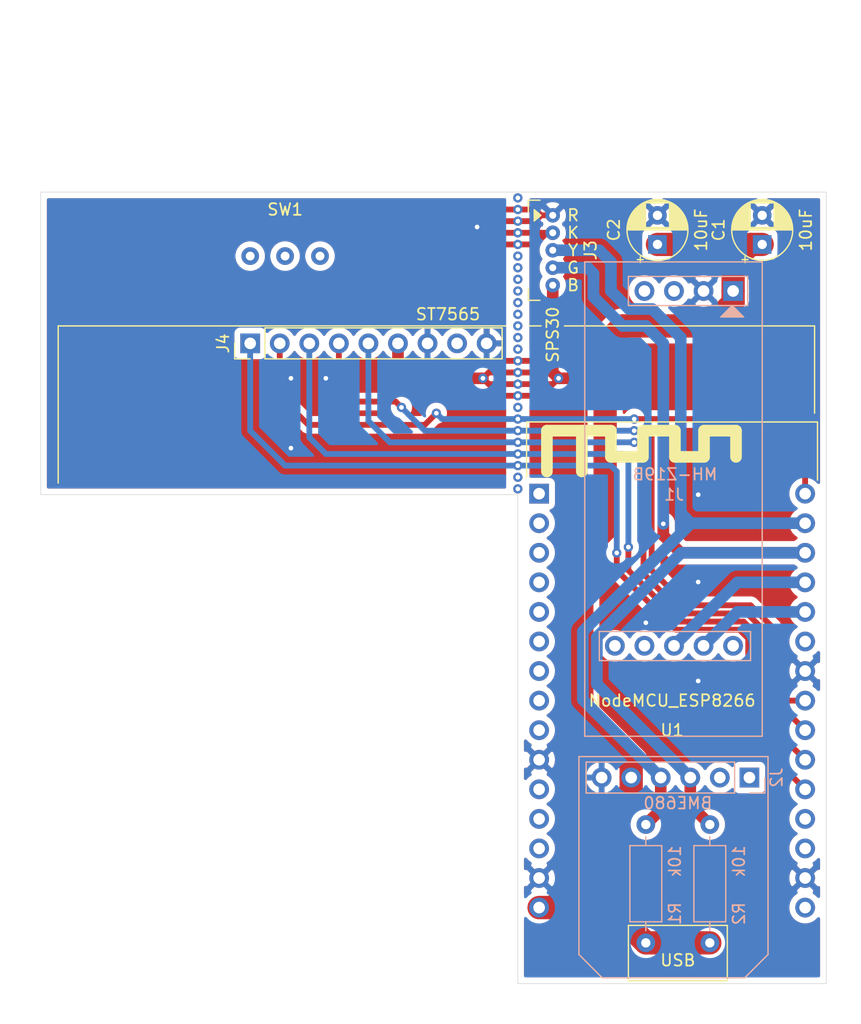
<source format=kicad_pcb>
(kicad_pcb (version 20171130) (host pcbnew 5.1.10)

  (general
    (thickness 1.6)
    (drawings 58)
    (tracks 217)
    (zones 0)
    (modules 10)
    (nets 37)
  )

  (page A4)
  (layers
    (0 F.Cu signal)
    (31 B.Cu signal)
    (32 B.Adhes user)
    (33 F.Adhes user)
    (34 B.Paste user)
    (35 F.Paste user)
    (36 B.SilkS user)
    (37 F.SilkS user)
    (38 B.Mask user)
    (39 F.Mask user)
    (40 Dwgs.User user)
    (41 Cmts.User user)
    (42 Eco1.User user)
    (43 Eco2.User user)
    (44 Edge.Cuts user)
    (45 Margin user)
    (46 B.CrtYd user)
    (47 F.CrtYd user)
    (48 B.Fab user)
    (49 F.Fab user)
  )

  (setup
    (last_trace_width 0.5)
    (user_trace_width 0.5)
    (user_trace_width 1)
    (user_trace_width 2)
    (trace_clearance 0.2)
    (zone_clearance 0.508)
    (zone_45_only yes)
    (trace_min 0.2)
    (via_size 0.8)
    (via_drill 0.4)
    (via_min_size 0.4)
    (via_min_drill 0.3)
    (uvia_size 0.3)
    (uvia_drill 0.1)
    (uvias_allowed no)
    (uvia_min_size 0.2)
    (uvia_min_drill 0.1)
    (edge_width 0.05)
    (segment_width 0.2)
    (pcb_text_width 0.3)
    (pcb_text_size 1.5 1.5)
    (mod_edge_width 0.12)
    (mod_text_size 1 1)
    (mod_text_width 0.15)
    (pad_size 1.524 1.524)
    (pad_drill 0.762)
    (pad_to_mask_clearance 0)
    (aux_axis_origin 0 0)
    (visible_elements FFFFFF7F)
    (pcbplotparams
      (layerselection 0x010fc_ffffffff)
      (usegerberextensions false)
      (usegerberattributes true)
      (usegerberadvancedattributes true)
      (creategerberjobfile true)
      (excludeedgelayer true)
      (linewidth 0.100000)
      (plotframeref false)
      (viasonmask false)
      (mode 1)
      (useauxorigin false)
      (hpglpennumber 1)
      (hpglpenspeed 20)
      (hpglpendiameter 15.000000)
      (psnegative false)
      (psa4output false)
      (plotreference true)
      (plotvalue true)
      (plotinvisibletext false)
      (padsonsilk false)
      (subtractmaskfromsilk false)
      (outputformat 1)
      (mirror false)
      (drillshape 1)
      (scaleselection 1)
      (outputdirectory ""))
  )

  (net 0 "")
  (net 1 +5V)
  (net 2 GND)
  (net 3 "Net-(J1-Pad3)")
  (net 4 "Net-(J1-Pad4)")
  (net 5 "Net-(J1-Pad5)")
  (net 6 "Net-(J1-Pad6)")
  (net 7 UART_1_RX)
  (net 8 UART_1_TX)
  (net 9 "Net-(J1-Pad9)")
  (net 10 "Net-(J2-Pad1)")
  (net 11 "Net-(J2-Pad2)")
  (net 12 I2C_SDA)
  (net 13 I2C_SCL)
  (net 14 LCD_CS)
  (net 15 LCD_RST)
  (net 16 LCD_DC)
  (net 17 SPI_SCL)
  (net 18 SPI_MOSI)
  (net 19 "Net-(J4-Pad8)")
  (net 20 "Net-(SW1-Pad1)")
  (net 21 "Net-(U1-Pad1)")
  (net 22 "Net-(U1-Pad2)")
  (net 23 "Net-(U1-Pad3)")
  (net 24 "Net-(U1-Pad4)")
  (net 25 "Net-(U1-Pad5)")
  (net 26 "Net-(U1-Pad6)")
  (net 27 "Net-(U1-Pad7)")
  (net 28 "Net-(U1-Pad8)")
  (net 29 "Net-(U1-Pad9)")
  (net 30 "Net-(U1-Pad11)")
  (net 31 "Net-(U1-Pad12)")
  (net 32 "Net-(U1-Pad13)")
  (net 33 "Net-(U1-Pad21)")
  (net 34 "Net-(U1-Pad27)")
  (net 35 "Net-(U1-Pad28)")
  (net 36 "Net-(U1-Pad30)")

  (net_class Default "This is the default net class."
    (clearance 0.2)
    (trace_width 0.25)
    (via_dia 0.8)
    (via_drill 0.4)
    (uvia_dia 0.3)
    (uvia_drill 0.1)
    (add_net +5V)
    (add_net GND)
    (add_net I2C_SCL)
    (add_net I2C_SDA)
    (add_net LCD_CS)
    (add_net LCD_DC)
    (add_net LCD_RST)
    (add_net "Net-(J1-Pad3)")
    (add_net "Net-(J1-Pad4)")
    (add_net "Net-(J1-Pad5)")
    (add_net "Net-(J1-Pad6)")
    (add_net "Net-(J1-Pad9)")
    (add_net "Net-(J2-Pad1)")
    (add_net "Net-(J2-Pad2)")
    (add_net "Net-(J4-Pad8)")
    (add_net "Net-(SW1-Pad1)")
    (add_net "Net-(U1-Pad1)")
    (add_net "Net-(U1-Pad11)")
    (add_net "Net-(U1-Pad12)")
    (add_net "Net-(U1-Pad13)")
    (add_net "Net-(U1-Pad2)")
    (add_net "Net-(U1-Pad21)")
    (add_net "Net-(U1-Pad27)")
    (add_net "Net-(U1-Pad28)")
    (add_net "Net-(U1-Pad3)")
    (add_net "Net-(U1-Pad30)")
    (add_net "Net-(U1-Pad4)")
    (add_net "Net-(U1-Pad5)")
    (add_net "Net-(U1-Pad6)")
    (add_net "Net-(U1-Pad7)")
    (add_net "Net-(U1-Pad8)")
    (add_net "Net-(U1-Pad9)")
    (add_net SPI_MOSI)
    (add_net SPI_SCL)
    (add_net UART_1_RX)
    (add_net UART_1_TX)
  )

  (module air_quality_box:ZH_1.5mm_5P (layer F.Cu) (tedit 61793165) (tstamp 6179B1BA)
    (at 142.5 43.5 270)
    (path /61791B97)
    (fp_text reference J3 (at 0 -3.25 90) (layer F.SilkS)
      (effects (font (size 1 1) (thickness 0.15)))
    )
    (fp_text value SPS30 (at 7.25 0 90) (layer F.SilkS)
      (effects (font (size 1 1) (thickness 0.15)))
    )
    (fp_poly (pts (xy -2.5 1.6) (xy -3.5 1.6) (xy -3 1)) (layer F.SilkS) (width 0.1))
    (fp_line (start 4.5 2.3) (end 4.5 0) (layer F.Fab) (width 0.12))
    (fp_line (start -4.5 2.3) (end 4.5 2.3) (layer F.Fab) (width 0.12))
    (fp_line (start -4.5 0) (end -4.5 2.3) (layer F.Fab) (width 0.12))
    (fp_line (start -4.5 -1.5) (end -4.5 0) (layer F.Fab) (width 0.12))
    (fp_line (start 4.5 -1.5) (end 4.5 0) (layer F.Fab) (width 0.12))
    (fp_line (start -4.5 -1.5) (end 4.5 -1.5) (layer F.Fab) (width 0.12))
    (fp_line (start 4.3 2.1) (end 4.3 1.1) (layer F.SilkS) (width 0.12))
    (fp_line (start 4.3 2.1) (end 3.3 2.1) (layer F.SilkS) (width 0.12))
    (fp_line (start -4.3 2.1) (end -3.3 2.1) (layer F.SilkS) (width 0.12))
    (fp_line (start -4.3 2.1) (end -4.3 1.1) (layer F.SilkS) (width 0.12))
    (pad 1 thru_hole circle (at -3 0 270) (size 1.25 1.25) (drill 0.6) (layers *.Cu *.Mask)
      (net 2 GND))
    (pad 2 thru_hole circle (at -1.5 0 270) (size 1.25 1.25) (drill 0.6) (layers *.Cu *.Mask)
      (net 2 GND))
    (pad 3 thru_hole circle (at 0 0 270) (size 1.25 1.25) (drill 0.6) (layers *.Cu *.Mask)
      (net 13 I2C_SCL))
    (pad 4 thru_hole circle (at 1.5 0 270) (size 1.25 1.25) (drill 0.6) (layers *.Cu *.Mask)
      (net 12 I2C_SDA))
    (pad 5 thru_hole circle (at 3 0 270) (size 1.25 1.25) (drill 0.6) (layers *.Cu *.Mask)
      (net 1 +5V))
  )

  (module Capacitor_THT:CP_Radial_D5.0mm_P2.50mm (layer F.Cu) (tedit 5AE50EF0) (tstamp 6179BA81)
    (at 160.5 43 90)
    (descr "CP, Radial series, Radial, pin pitch=2.50mm, , diameter=5mm, Electrolytic Capacitor")
    (tags "CP Radial series Radial pin pitch 2.50mm  diameter 5mm Electrolytic Capacitor")
    (path /617A08F4)
    (fp_text reference C1 (at 1.25 -3.75 90) (layer F.SilkS)
      (effects (font (size 1 1) (thickness 0.15)))
    )
    (fp_text value 10uF (at 1.25 3.75 90) (layer F.SilkS)
      (effects (font (size 1 1) (thickness 0.15)))
    )
    (fp_circle (center 1.25 0) (end 3.75 0) (layer F.Fab) (width 0.1))
    (fp_circle (center 1.25 0) (end 3.87 0) (layer F.SilkS) (width 0.12))
    (fp_circle (center 1.25 0) (end 4 0) (layer F.CrtYd) (width 0.05))
    (fp_line (start -0.883605 -1.0875) (end -0.383605 -1.0875) (layer F.Fab) (width 0.1))
    (fp_line (start -0.633605 -1.3375) (end -0.633605 -0.8375) (layer F.Fab) (width 0.1))
    (fp_line (start 1.25 -2.58) (end 1.25 2.58) (layer F.SilkS) (width 0.12))
    (fp_line (start 1.29 -2.58) (end 1.29 2.58) (layer F.SilkS) (width 0.12))
    (fp_line (start 1.33 -2.579) (end 1.33 2.579) (layer F.SilkS) (width 0.12))
    (fp_line (start 1.37 -2.578) (end 1.37 2.578) (layer F.SilkS) (width 0.12))
    (fp_line (start 1.41 -2.576) (end 1.41 2.576) (layer F.SilkS) (width 0.12))
    (fp_line (start 1.45 -2.573) (end 1.45 2.573) (layer F.SilkS) (width 0.12))
    (fp_line (start 1.49 -2.569) (end 1.49 -1.04) (layer F.SilkS) (width 0.12))
    (fp_line (start 1.49 1.04) (end 1.49 2.569) (layer F.SilkS) (width 0.12))
    (fp_line (start 1.53 -2.565) (end 1.53 -1.04) (layer F.SilkS) (width 0.12))
    (fp_line (start 1.53 1.04) (end 1.53 2.565) (layer F.SilkS) (width 0.12))
    (fp_line (start 1.57 -2.561) (end 1.57 -1.04) (layer F.SilkS) (width 0.12))
    (fp_line (start 1.57 1.04) (end 1.57 2.561) (layer F.SilkS) (width 0.12))
    (fp_line (start 1.61 -2.556) (end 1.61 -1.04) (layer F.SilkS) (width 0.12))
    (fp_line (start 1.61 1.04) (end 1.61 2.556) (layer F.SilkS) (width 0.12))
    (fp_line (start 1.65 -2.55) (end 1.65 -1.04) (layer F.SilkS) (width 0.12))
    (fp_line (start 1.65 1.04) (end 1.65 2.55) (layer F.SilkS) (width 0.12))
    (fp_line (start 1.69 -2.543) (end 1.69 -1.04) (layer F.SilkS) (width 0.12))
    (fp_line (start 1.69 1.04) (end 1.69 2.543) (layer F.SilkS) (width 0.12))
    (fp_line (start 1.73 -2.536) (end 1.73 -1.04) (layer F.SilkS) (width 0.12))
    (fp_line (start 1.73 1.04) (end 1.73 2.536) (layer F.SilkS) (width 0.12))
    (fp_line (start 1.77 -2.528) (end 1.77 -1.04) (layer F.SilkS) (width 0.12))
    (fp_line (start 1.77 1.04) (end 1.77 2.528) (layer F.SilkS) (width 0.12))
    (fp_line (start 1.81 -2.52) (end 1.81 -1.04) (layer F.SilkS) (width 0.12))
    (fp_line (start 1.81 1.04) (end 1.81 2.52) (layer F.SilkS) (width 0.12))
    (fp_line (start 1.85 -2.511) (end 1.85 -1.04) (layer F.SilkS) (width 0.12))
    (fp_line (start 1.85 1.04) (end 1.85 2.511) (layer F.SilkS) (width 0.12))
    (fp_line (start 1.89 -2.501) (end 1.89 -1.04) (layer F.SilkS) (width 0.12))
    (fp_line (start 1.89 1.04) (end 1.89 2.501) (layer F.SilkS) (width 0.12))
    (fp_line (start 1.93 -2.491) (end 1.93 -1.04) (layer F.SilkS) (width 0.12))
    (fp_line (start 1.93 1.04) (end 1.93 2.491) (layer F.SilkS) (width 0.12))
    (fp_line (start 1.971 -2.48) (end 1.971 -1.04) (layer F.SilkS) (width 0.12))
    (fp_line (start 1.971 1.04) (end 1.971 2.48) (layer F.SilkS) (width 0.12))
    (fp_line (start 2.011 -2.468) (end 2.011 -1.04) (layer F.SilkS) (width 0.12))
    (fp_line (start 2.011 1.04) (end 2.011 2.468) (layer F.SilkS) (width 0.12))
    (fp_line (start 2.051 -2.455) (end 2.051 -1.04) (layer F.SilkS) (width 0.12))
    (fp_line (start 2.051 1.04) (end 2.051 2.455) (layer F.SilkS) (width 0.12))
    (fp_line (start 2.091 -2.442) (end 2.091 -1.04) (layer F.SilkS) (width 0.12))
    (fp_line (start 2.091 1.04) (end 2.091 2.442) (layer F.SilkS) (width 0.12))
    (fp_line (start 2.131 -2.428) (end 2.131 -1.04) (layer F.SilkS) (width 0.12))
    (fp_line (start 2.131 1.04) (end 2.131 2.428) (layer F.SilkS) (width 0.12))
    (fp_line (start 2.171 -2.414) (end 2.171 -1.04) (layer F.SilkS) (width 0.12))
    (fp_line (start 2.171 1.04) (end 2.171 2.414) (layer F.SilkS) (width 0.12))
    (fp_line (start 2.211 -2.398) (end 2.211 -1.04) (layer F.SilkS) (width 0.12))
    (fp_line (start 2.211 1.04) (end 2.211 2.398) (layer F.SilkS) (width 0.12))
    (fp_line (start 2.251 -2.382) (end 2.251 -1.04) (layer F.SilkS) (width 0.12))
    (fp_line (start 2.251 1.04) (end 2.251 2.382) (layer F.SilkS) (width 0.12))
    (fp_line (start 2.291 -2.365) (end 2.291 -1.04) (layer F.SilkS) (width 0.12))
    (fp_line (start 2.291 1.04) (end 2.291 2.365) (layer F.SilkS) (width 0.12))
    (fp_line (start 2.331 -2.348) (end 2.331 -1.04) (layer F.SilkS) (width 0.12))
    (fp_line (start 2.331 1.04) (end 2.331 2.348) (layer F.SilkS) (width 0.12))
    (fp_line (start 2.371 -2.329) (end 2.371 -1.04) (layer F.SilkS) (width 0.12))
    (fp_line (start 2.371 1.04) (end 2.371 2.329) (layer F.SilkS) (width 0.12))
    (fp_line (start 2.411 -2.31) (end 2.411 -1.04) (layer F.SilkS) (width 0.12))
    (fp_line (start 2.411 1.04) (end 2.411 2.31) (layer F.SilkS) (width 0.12))
    (fp_line (start 2.451 -2.29) (end 2.451 -1.04) (layer F.SilkS) (width 0.12))
    (fp_line (start 2.451 1.04) (end 2.451 2.29) (layer F.SilkS) (width 0.12))
    (fp_line (start 2.491 -2.268) (end 2.491 -1.04) (layer F.SilkS) (width 0.12))
    (fp_line (start 2.491 1.04) (end 2.491 2.268) (layer F.SilkS) (width 0.12))
    (fp_line (start 2.531 -2.247) (end 2.531 -1.04) (layer F.SilkS) (width 0.12))
    (fp_line (start 2.531 1.04) (end 2.531 2.247) (layer F.SilkS) (width 0.12))
    (fp_line (start 2.571 -2.224) (end 2.571 -1.04) (layer F.SilkS) (width 0.12))
    (fp_line (start 2.571 1.04) (end 2.571 2.224) (layer F.SilkS) (width 0.12))
    (fp_line (start 2.611 -2.2) (end 2.611 -1.04) (layer F.SilkS) (width 0.12))
    (fp_line (start 2.611 1.04) (end 2.611 2.2) (layer F.SilkS) (width 0.12))
    (fp_line (start 2.651 -2.175) (end 2.651 -1.04) (layer F.SilkS) (width 0.12))
    (fp_line (start 2.651 1.04) (end 2.651 2.175) (layer F.SilkS) (width 0.12))
    (fp_line (start 2.691 -2.149) (end 2.691 -1.04) (layer F.SilkS) (width 0.12))
    (fp_line (start 2.691 1.04) (end 2.691 2.149) (layer F.SilkS) (width 0.12))
    (fp_line (start 2.731 -2.122) (end 2.731 -1.04) (layer F.SilkS) (width 0.12))
    (fp_line (start 2.731 1.04) (end 2.731 2.122) (layer F.SilkS) (width 0.12))
    (fp_line (start 2.771 -2.095) (end 2.771 -1.04) (layer F.SilkS) (width 0.12))
    (fp_line (start 2.771 1.04) (end 2.771 2.095) (layer F.SilkS) (width 0.12))
    (fp_line (start 2.811 -2.065) (end 2.811 -1.04) (layer F.SilkS) (width 0.12))
    (fp_line (start 2.811 1.04) (end 2.811 2.065) (layer F.SilkS) (width 0.12))
    (fp_line (start 2.851 -2.035) (end 2.851 -1.04) (layer F.SilkS) (width 0.12))
    (fp_line (start 2.851 1.04) (end 2.851 2.035) (layer F.SilkS) (width 0.12))
    (fp_line (start 2.891 -2.004) (end 2.891 -1.04) (layer F.SilkS) (width 0.12))
    (fp_line (start 2.891 1.04) (end 2.891 2.004) (layer F.SilkS) (width 0.12))
    (fp_line (start 2.931 -1.971) (end 2.931 -1.04) (layer F.SilkS) (width 0.12))
    (fp_line (start 2.931 1.04) (end 2.931 1.971) (layer F.SilkS) (width 0.12))
    (fp_line (start 2.971 -1.937) (end 2.971 -1.04) (layer F.SilkS) (width 0.12))
    (fp_line (start 2.971 1.04) (end 2.971 1.937) (layer F.SilkS) (width 0.12))
    (fp_line (start 3.011 -1.901) (end 3.011 -1.04) (layer F.SilkS) (width 0.12))
    (fp_line (start 3.011 1.04) (end 3.011 1.901) (layer F.SilkS) (width 0.12))
    (fp_line (start 3.051 -1.864) (end 3.051 -1.04) (layer F.SilkS) (width 0.12))
    (fp_line (start 3.051 1.04) (end 3.051 1.864) (layer F.SilkS) (width 0.12))
    (fp_line (start 3.091 -1.826) (end 3.091 -1.04) (layer F.SilkS) (width 0.12))
    (fp_line (start 3.091 1.04) (end 3.091 1.826) (layer F.SilkS) (width 0.12))
    (fp_line (start 3.131 -1.785) (end 3.131 -1.04) (layer F.SilkS) (width 0.12))
    (fp_line (start 3.131 1.04) (end 3.131 1.785) (layer F.SilkS) (width 0.12))
    (fp_line (start 3.171 -1.743) (end 3.171 -1.04) (layer F.SilkS) (width 0.12))
    (fp_line (start 3.171 1.04) (end 3.171 1.743) (layer F.SilkS) (width 0.12))
    (fp_line (start 3.211 -1.699) (end 3.211 -1.04) (layer F.SilkS) (width 0.12))
    (fp_line (start 3.211 1.04) (end 3.211 1.699) (layer F.SilkS) (width 0.12))
    (fp_line (start 3.251 -1.653) (end 3.251 -1.04) (layer F.SilkS) (width 0.12))
    (fp_line (start 3.251 1.04) (end 3.251 1.653) (layer F.SilkS) (width 0.12))
    (fp_line (start 3.291 -1.605) (end 3.291 -1.04) (layer F.SilkS) (width 0.12))
    (fp_line (start 3.291 1.04) (end 3.291 1.605) (layer F.SilkS) (width 0.12))
    (fp_line (start 3.331 -1.554) (end 3.331 -1.04) (layer F.SilkS) (width 0.12))
    (fp_line (start 3.331 1.04) (end 3.331 1.554) (layer F.SilkS) (width 0.12))
    (fp_line (start 3.371 -1.5) (end 3.371 -1.04) (layer F.SilkS) (width 0.12))
    (fp_line (start 3.371 1.04) (end 3.371 1.5) (layer F.SilkS) (width 0.12))
    (fp_line (start 3.411 -1.443) (end 3.411 -1.04) (layer F.SilkS) (width 0.12))
    (fp_line (start 3.411 1.04) (end 3.411 1.443) (layer F.SilkS) (width 0.12))
    (fp_line (start 3.451 -1.383) (end 3.451 -1.04) (layer F.SilkS) (width 0.12))
    (fp_line (start 3.451 1.04) (end 3.451 1.383) (layer F.SilkS) (width 0.12))
    (fp_line (start 3.491 -1.319) (end 3.491 -1.04) (layer F.SilkS) (width 0.12))
    (fp_line (start 3.491 1.04) (end 3.491 1.319) (layer F.SilkS) (width 0.12))
    (fp_line (start 3.531 -1.251) (end 3.531 -1.04) (layer F.SilkS) (width 0.12))
    (fp_line (start 3.531 1.04) (end 3.531 1.251) (layer F.SilkS) (width 0.12))
    (fp_line (start 3.571 -1.178) (end 3.571 1.178) (layer F.SilkS) (width 0.12))
    (fp_line (start 3.611 -1.098) (end 3.611 1.098) (layer F.SilkS) (width 0.12))
    (fp_line (start 3.651 -1.011) (end 3.651 1.011) (layer F.SilkS) (width 0.12))
    (fp_line (start 3.691 -0.915) (end 3.691 0.915) (layer F.SilkS) (width 0.12))
    (fp_line (start 3.731 -0.805) (end 3.731 0.805) (layer F.SilkS) (width 0.12))
    (fp_line (start 3.771 -0.677) (end 3.771 0.677) (layer F.SilkS) (width 0.12))
    (fp_line (start 3.811 -0.518) (end 3.811 0.518) (layer F.SilkS) (width 0.12))
    (fp_line (start 3.851 -0.284) (end 3.851 0.284) (layer F.SilkS) (width 0.12))
    (fp_line (start -1.554775 -1.475) (end -1.054775 -1.475) (layer F.SilkS) (width 0.12))
    (fp_line (start -1.304775 -1.725) (end -1.304775 -1.225) (layer F.SilkS) (width 0.12))
    (fp_text user %R (at 1.25 0 90) (layer F.Fab)
      (effects (font (size 1 1) (thickness 0.15)))
    )
    (pad 1 thru_hole rect (at 0 0 90) (size 1.6 1.6) (drill 0.8) (layers *.Cu *.Mask)
      (net 1 +5V))
    (pad 2 thru_hole circle (at 2.5 0 90) (size 1.6 1.6) (drill 0.8) (layers *.Cu *.Mask)
      (net 2 GND))
    (model ${KISYS3DMOD}/Capacitor_THT.3dshapes/CP_Radial_D5.0mm_P2.50mm.wrl
      (at (xyz 0 0 0))
      (scale (xyz 1 1 1))
      (rotate (xyz 0 0 0))
    )
  )

  (module Capacitor_THT:CP_Radial_D5.0mm_P2.50mm (layer F.Cu) (tedit 5AE50EF0) (tstamp 6179BE5C)
    (at 151.5 43 90)
    (descr "CP, Radial series, Radial, pin pitch=2.50mm, , diameter=5mm, Electrolytic Capacitor")
    (tags "CP Radial series Radial pin pitch 2.50mm  diameter 5mm Electrolytic Capacitor")
    (path /617A1242)
    (fp_text reference C2 (at 1.25 -3.75 90) (layer F.SilkS)
      (effects (font (size 1 1) (thickness 0.15)))
    )
    (fp_text value 10uF (at 1.25 3.75 90) (layer F.SilkS)
      (effects (font (size 1 1) (thickness 0.15)))
    )
    (fp_line (start -1.304775 -1.725) (end -1.304775 -1.225) (layer F.SilkS) (width 0.12))
    (fp_line (start -1.554775 -1.475) (end -1.054775 -1.475) (layer F.SilkS) (width 0.12))
    (fp_line (start 3.851 -0.284) (end 3.851 0.284) (layer F.SilkS) (width 0.12))
    (fp_line (start 3.811 -0.518) (end 3.811 0.518) (layer F.SilkS) (width 0.12))
    (fp_line (start 3.771 -0.677) (end 3.771 0.677) (layer F.SilkS) (width 0.12))
    (fp_line (start 3.731 -0.805) (end 3.731 0.805) (layer F.SilkS) (width 0.12))
    (fp_line (start 3.691 -0.915) (end 3.691 0.915) (layer F.SilkS) (width 0.12))
    (fp_line (start 3.651 -1.011) (end 3.651 1.011) (layer F.SilkS) (width 0.12))
    (fp_line (start 3.611 -1.098) (end 3.611 1.098) (layer F.SilkS) (width 0.12))
    (fp_line (start 3.571 -1.178) (end 3.571 1.178) (layer F.SilkS) (width 0.12))
    (fp_line (start 3.531 1.04) (end 3.531 1.251) (layer F.SilkS) (width 0.12))
    (fp_line (start 3.531 -1.251) (end 3.531 -1.04) (layer F.SilkS) (width 0.12))
    (fp_line (start 3.491 1.04) (end 3.491 1.319) (layer F.SilkS) (width 0.12))
    (fp_line (start 3.491 -1.319) (end 3.491 -1.04) (layer F.SilkS) (width 0.12))
    (fp_line (start 3.451 1.04) (end 3.451 1.383) (layer F.SilkS) (width 0.12))
    (fp_line (start 3.451 -1.383) (end 3.451 -1.04) (layer F.SilkS) (width 0.12))
    (fp_line (start 3.411 1.04) (end 3.411 1.443) (layer F.SilkS) (width 0.12))
    (fp_line (start 3.411 -1.443) (end 3.411 -1.04) (layer F.SilkS) (width 0.12))
    (fp_line (start 3.371 1.04) (end 3.371 1.5) (layer F.SilkS) (width 0.12))
    (fp_line (start 3.371 -1.5) (end 3.371 -1.04) (layer F.SilkS) (width 0.12))
    (fp_line (start 3.331 1.04) (end 3.331 1.554) (layer F.SilkS) (width 0.12))
    (fp_line (start 3.331 -1.554) (end 3.331 -1.04) (layer F.SilkS) (width 0.12))
    (fp_line (start 3.291 1.04) (end 3.291 1.605) (layer F.SilkS) (width 0.12))
    (fp_line (start 3.291 -1.605) (end 3.291 -1.04) (layer F.SilkS) (width 0.12))
    (fp_line (start 3.251 1.04) (end 3.251 1.653) (layer F.SilkS) (width 0.12))
    (fp_line (start 3.251 -1.653) (end 3.251 -1.04) (layer F.SilkS) (width 0.12))
    (fp_line (start 3.211 1.04) (end 3.211 1.699) (layer F.SilkS) (width 0.12))
    (fp_line (start 3.211 -1.699) (end 3.211 -1.04) (layer F.SilkS) (width 0.12))
    (fp_line (start 3.171 1.04) (end 3.171 1.743) (layer F.SilkS) (width 0.12))
    (fp_line (start 3.171 -1.743) (end 3.171 -1.04) (layer F.SilkS) (width 0.12))
    (fp_line (start 3.131 1.04) (end 3.131 1.785) (layer F.SilkS) (width 0.12))
    (fp_line (start 3.131 -1.785) (end 3.131 -1.04) (layer F.SilkS) (width 0.12))
    (fp_line (start 3.091 1.04) (end 3.091 1.826) (layer F.SilkS) (width 0.12))
    (fp_line (start 3.091 -1.826) (end 3.091 -1.04) (layer F.SilkS) (width 0.12))
    (fp_line (start 3.051 1.04) (end 3.051 1.864) (layer F.SilkS) (width 0.12))
    (fp_line (start 3.051 -1.864) (end 3.051 -1.04) (layer F.SilkS) (width 0.12))
    (fp_line (start 3.011 1.04) (end 3.011 1.901) (layer F.SilkS) (width 0.12))
    (fp_line (start 3.011 -1.901) (end 3.011 -1.04) (layer F.SilkS) (width 0.12))
    (fp_line (start 2.971 1.04) (end 2.971 1.937) (layer F.SilkS) (width 0.12))
    (fp_line (start 2.971 -1.937) (end 2.971 -1.04) (layer F.SilkS) (width 0.12))
    (fp_line (start 2.931 1.04) (end 2.931 1.971) (layer F.SilkS) (width 0.12))
    (fp_line (start 2.931 -1.971) (end 2.931 -1.04) (layer F.SilkS) (width 0.12))
    (fp_line (start 2.891 1.04) (end 2.891 2.004) (layer F.SilkS) (width 0.12))
    (fp_line (start 2.891 -2.004) (end 2.891 -1.04) (layer F.SilkS) (width 0.12))
    (fp_line (start 2.851 1.04) (end 2.851 2.035) (layer F.SilkS) (width 0.12))
    (fp_line (start 2.851 -2.035) (end 2.851 -1.04) (layer F.SilkS) (width 0.12))
    (fp_line (start 2.811 1.04) (end 2.811 2.065) (layer F.SilkS) (width 0.12))
    (fp_line (start 2.811 -2.065) (end 2.811 -1.04) (layer F.SilkS) (width 0.12))
    (fp_line (start 2.771 1.04) (end 2.771 2.095) (layer F.SilkS) (width 0.12))
    (fp_line (start 2.771 -2.095) (end 2.771 -1.04) (layer F.SilkS) (width 0.12))
    (fp_line (start 2.731 1.04) (end 2.731 2.122) (layer F.SilkS) (width 0.12))
    (fp_line (start 2.731 -2.122) (end 2.731 -1.04) (layer F.SilkS) (width 0.12))
    (fp_line (start 2.691 1.04) (end 2.691 2.149) (layer F.SilkS) (width 0.12))
    (fp_line (start 2.691 -2.149) (end 2.691 -1.04) (layer F.SilkS) (width 0.12))
    (fp_line (start 2.651 1.04) (end 2.651 2.175) (layer F.SilkS) (width 0.12))
    (fp_line (start 2.651 -2.175) (end 2.651 -1.04) (layer F.SilkS) (width 0.12))
    (fp_line (start 2.611 1.04) (end 2.611 2.2) (layer F.SilkS) (width 0.12))
    (fp_line (start 2.611 -2.2) (end 2.611 -1.04) (layer F.SilkS) (width 0.12))
    (fp_line (start 2.571 1.04) (end 2.571 2.224) (layer F.SilkS) (width 0.12))
    (fp_line (start 2.571 -2.224) (end 2.571 -1.04) (layer F.SilkS) (width 0.12))
    (fp_line (start 2.531 1.04) (end 2.531 2.247) (layer F.SilkS) (width 0.12))
    (fp_line (start 2.531 -2.247) (end 2.531 -1.04) (layer F.SilkS) (width 0.12))
    (fp_line (start 2.491 1.04) (end 2.491 2.268) (layer F.SilkS) (width 0.12))
    (fp_line (start 2.491 -2.268) (end 2.491 -1.04) (layer F.SilkS) (width 0.12))
    (fp_line (start 2.451 1.04) (end 2.451 2.29) (layer F.SilkS) (width 0.12))
    (fp_line (start 2.451 -2.29) (end 2.451 -1.04) (layer F.SilkS) (width 0.12))
    (fp_line (start 2.411 1.04) (end 2.411 2.31) (layer F.SilkS) (width 0.12))
    (fp_line (start 2.411 -2.31) (end 2.411 -1.04) (layer F.SilkS) (width 0.12))
    (fp_line (start 2.371 1.04) (end 2.371 2.329) (layer F.SilkS) (width 0.12))
    (fp_line (start 2.371 -2.329) (end 2.371 -1.04) (layer F.SilkS) (width 0.12))
    (fp_line (start 2.331 1.04) (end 2.331 2.348) (layer F.SilkS) (width 0.12))
    (fp_line (start 2.331 -2.348) (end 2.331 -1.04) (layer F.SilkS) (width 0.12))
    (fp_line (start 2.291 1.04) (end 2.291 2.365) (layer F.SilkS) (width 0.12))
    (fp_line (start 2.291 -2.365) (end 2.291 -1.04) (layer F.SilkS) (width 0.12))
    (fp_line (start 2.251 1.04) (end 2.251 2.382) (layer F.SilkS) (width 0.12))
    (fp_line (start 2.251 -2.382) (end 2.251 -1.04) (layer F.SilkS) (width 0.12))
    (fp_line (start 2.211 1.04) (end 2.211 2.398) (layer F.SilkS) (width 0.12))
    (fp_line (start 2.211 -2.398) (end 2.211 -1.04) (layer F.SilkS) (width 0.12))
    (fp_line (start 2.171 1.04) (end 2.171 2.414) (layer F.SilkS) (width 0.12))
    (fp_line (start 2.171 -2.414) (end 2.171 -1.04) (layer F.SilkS) (width 0.12))
    (fp_line (start 2.131 1.04) (end 2.131 2.428) (layer F.SilkS) (width 0.12))
    (fp_line (start 2.131 -2.428) (end 2.131 -1.04) (layer F.SilkS) (width 0.12))
    (fp_line (start 2.091 1.04) (end 2.091 2.442) (layer F.SilkS) (width 0.12))
    (fp_line (start 2.091 -2.442) (end 2.091 -1.04) (layer F.SilkS) (width 0.12))
    (fp_line (start 2.051 1.04) (end 2.051 2.455) (layer F.SilkS) (width 0.12))
    (fp_line (start 2.051 -2.455) (end 2.051 -1.04) (layer F.SilkS) (width 0.12))
    (fp_line (start 2.011 1.04) (end 2.011 2.468) (layer F.SilkS) (width 0.12))
    (fp_line (start 2.011 -2.468) (end 2.011 -1.04) (layer F.SilkS) (width 0.12))
    (fp_line (start 1.971 1.04) (end 1.971 2.48) (layer F.SilkS) (width 0.12))
    (fp_line (start 1.971 -2.48) (end 1.971 -1.04) (layer F.SilkS) (width 0.12))
    (fp_line (start 1.93 1.04) (end 1.93 2.491) (layer F.SilkS) (width 0.12))
    (fp_line (start 1.93 -2.491) (end 1.93 -1.04) (layer F.SilkS) (width 0.12))
    (fp_line (start 1.89 1.04) (end 1.89 2.501) (layer F.SilkS) (width 0.12))
    (fp_line (start 1.89 -2.501) (end 1.89 -1.04) (layer F.SilkS) (width 0.12))
    (fp_line (start 1.85 1.04) (end 1.85 2.511) (layer F.SilkS) (width 0.12))
    (fp_line (start 1.85 -2.511) (end 1.85 -1.04) (layer F.SilkS) (width 0.12))
    (fp_line (start 1.81 1.04) (end 1.81 2.52) (layer F.SilkS) (width 0.12))
    (fp_line (start 1.81 -2.52) (end 1.81 -1.04) (layer F.SilkS) (width 0.12))
    (fp_line (start 1.77 1.04) (end 1.77 2.528) (layer F.SilkS) (width 0.12))
    (fp_line (start 1.77 -2.528) (end 1.77 -1.04) (layer F.SilkS) (width 0.12))
    (fp_line (start 1.73 1.04) (end 1.73 2.536) (layer F.SilkS) (width 0.12))
    (fp_line (start 1.73 -2.536) (end 1.73 -1.04) (layer F.SilkS) (width 0.12))
    (fp_line (start 1.69 1.04) (end 1.69 2.543) (layer F.SilkS) (width 0.12))
    (fp_line (start 1.69 -2.543) (end 1.69 -1.04) (layer F.SilkS) (width 0.12))
    (fp_line (start 1.65 1.04) (end 1.65 2.55) (layer F.SilkS) (width 0.12))
    (fp_line (start 1.65 -2.55) (end 1.65 -1.04) (layer F.SilkS) (width 0.12))
    (fp_line (start 1.61 1.04) (end 1.61 2.556) (layer F.SilkS) (width 0.12))
    (fp_line (start 1.61 -2.556) (end 1.61 -1.04) (layer F.SilkS) (width 0.12))
    (fp_line (start 1.57 1.04) (end 1.57 2.561) (layer F.SilkS) (width 0.12))
    (fp_line (start 1.57 -2.561) (end 1.57 -1.04) (layer F.SilkS) (width 0.12))
    (fp_line (start 1.53 1.04) (end 1.53 2.565) (layer F.SilkS) (width 0.12))
    (fp_line (start 1.53 -2.565) (end 1.53 -1.04) (layer F.SilkS) (width 0.12))
    (fp_line (start 1.49 1.04) (end 1.49 2.569) (layer F.SilkS) (width 0.12))
    (fp_line (start 1.49 -2.569) (end 1.49 -1.04) (layer F.SilkS) (width 0.12))
    (fp_line (start 1.45 -2.573) (end 1.45 2.573) (layer F.SilkS) (width 0.12))
    (fp_line (start 1.41 -2.576) (end 1.41 2.576) (layer F.SilkS) (width 0.12))
    (fp_line (start 1.37 -2.578) (end 1.37 2.578) (layer F.SilkS) (width 0.12))
    (fp_line (start 1.33 -2.579) (end 1.33 2.579) (layer F.SilkS) (width 0.12))
    (fp_line (start 1.29 -2.58) (end 1.29 2.58) (layer F.SilkS) (width 0.12))
    (fp_line (start 1.25 -2.58) (end 1.25 2.58) (layer F.SilkS) (width 0.12))
    (fp_line (start -0.633605 -1.3375) (end -0.633605 -0.8375) (layer F.Fab) (width 0.1))
    (fp_line (start -0.883605 -1.0875) (end -0.383605 -1.0875) (layer F.Fab) (width 0.1))
    (fp_circle (center 1.25 0) (end 4 0) (layer F.CrtYd) (width 0.05))
    (fp_circle (center 1.25 0) (end 3.87 0) (layer F.SilkS) (width 0.12))
    (fp_circle (center 1.25 0) (end 3.75 0) (layer F.Fab) (width 0.1))
    (fp_text user %R (at 1.25 0 90) (layer F.Fab)
      (effects (font (size 1 1) (thickness 0.15)))
    )
    (pad 2 thru_hole circle (at 2.5 0 90) (size 1.6 1.6) (drill 0.8) (layers *.Cu *.Mask)
      (net 2 GND))
    (pad 1 thru_hole rect (at 0 0 90) (size 1.6 1.6) (drill 0.8) (layers *.Cu *.Mask)
      (net 1 +5V))
    (model ${KISYS3DMOD}/Capacitor_THT.3dshapes/CP_Radial_D5.0mm_P2.50mm.wrl
      (at (xyz 0 0 0))
      (scale (xyz 1 1 1))
      (rotate (xyz 0 0 0))
    )
  )

  (module air_quality_box:MH-Z19B (layer B.Cu) (tedit 617934B5) (tstamp 6179B18C)
    (at 152.92 62.24 180)
    (path /617A2DC6)
    (fp_text reference J1 (at 0 -2.25) (layer B.SilkS)
      (effects (font (size 1 1) (thickness 0.15)) (justify mirror))
    )
    (fp_text value MH-Z19B (at -0.08 -0.51) (layer B.SilkS)
      (effects (font (size 1 1) (thickness 0.15)) (justify mirror))
    )
    (fp_line (start -7.62 17.78) (end -7.62 -22.86) (layer B.Fab) (width 0.12))
    (fp_line (start -7.62 -22.86) (end 7.62 -22.86) (layer B.Fab) (width 0.12))
    (fp_line (start 7.62 -22.86) (end 7.62 17.78) (layer B.Fab) (width 0.12))
    (fp_line (start 7.62 17.78) (end -7.62 17.78) (layer B.Fab) (width 0.12))
    (fp_poly (pts (xy -4 13) (xy -6 13) (xy -5 14)) (layer B.SilkS) (width 0.1))
    (pad 1 thru_hole rect (at -5.08 15.24 180) (size 1.7 1.7) (drill 1) (layers *.Cu *.Mask)
      (net 1 +5V))
    (pad 2 thru_hole circle (at -2.54 15.24 180) (size 1.7 1.7) (drill 1) (layers *.Cu *.Mask)
      (net 2 GND))
    (pad 3 thru_hole circle (at 0 15.24 180) (size 1.7 1.7) (drill 1) (layers *.Cu *.Mask)
      (net 3 "Net-(J1-Pad3)"))
    (pad 4 thru_hole circle (at 2.54 15.24 180) (size 1.7 1.7) (drill 1) (layers *.Cu *.Mask)
      (net 4 "Net-(J1-Pad4)"))
    (pad 5 thru_hole circle (at 5.08 -15.24 180) (size 1.7 1.7) (drill 1) (layers *.Cu *.Mask)
      (net 5 "Net-(J1-Pad5)"))
    (pad 6 thru_hole circle (at 2.54 -15.24 180) (size 1.7 1.7) (drill 1) (layers *.Cu *.Mask)
      (net 6 "Net-(J1-Pad6)"))
    (pad 7 thru_hole circle (at 0 -15.24 180) (size 1.7 1.7) (drill 1) (layers *.Cu *.Mask)
      (net 7 UART_1_RX))
    (pad 8 thru_hole circle (at -2.54 -15.24 180) (size 1.7 1.7) (drill 1) (layers *.Cu *.Mask)
      (net 8 UART_1_TX))
    (pad 9 thru_hole circle (at -5.08 -15.24 180) (size 1.7 1.7) (drill 1) (layers *.Cu *.Mask)
      (net 9 "Net-(J1-Pad9)"))
  )

  (module Connector_PinHeader_2.54mm:PinHeader_1x06_P2.54mm_Vertical (layer B.Cu) (tedit 59FED5CC) (tstamp 617A5FE0)
    (at 159.4 88.8 90)
    (descr "Through hole straight pin header, 1x06, 2.54mm pitch, single row")
    (tags "Through hole pin header THT 1x06 2.54mm single row")
    (path /617833E7)
    (fp_text reference J2 (at 0 2.33 270) (layer B.SilkS)
      (effects (font (size 1 1) (thickness 0.15)) (justify mirror))
    )
    (fp_text value BME680 (at -2.2 -6.15) (layer B.SilkS)
      (effects (font (size 1 1) (thickness 0.15)) (justify mirror))
    )
    (fp_line (start -0.635 1.27) (end 1.27 1.27) (layer B.Fab) (width 0.1))
    (fp_line (start 1.27 1.27) (end 1.27 -13.97) (layer B.Fab) (width 0.1))
    (fp_line (start 1.27 -13.97) (end -1.27 -13.97) (layer B.Fab) (width 0.1))
    (fp_line (start -1.27 -13.97) (end -1.27 0.635) (layer B.Fab) (width 0.1))
    (fp_line (start -1.27 0.635) (end -0.635 1.27) (layer B.Fab) (width 0.1))
    (fp_line (start -1.33 -14.03) (end 1.33 -14.03) (layer B.SilkS) (width 0.12))
    (fp_line (start -1.33 -1.27) (end -1.33 -14.03) (layer B.SilkS) (width 0.12))
    (fp_line (start 1.33 -1.27) (end 1.33 -14.03) (layer B.SilkS) (width 0.12))
    (fp_line (start -1.33 -1.27) (end 1.33 -1.27) (layer B.SilkS) (width 0.12))
    (fp_line (start -1.33 0) (end -1.33 1.33) (layer B.SilkS) (width 0.12))
    (fp_line (start -1.33 1.33) (end 0 1.33) (layer B.SilkS) (width 0.12))
    (fp_line (start -1.8 1.8) (end -1.8 -14.5) (layer B.CrtYd) (width 0.05))
    (fp_line (start -1.8 -14.5) (end 1.8 -14.5) (layer B.CrtYd) (width 0.05))
    (fp_line (start 1.8 -14.5) (end 1.8 1.8) (layer B.CrtYd) (width 0.05))
    (fp_line (start 1.8 1.8) (end -1.8 1.8) (layer B.CrtYd) (width 0.05))
    (fp_text user %R (at 0 -6.35) (layer B.Fab)
      (effects (font (size 1 1) (thickness 0.15)) (justify mirror))
    )
    (pad 1 thru_hole rect (at 0 0 90) (size 1.7 1.7) (drill 1) (layers *.Cu *.Mask)
      (net 10 "Net-(J2-Pad1)"))
    (pad 2 thru_hole oval (at 0 -2.54 90) (size 1.7 1.7) (drill 1) (layers *.Cu *.Mask)
      (net 11 "Net-(J2-Pad2)"))
    (pad 3 thru_hole oval (at 0 -5.08 90) (size 1.7 1.7) (drill 1) (layers *.Cu *.Mask)
      (net 12 I2C_SDA))
    (pad 4 thru_hole oval (at 0 -7.62 90) (size 1.7 1.7) (drill 1) (layers *.Cu *.Mask)
      (net 13 I2C_SCL))
    (pad 5 thru_hole oval (at 0 -10.16 90) (size 1.7 1.7) (drill 1) (layers *.Cu *.Mask)
      (net 1 +5V))
    (pad 6 thru_hole oval (at 0 -12.7 90) (size 1.7 1.7) (drill 1) (layers *.Cu *.Mask)
      (net 2 GND))
    (model ${KISYS3DMOD}/Connector_PinHeader_2.54mm.3dshapes/PinHeader_1x06_P2.54mm_Vertical.wrl
      (at (xyz 0 0 0))
      (scale (xyz 1 1 1))
      (rotate (xyz 0 0 0))
    )
  )

  (module Connector_PinHeader_2.54mm:PinHeader_1x09_P2.54mm_Vertical (layer F.Cu) (tedit 59FED5CC) (tstamp 617BB9C5)
    (at 116.5 51.5 90)
    (descr "Through hole straight pin header, 1x09, 2.54mm pitch, single row")
    (tags "Through hole pin header THT 1x09 2.54mm single row")
    (path /6178C869)
    (fp_text reference J4 (at 0 -2.33 90) (layer F.SilkS)
      (effects (font (size 1 1) (thickness 0.15)))
    )
    (fp_text value ST7565 (at 2.5 17 180) (layer F.SilkS)
      (effects (font (size 1 1) (thickness 0.15)))
    )
    (fp_line (start -0.635 -1.27) (end 1.27 -1.27) (layer F.Fab) (width 0.1))
    (fp_line (start 1.27 -1.27) (end 1.27 21.59) (layer F.Fab) (width 0.1))
    (fp_line (start 1.27 21.59) (end -1.27 21.59) (layer F.Fab) (width 0.1))
    (fp_line (start -1.27 21.59) (end -1.27 -0.635) (layer F.Fab) (width 0.1))
    (fp_line (start -1.27 -0.635) (end -0.635 -1.27) (layer F.Fab) (width 0.1))
    (fp_line (start -1.33 21.65) (end 1.33 21.65) (layer F.SilkS) (width 0.12))
    (fp_line (start -1.33 1.27) (end -1.33 21.65) (layer F.SilkS) (width 0.12))
    (fp_line (start 1.33 1.27) (end 1.33 21.65) (layer F.SilkS) (width 0.12))
    (fp_line (start -1.33 1.27) (end 1.33 1.27) (layer F.SilkS) (width 0.12))
    (fp_line (start -1.33 0) (end -1.33 -1.33) (layer F.SilkS) (width 0.12))
    (fp_line (start -1.33 -1.33) (end 0 -1.33) (layer F.SilkS) (width 0.12))
    (fp_line (start -1.8 -1.8) (end -1.8 22.1) (layer F.CrtYd) (width 0.05))
    (fp_line (start -1.8 22.1) (end 1.8 22.1) (layer F.CrtYd) (width 0.05))
    (fp_line (start 1.8 22.1) (end 1.8 -1.8) (layer F.CrtYd) (width 0.05))
    (fp_line (start 1.8 -1.8) (end -1.8 -1.8) (layer F.CrtYd) (width 0.05))
    (fp_text user %R (at 0 10.16) (layer F.Fab)
      (effects (font (size 1 1) (thickness 0.15)))
    )
    (pad 1 thru_hole rect (at 0 0 90) (size 1.7 1.7) (drill 1) (layers *.Cu *.Mask)
      (net 14 LCD_CS))
    (pad 2 thru_hole oval (at 0 2.54 90) (size 1.7 1.7) (drill 1) (layers *.Cu *.Mask)
      (net 15 LCD_RST))
    (pad 3 thru_hole oval (at 0 5.08 90) (size 1.7 1.7) (drill 1) (layers *.Cu *.Mask)
      (net 16 LCD_DC))
    (pad 4 thru_hole oval (at 0 7.62 90) (size 1.7 1.7) (drill 1) (layers *.Cu *.Mask)
      (net 17 SPI_SCL))
    (pad 5 thru_hole oval (at 0 10.16 90) (size 1.7 1.7) (drill 1) (layers *.Cu *.Mask)
      (net 18 SPI_MOSI))
    (pad 6 thru_hole oval (at 0 12.7 90) (size 1.7 1.7) (drill 1) (layers *.Cu *.Mask)
      (net 1 +5V))
    (pad 7 thru_hole oval (at 0 15.24 90) (size 1.7 1.7) (drill 1) (layers *.Cu *.Mask)
      (net 2 GND))
    (pad 8 thru_hole oval (at 0 17.78 90) (size 1.7 1.7) (drill 1) (layers *.Cu *.Mask)
      (net 19 "Net-(J4-Pad8)"))
    (pad 9 thru_hole oval (at 0 20.32 90) (size 1.7 1.7) (drill 1) (layers *.Cu *.Mask)
      (net 2 GND))
    (model ${KISYS3DMOD}/Connector_PinHeader_2.54mm.3dshapes/PinHeader_1x09_P2.54mm_Vertical.wrl
      (at (xyz 0 0 0))
      (scale (xyz 1 1 1))
      (rotate (xyz 0 0 0))
    )
  )

  (module Resistor_THT:R_Axial_DIN0207_L6.3mm_D2.5mm_P10.16mm_Horizontal (layer B.Cu) (tedit 5AE5139B) (tstamp 617A67B4)
    (at 150.5 103 90)
    (descr "Resistor, Axial_DIN0207 series, Axial, Horizontal, pin pitch=10.16mm, 0.25W = 1/4W, length*diameter=6.3*2.5mm^2, http://cdn-reichelt.de/documents/datenblatt/B400/1_4W%23YAG.pdf")
    (tags "Resistor Axial_DIN0207 series Axial Horizontal pin pitch 10.16mm 0.25W = 1/4W length 6.3mm diameter 2.5mm")
    (path /617F1057)
    (fp_text reference R1 (at 2.5 2.5 270) (layer B.SilkS)
      (effects (font (size 1 1) (thickness 0.15)) (justify mirror))
    )
    (fp_text value 10k (at 7 2.5 270) (layer B.SilkS)
      (effects (font (size 1 1) (thickness 0.15)) (justify mirror))
    )
    (fp_line (start 11.21 1.5) (end -1.05 1.5) (layer B.CrtYd) (width 0.05))
    (fp_line (start 11.21 -1.5) (end 11.21 1.5) (layer B.CrtYd) (width 0.05))
    (fp_line (start -1.05 -1.5) (end 11.21 -1.5) (layer B.CrtYd) (width 0.05))
    (fp_line (start -1.05 1.5) (end -1.05 -1.5) (layer B.CrtYd) (width 0.05))
    (fp_line (start 9.12 0) (end 8.35 0) (layer B.SilkS) (width 0.12))
    (fp_line (start 1.04 0) (end 1.81 0) (layer B.SilkS) (width 0.12))
    (fp_line (start 8.35 1.37) (end 1.81 1.37) (layer B.SilkS) (width 0.12))
    (fp_line (start 8.35 -1.37) (end 8.35 1.37) (layer B.SilkS) (width 0.12))
    (fp_line (start 1.81 -1.37) (end 8.35 -1.37) (layer B.SilkS) (width 0.12))
    (fp_line (start 1.81 1.37) (end 1.81 -1.37) (layer B.SilkS) (width 0.12))
    (fp_line (start 10.16 0) (end 8.23 0) (layer B.Fab) (width 0.1))
    (fp_line (start 0 0) (end 1.93 0) (layer B.Fab) (width 0.1))
    (fp_line (start 8.23 1.25) (end 1.93 1.25) (layer B.Fab) (width 0.1))
    (fp_line (start 8.23 -1.25) (end 8.23 1.25) (layer B.Fab) (width 0.1))
    (fp_line (start 1.93 -1.25) (end 8.23 -1.25) (layer B.Fab) (width 0.1))
    (fp_line (start 1.93 1.25) (end 1.93 -1.25) (layer B.Fab) (width 0.1))
    (fp_text user %R (at 5.08 0 270) (layer B.Fab)
      (effects (font (size 1 1) (thickness 0.15)) (justify mirror))
    )
    (pad 2 thru_hole oval (at 10.16 0 90) (size 1.6 1.6) (drill 0.8) (layers *.Cu *.Mask)
      (net 13 I2C_SCL))
    (pad 1 thru_hole circle (at 0 0 90) (size 1.6 1.6) (drill 0.8) (layers *.Cu *.Mask)
      (net 1 +5V))
    (model ${KISYS3DMOD}/Resistor_THT.3dshapes/R_Axial_DIN0207_L6.3mm_D2.5mm_P10.16mm_Horizontal.wrl
      (at (xyz 0 0 0))
      (scale (xyz 1 1 1))
      (rotate (xyz 0 0 0))
    )
  )

  (module Resistor_THT:R_Axial_DIN0207_L6.3mm_D2.5mm_P10.16mm_Horizontal (layer B.Cu) (tedit 5AE5139B) (tstamp 6179B205)
    (at 156 103 90)
    (descr "Resistor, Axial_DIN0207 series, Axial, Horizontal, pin pitch=10.16mm, 0.25W = 1/4W, length*diameter=6.3*2.5mm^2, http://cdn-reichelt.de/documents/datenblatt/B400/1_4W%23YAG.pdf")
    (tags "Resistor Axial_DIN0207 series Axial Horizontal pin pitch 10.16mm 0.25W = 1/4W length 6.3mm diameter 2.5mm")
    (path /617E554F)
    (fp_text reference R2 (at 2.5 2.5 270) (layer B.SilkS)
      (effects (font (size 1 1) (thickness 0.15)) (justify mirror))
    )
    (fp_text value 10k (at 7 2.5 270) (layer B.SilkS)
      (effects (font (size 1 1) (thickness 0.15)) (justify mirror))
    )
    (fp_line (start 1.93 1.25) (end 1.93 -1.25) (layer B.Fab) (width 0.1))
    (fp_line (start 1.93 -1.25) (end 8.23 -1.25) (layer B.Fab) (width 0.1))
    (fp_line (start 8.23 -1.25) (end 8.23 1.25) (layer B.Fab) (width 0.1))
    (fp_line (start 8.23 1.25) (end 1.93 1.25) (layer B.Fab) (width 0.1))
    (fp_line (start 0 0) (end 1.93 0) (layer B.Fab) (width 0.1))
    (fp_line (start 10.16 0) (end 8.23 0) (layer B.Fab) (width 0.1))
    (fp_line (start 1.81 1.37) (end 1.81 -1.37) (layer B.SilkS) (width 0.12))
    (fp_line (start 1.81 -1.37) (end 8.35 -1.37) (layer B.SilkS) (width 0.12))
    (fp_line (start 8.35 -1.37) (end 8.35 1.37) (layer B.SilkS) (width 0.12))
    (fp_line (start 8.35 1.37) (end 1.81 1.37) (layer B.SilkS) (width 0.12))
    (fp_line (start 1.04 0) (end 1.81 0) (layer B.SilkS) (width 0.12))
    (fp_line (start 9.12 0) (end 8.35 0) (layer B.SilkS) (width 0.12))
    (fp_line (start -1.05 1.5) (end -1.05 -1.5) (layer B.CrtYd) (width 0.05))
    (fp_line (start -1.05 -1.5) (end 11.21 -1.5) (layer B.CrtYd) (width 0.05))
    (fp_line (start 11.21 -1.5) (end 11.21 1.5) (layer B.CrtYd) (width 0.05))
    (fp_line (start 11.21 1.5) (end -1.05 1.5) (layer B.CrtYd) (width 0.05))
    (fp_text user %R (at 5.08 0 270) (layer B.Fab)
      (effects (font (size 1 1) (thickness 0.15)) (justify mirror))
    )
    (pad 1 thru_hole circle (at 0 0 90) (size 1.6 1.6) (drill 0.8) (layers *.Cu *.Mask)
      (net 1 +5V))
    (pad 2 thru_hole oval (at 10.16 0 90) (size 1.6 1.6) (drill 0.8) (layers *.Cu *.Mask)
      (net 12 I2C_SDA))
    (model ${KISYS3DMOD}/Resistor_THT.3dshapes/R_Axial_DIN0207_L6.3mm_D2.5mm_P10.16mm_Horizontal.wrl
      (at (xyz 0 0 0))
      (scale (xyz 1 1 1))
      (rotate (xyz 0 0 0))
    )
  )

  (module air_quality_box:switch (layer F.Cu) (tedit 6179391E) (tstamp 6179B20C)
    (at 119.5 44 180)
    (path /617A0459)
    (fp_text reference SW1 (at 0 4) (layer F.SilkS)
      (effects (font (size 1 1) (thickness 0.15)))
    )
    (fp_text value SW_SPDT (at 0 -5) (layer F.Fab)
      (effects (font (size 1 1) (thickness 0.15)))
    )
    (pad 1 thru_hole circle (at -3 0 180) (size 1.524 1.524) (drill 0.762) (layers *.Cu *.Mask)
      (net 20 "Net-(SW1-Pad1)"))
    (pad 2 thru_hole circle (at 0 0 180) (size 1.524 1.524) (drill 0.762) (layers *.Cu *.Mask)
      (net 19 "Net-(J4-Pad8)"))
    (pad 3 thru_hole circle (at 3 0 180) (size 1.524 1.524) (drill 0.762) (layers *.Cu *.Mask)
      (net 1 +5V))
  )

  (module air_quality_box:NodeMCU_ESP8266 (layer F.Cu) (tedit 61793B52) (tstamp 617A62AA)
    (at 152.760001 82.190001)
    (path /617ABB77)
    (fp_text reference U1 (at 0 2.54) (layer F.SilkS)
      (effects (font (size 1 1) (thickness 0.15)))
    )
    (fp_text value NodeMCU_ESP8266 (at 0 0) (layer F.SilkS)
      (effects (font (size 1 1) (thickness 0.15)))
    )
    (fp_line (start -12.7 -19.05) (end -12.7 19.05) (layer F.Fab) (width 0.12))
    (fp_line (start 12.7 -19.05) (end 12.7 19.05) (layer F.Fab) (width 0.12))
    (fp_line (start -12.7 -24.13) (end -12.7 -19.05) (layer F.Fab) (width 0.12))
    (fp_line (start -12.7 -24.13) (end 12.7 -24.13) (layer F.Fab) (width 0.12))
    (fp_line (start 12.7 -24.13) (end 12.7 -19.05) (layer F.Fab) (width 0.12))
    (fp_line (start -12.7 19.05) (end -12.7 24.13) (layer F.Fab) (width 0.12))
    (fp_line (start -12.7 24.13) (end 12.7 24.13) (layer F.Fab) (width 0.12))
    (fp_line (start 12.7 24.13) (end 12.7 19.05) (layer F.Fab) (width 0.12))
    (pad 1 thru_hole rect (at -11.43 -17.78) (size 1.7 1.7) (drill 1) (layers *.Cu *.Mask)
      (net 21 "Net-(U1-Pad1)"))
    (pad 2 thru_hole circle (at -11.43 -15.24) (size 1.7 1.7) (drill 1) (layers *.Cu *.Mask)
      (net 22 "Net-(U1-Pad2)"))
    (pad 3 thru_hole circle (at -11.43 -12.7) (size 1.7 1.7) (drill 1) (layers *.Cu *.Mask)
      (net 23 "Net-(U1-Pad3)"))
    (pad 4 thru_hole circle (at -11.43 -10.16) (size 1.7 1.7) (drill 1) (layers *.Cu *.Mask)
      (net 24 "Net-(U1-Pad4)"))
    (pad 5 thru_hole circle (at -11.43 -7.62) (size 1.7 1.7) (drill 1) (layers *.Cu *.Mask)
      (net 25 "Net-(U1-Pad5)"))
    (pad 6 thru_hole circle (at -11.43 -5.08) (size 1.7 1.7) (drill 1) (layers *.Cu *.Mask)
      (net 26 "Net-(U1-Pad6)"))
    (pad 7 thru_hole circle (at -11.43 -2.54) (size 1.7 1.7) (drill 1) (layers *.Cu *.Mask)
      (net 27 "Net-(U1-Pad7)"))
    (pad 8 thru_hole circle (at -11.43 0) (size 1.7 1.7) (drill 1) (layers *.Cu *.Mask)
      (net 28 "Net-(U1-Pad8)"))
    (pad 9 thru_hole circle (at -11.43 2.54) (size 1.7 1.7) (drill 1) (layers *.Cu *.Mask)
      (net 29 "Net-(U1-Pad9)"))
    (pad 10 thru_hole circle (at -11.43 5.08) (size 1.7 1.7) (drill 1) (layers *.Cu *.Mask)
      (net 2 GND))
    (pad 11 thru_hole circle (at -11.43 7.62) (size 1.7 1.7) (drill 1) (layers *.Cu *.Mask)
      (net 30 "Net-(U1-Pad11)"))
    (pad 12 thru_hole circle (at -11.43 10.16) (size 1.7 1.7) (drill 1) (layers *.Cu *.Mask)
      (net 31 "Net-(U1-Pad12)"))
    (pad 13 thru_hole circle (at -11.43 12.7) (size 1.7 1.7) (drill 1) (layers *.Cu *.Mask)
      (net 32 "Net-(U1-Pad13)"))
    (pad 14 thru_hole circle (at -11.43 15.24) (size 1.7 1.7) (drill 1) (layers *.Cu *.Mask)
      (net 2 GND))
    (pad 15 thru_hole circle (at -11.43 17.78) (size 1.7 1.7) (drill 1) (layers *.Cu *.Mask)
      (net 1 +5V))
    (pad 16 thru_hole circle (at 11.43 -17.78) (size 1.7 1.7) (drill 1) (layers *.Cu *.Mask)
      (net 15 LCD_RST))
    (pad 17 thru_hole circle (at 11.43 -15.24) (size 1.7 1.7) (drill 1) (layers *.Cu *.Mask)
      (net 13 I2C_SCL))
    (pad 18 thru_hole circle (at 11.43 -12.7) (size 1.7 1.7) (drill 1) (layers *.Cu *.Mask)
      (net 12 I2C_SDA))
    (pad 19 thru_hole circle (at 11.43 -10.16) (size 1.7 1.7) (drill 1) (layers *.Cu *.Mask)
      (net 7 UART_1_RX))
    (pad 20 thru_hole circle (at 11.43 -7.62) (size 1.7 1.7) (drill 1) (layers *.Cu *.Mask)
      (net 8 UART_1_TX))
    (pad 21 thru_hole circle (at 11.43 -5.08) (size 1.7 1.7) (drill 1) (layers *.Cu *.Mask)
      (net 33 "Net-(U1-Pad21)"))
    (pad 22 thru_hole circle (at 11.43 -2.54) (size 1.7 1.7) (drill 1) (layers *.Cu *.Mask)
      (net 2 GND))
    (pad 23 thru_hole circle (at 11.43 0) (size 1.7 1.7) (drill 1) (layers *.Cu *.Mask)
      (net 17 SPI_SCL))
    (pad 24 thru_hole circle (at 11.43 2.54) (size 1.7 1.7) (drill 1) (layers *.Cu *.Mask)
      (net 18 SPI_MOSI))
    (pad 25 thru_hole circle (at 11.43 5.08) (size 1.7 1.7) (drill 1) (layers *.Cu *.Mask)
      (net 16 LCD_DC))
    (pad 26 thru_hole circle (at 11.43 7.62) (size 1.7 1.7) (drill 1) (layers *.Cu *.Mask)
      (net 14 LCD_CS))
    (pad 27 thru_hole circle (at 11.43 10.16) (size 1.7 1.7) (drill 1) (layers *.Cu *.Mask)
      (net 34 "Net-(U1-Pad27)"))
    (pad 28 thru_hole circle (at 11.43 12.7) (size 1.7 1.7) (drill 1) (layers *.Cu *.Mask)
      (net 35 "Net-(U1-Pad28)"))
    (pad 29 thru_hole circle (at 11.43 15.24) (size 1.7 1.7) (drill 1) (layers *.Cu *.Mask)
      (net 2 GND))
    (pad 30 thru_hole circle (at 11.43 17.78) (size 1.7 1.7) (drill 1) (layers *.Cu *.Mask)
      (net 36 "Net-(U1-Pad30)"))
  )

  (gr_line (start 165 50) (end 165 57.5) (layer F.SilkS) (width 0.12))
  (gr_line (start 100 50) (end 100 63.5) (layer F.SilkS) (width 0.12))
  (gr_line (start 143.5 50) (end 165 50) (layer F.SilkS) (width 0.12))
  (gr_line (start 140.5 50) (end 141.5 50) (layer F.SilkS) (width 0.12))
  (gr_line (start 100 50) (end 138.5 50) (layer F.SilkS) (width 0.12))
  (gr_text B (at 144.25 46.5) (layer F.SilkS)
    (effects (font (size 1 1) (thickness 0.15)))
  )
  (gr_text K (at 144.25 42) (layer F.SilkS)
    (effects (font (size 1 1) (thickness 0.15)))
  )
  (gr_text Y (at 144.25 43.5) (layer F.SilkS)
    (effects (font (size 1 1) (thickness 0.15)))
  )
  (gr_text G (at 144.25 45) (layer F.SilkS)
    (effects (font (size 1 1) (thickness 0.15)))
  )
  (gr_text R (at 144.25 40.5) (layer F.SilkS)
    (effects (font (size 1 1) (thickness 0.15)))
  )
  (gr_line (start 159.25 45.75) (end 149 45.75) (layer B.SilkS) (width 0.12) (tstamp 617A8EE7))
  (gr_line (start 159.25 48.25) (end 159.25 45.75) (layer B.SilkS) (width 0.12))
  (gr_line (start 149 48.25) (end 159.25 48.25) (layer B.SilkS) (width 0.12))
  (gr_line (start 149 45.75) (end 149 48.25) (layer B.SilkS) (width 0.12))
  (gr_line (start 146.5 76.25) (end 146.5 78.75) (layer B.SilkS) (width 0.12) (tstamp 617A8EE6))
  (gr_line (start 159.5 76.25) (end 146.5 76.25) (layer B.SilkS) (width 0.12))
  (gr_line (start 159.5 78.75) (end 159.5 76.25) (layer B.SilkS) (width 0.12))
  (gr_line (start 146.5 78.75) (end 159.5 78.75) (layer B.SilkS) (width 0.12))
  (gr_text USB (at 153.25 104.5) (layer F.SilkS)
    (effects (font (size 1 1) (thickness 0.15)))
  )
  (gr_line (start 157.5 106.25) (end 149 106.25) (layer F.SilkS) (width 0.12) (tstamp 617A8BB9))
  (gr_line (start 157.5 101.5) (end 157.5 106.25) (layer F.SilkS) (width 0.12))
  (gr_line (start 149 101.5) (end 157.5 101.5) (layer F.SilkS) (width 0.12))
  (gr_line (start 149 106.25) (end 149 101.5) (layer F.SilkS) (width 0.12))
  (gr_line (start 145 59) (end 145 62.5) (layer F.SilkS) (width 1))
  (gr_line (start 158.25 59) (end 158.25 61.25) (layer F.SilkS) (width 1))
  (gr_line (start 155.5 59) (end 158.25 59) (layer F.SilkS) (width 1))
  (gr_line (start 155.5 61.25) (end 155.5 59) (layer F.SilkS) (width 1))
  (gr_line (start 153 61.25) (end 155.5 61.25) (layer F.SilkS) (width 1))
  (gr_line (start 153 59) (end 153 61.25) (layer F.SilkS) (width 1))
  (gr_line (start 150.25 59) (end 153 59) (layer F.SilkS) (width 1))
  (gr_line (start 150.25 61.25) (end 150.25 59) (layer F.SilkS) (width 1))
  (gr_line (start 147.5 61.25) (end 150.25 61.25) (layer F.SilkS) (width 1))
  (gr_line (start 147.5 59) (end 147.5 61.25) (layer F.SilkS) (width 1))
  (gr_line (start 142 59) (end 147.5 59) (layer F.SilkS) (width 1))
  (gr_line (start 142 62.5) (end 142 59) (layer F.SilkS) (width 1))
  (gr_line (start 165.25 58.25) (end 165.25 63.25) (layer F.SilkS) (width 0.12))
  (gr_line (start 140.25 58.25) (end 165.25 58.25) (layer F.SilkS) (width 0.12))
  (gr_line (start 140.25 63) (end 140.25 58.25) (layer F.SilkS) (width 0.12))
  (gr_line (start 145.25 85.25) (end 145.25 44.5) (layer B.SilkS) (width 0.12) (tstamp 617A7D5D))
  (gr_line (start 160.5 85.25) (end 145.25 85.25) (layer B.SilkS) (width 0.12))
  (gr_line (start 160.5 44.5) (end 160.5 85.25) (layer B.SilkS) (width 0.12))
  (gr_line (start 145.25 44.5) (end 160.5 44.5) (layer B.SilkS) (width 0.12))
  (gr_line (start 144.75 87) (end 161 87) (layer B.SilkS) (width 0.12) (tstamp 617A7C5C))
  (gr_line (start 161 104) (end 159 106) (layer B.SilkS) (width 0.12))
  (gr_line (start 161 104) (end 161 87) (layer B.SilkS) (width 0.12))
  (gr_line (start 146.75 106) (end 159 106) (layer B.SilkS) (width 0.12))
  (gr_line (start 144.75 104) (end 146.75 106) (layer B.SilkS) (width 0.12))
  (gr_line (start 144.75 87) (end 144.75 104) (layer B.SilkS) (width 0.12))
  (gr_line (start 139.5 64.5) (end 98.5 64.5) (layer Edge.Cuts) (width 0.05) (tstamp 617A699B))
  (gr_line (start 166 38.5) (end 98.5 38.5) (layer Edge.Cuts) (width 0.05))
  (gr_line (start 166 106.5) (end 166 38.5) (layer Edge.Cuts) (width 0.05))
  (gr_line (start 98.5 64.5) (end 98.5 38.5) (layer Edge.Cuts) (width 0.05) (tstamp 617BBA00))
  (gr_line (start 139.5 106.5) (end 139.5 64.5) (layer Edge.Cuts) (width 0.05))
  (gr_line (start 166 106.5) (end 139.5 106.5) (layer Edge.Cuts) (width 0.05))
  (gr_line (start 161 106) (end 161 87) (layer B.Fab) (width 0.15) (tstamp 617A5FC5))
  (gr_line (start 145 106) (end 161 106) (layer B.Fab) (width 0.15) (tstamp 617A5FC2))
  (gr_line (start 145 87) (end 145 106) (layer B.Fab) (width 0.15) (tstamp 617A5FBF))
  (gr_line (start 161 87) (end 145 87) (layer B.Fab) (width 0.15) (tstamp 617A5FBC))

  (via (at 139.5 58) (size 0.8) (drill 0.4) (layers F.Cu B.Cu) (net 15))
  (via (at 139.5 44) (size 0.8) (drill 0.4) (layers F.Cu B.Cu) (net 0))
  (via (at 139.5 54) (size 0.8) (drill 0.4) (layers F.Cu B.Cu) (net 1))
  (via (at 139.5 55) (size 0.8) (drill 0.4) (layers F.Cu B.Cu) (net 1))
  (via (at 139.5 57) (size 0.8) (drill 0.4) (layers F.Cu B.Cu) (net 0))
  (via (at 139.5 59) (size 0.8) (drill 0.4) (layers F.Cu B.Cu) (net 17))
  (via (at 139.5 60) (size 0.8) (drill 0.4) (layers F.Cu B.Cu) (net 18))
  (via (at 139.5 61) (size 0.8) (drill 0.4) (layers F.Cu B.Cu) (net 16))
  (via (at 139.5 62) (size 0.8) (drill 0.4) (layers F.Cu B.Cu) (net 14))
  (via (at 139.5 63) (size 0.8) (drill 0.4) (layers F.Cu B.Cu) (net 0))
  (via (at 139.5 49) (size 0.8) (drill 0.4) (layers F.Cu B.Cu) (net 0))
  (via (at 139.5 64) (size 0.8) (drill 0.4) (layers F.Cu B.Cu) (net 0))
  (via (at 139.5 50) (size 0.8) (drill 0.4) (layers F.Cu B.Cu) (net 0))
  (via (at 139.5 51) (size 0.8) (drill 0.4) (layers F.Cu B.Cu) (net 0))
  (via (at 139.5 52) (size 0.8) (drill 0.4) (layers F.Cu B.Cu) (net 0))
  (via (at 139.5 53) (size 0.8) (drill 0.4) (layers F.Cu B.Cu) (net 1))
  (via (at 139.5 45) (size 0.8) (drill 0.4) (layers F.Cu B.Cu) (net 0))
  (via (at 139.5 46) (size 0.8) (drill 0.4) (layers F.Cu B.Cu) (net 0))
  (via (at 139.5 47) (size 0.8) (drill 0.4) (layers F.Cu B.Cu) (net 0))
  (via (at 139.5 48) (size 0.8) (drill 0.4) (layers F.Cu B.Cu) (net 0))
  (via (at 139.5 43) (size 0.8) (drill 0.4) (layers F.Cu B.Cu) (net 2))
  (via (at 139.5 42) (size 0.8) (drill 0.4) (layers F.Cu B.Cu) (net 2))
  (via (at 139.5 41) (size 0.8) (drill 0.4) (layers F.Cu B.Cu) (net 2))
  (via (at 139.5 40) (size 0.8) (drill 0.4) (layers F.Cu B.Cu) (net 2))
  (via (at 139.5 39) (size 0.8) (drill 0.4) (layers F.Cu B.Cu) (net 0))
  (via (at 120 54.5) (size 0.8) (drill 0.4) (layers F.Cu B.Cu) (net 2))
  (via (at 123 54.5) (size 0.8) (drill 0.4) (layers F.Cu B.Cu) (net 2))
  (via (at 150.5 75.5) (size 0.8) (drill 0.4) (layers F.Cu B.Cu) (net 2))
  (segment (start 147 53.960002) (end 147 53.5) (width 2) (layer F.Cu) (net 1))
  (segment (start 147.470001 99.970001) (end 150.5 103) (width 2) (layer F.Cu) (net 1))
  (segment (start 150.5 103) (end 156 103) (width 2) (layer F.Cu) (net 1))
  (segment (start 142.532082 99.970001) (end 145.5 97.002083) (width 2) (layer F.Cu) (net 1))
  (segment (start 141.330001 99.970001) (end 142.532082 99.970001) (width 2) (layer F.Cu) (net 1))
  (segment (start 149.24 90.002081) (end 149.24 88.8) (width 2) (layer F.Cu) (net 1))
  (segment (start 145.5 93.742081) (end 149.24 90.002081) (width 2) (layer F.Cu) (net 1))
  (segment (start 145.5 97.002083) (end 145.5 93.742081) (width 2) (layer F.Cu) (net 1))
  (segment (start 145.5 99.5) (end 145.029999 99.970001) (width 2) (layer F.Cu) (net 1))
  (segment (start 145.5 97.002083) (end 145.5 99.5) (width 2) (layer F.Cu) (net 1))
  (segment (start 145.029999 99.970001) (end 147.470001 99.970001) (width 2) (layer F.Cu) (net 1))
  (segment (start 141.330001 99.970001) (end 145.029999 99.970001) (width 2) (layer F.Cu) (net 1))
  (segment (start 145.5 98) (end 147.470001 99.970001) (width 2) (layer F.Cu) (net 1))
  (segment (start 145.5 97.002083) (end 145.5 98) (width 2) (layer F.Cu) (net 1))
  (segment (start 145 83.357919) (end 149.24 87.597919) (width 2) (layer F.Cu) (net 1))
  (segment (start 147 67.5) (end 145 69.5) (width 2) (layer F.Cu) (net 1))
  (segment (start 145 69.5) (end 145 83.357919) (width 2) (layer F.Cu) (net 1))
  (segment (start 149.24 87.597919) (end 149.24 88.8) (width 2) (layer F.Cu) (net 1))
  (segment (start 139.5 53) (end 141.5 53) (width 0.5) (layer F.Cu) (net 1))
  (via (at 155 72) (size 0.8) (drill 0.4) (layers F.Cu B.Cu) (net 2))
  (via (at 155 80.5) (size 0.8) (drill 0.4) (layers F.Cu B.Cu) (net 2))
  (via (at 155 64.5) (size 0.8) (drill 0.4) (layers F.Cu B.Cu) (net 2))
  (via (at 136.5 54.5) (size 0.8) (drill 0.4) (layers F.Cu B.Cu) (net 1))
  (segment (start 137 54) (end 136.5 54.5) (width 0.5) (layer F.Cu) (net 1))
  (segment (start 139.5 54) (end 137 54) (width 0.5) (layer F.Cu) (net 1))
  (segment (start 139.5 55) (end 137 55) (width 0.5) (layer F.Cu) (net 1))
  (segment (start 137 55) (end 136.5 54.5) (width 0.5) (layer F.Cu) (net 1))
  (segment (start 138 53) (end 136.5 54.5) (width 0.5) (layer F.Cu) (net 1))
  (segment (start 139.5 53) (end 138 53) (width 0.5) (layer F.Cu) (net 1))
  (segment (start 139.5 56) (end 141.5 56) (width 0.5) (layer F.Cu) (net 1))
  (via (at 139.5 56) (size 0.8) (drill 0.4) (layers F.Cu B.Cu) (net 1))
  (segment (start 138 56) (end 136.5 54.5) (width 0.5) (layer F.Cu) (net 1))
  (segment (start 139.5 56) (end 138 56) (width 0.5) (layer F.Cu) (net 1))
  (segment (start 136.5 54.5) (end 130 54.5) (width 1) (layer F.Cu) (net 1))
  (segment (start 129.2 53.7) (end 129.2 51.5) (width 1) (layer F.Cu) (net 1))
  (segment (start 130 54.5) (end 129.2 53.7) (width 1) (layer F.Cu) (net 1))
  (via (at 120 60.5) (size 0.8) (drill 0.4) (layers F.Cu B.Cu) (net 2))
  (via (at 143 54.5) (size 0.8) (drill 0.4) (layers F.Cu B.Cu) (net 1))
  (segment (start 139.5 54) (end 142.5 54) (width 0.5) (layer F.Cu) (net 1))
  (segment (start 141.5 53) (end 143 54.5) (width 0.5) (layer F.Cu) (net 1))
  (segment (start 142.5 55) (end 143 54.5) (width 0.5) (layer F.Cu) (net 1))
  (segment (start 139.5 55) (end 142.5 55) (width 0.5) (layer F.Cu) (net 1))
  (segment (start 141.5 56) (end 143 54.5) (width 0.5) (layer F.Cu) (net 1))
  (segment (start 143 54.5) (end 147 54.5) (width 1) (layer F.Cu) (net 1))
  (segment (start 147 54.5) (end 147 67.5) (width 2) (layer F.Cu) (net 1))
  (segment (start 147 53.5) (end 147 54.5) (width 2) (layer F.Cu) (net 1))
  (segment (start 151.5 43) (end 156 43) (width 2) (layer F.Cu) (net 1))
  (segment (start 158 45) (end 158 47) (width 2) (layer F.Cu) (net 1))
  (segment (start 156 43) (end 158 45) (width 2) (layer F.Cu) (net 1))
  (segment (start 158 45) (end 158 44.5) (width 2) (layer F.Cu) (net 1))
  (segment (start 159.5 43) (end 160.5 43) (width 2) (layer F.Cu) (net 1))
  (segment (start 158 44.5) (end 159.5 43) (width 2) (layer F.Cu) (net 1))
  (segment (start 147 53.5) (end 147 51.5) (width 2) (layer F.Cu) (net 1))
  (segment (start 147 51.5) (end 148.5 50) (width 2) (layer F.Cu) (net 1))
  (segment (start 148.5 50) (end 156 50) (width 2) (layer F.Cu) (net 1))
  (segment (start 158 48) (end 158 47) (width 2) (layer F.Cu) (net 1))
  (segment (start 156 50) (end 158 48) (width 2) (layer F.Cu) (net 1))
  (segment (start 142.5 54) (end 143 54.5) (width 1) (layer F.Cu) (net 1))
  (segment (start 142.5 46.5) (end 142.5 54) (width 1) (layer F.Cu) (net 1))
  (segment (start 139.5 40) (end 141 40) (width 0.5) (layer F.Cu) (net 2))
  (segment (start 141.5 40.5) (end 142.5 40.5) (width 0.5) (layer F.Cu) (net 2))
  (segment (start 141 40) (end 141.5 40.5) (width 0.5) (layer F.Cu) (net 2))
  (segment (start 139.5 41) (end 141 41) (width 0.5) (layer F.Cu) (net 2))
  (segment (start 141 41) (end 141.5 40.5) (width 0.5) (layer F.Cu) (net 2))
  (segment (start 139.5 43) (end 141 43) (width 0.5) (layer F.Cu) (net 2))
  (segment (start 141 43) (end 142 42) (width 0.5) (layer F.Cu) (net 2))
  (segment (start 142 42) (end 142.5 42) (width 0.5) (layer F.Cu) (net 2))
  (segment (start 139.5 42) (end 142 42) (width 0.5) (layer F.Cu) (net 2))
  (via (at 136 41.5) (size 0.8) (drill 0.4) (layers F.Cu B.Cu) (net 2))
  (segment (start 136.5 41) (end 136 41.5) (width 0.5) (layer F.Cu) (net 2))
  (segment (start 139.5 41) (end 136.5 41) (width 0.5) (layer F.Cu) (net 2))
  (segment (start 137.5 40) (end 136 41.5) (width 0.5) (layer F.Cu) (net 2))
  (segment (start 139.5 40) (end 137.5 40) (width 0.5) (layer F.Cu) (net 2))
  (segment (start 136.5 42) (end 136 41.5) (width 0.5) (layer F.Cu) (net 2))
  (segment (start 139.5 42) (end 136.5 42) (width 0.5) (layer F.Cu) (net 2))
  (segment (start 137.5 43) (end 136 41.5) (width 0.5) (layer F.Cu) (net 2))
  (segment (start 139.5 43) (end 137.5 43) (width 0.5) (layer F.Cu) (net 2))
  (segment (start 158.369999 72.030001) (end 152.92 77.48) (width 1) (layer B.Cu) (net 7))
  (segment (start 164.190001 72.030001) (end 158.369999 72.030001) (width 1) (layer B.Cu) (net 7))
  (segment (start 158.369999 74.570001) (end 164.190001 74.570001) (width 1) (layer B.Cu) (net 8))
  (segment (start 155.46 77.48) (end 158.369999 74.570001) (width 1) (layer B.Cu) (net 8))
  (segment (start 154.32 91.16) (end 156 92.84) (width 1) (layer F.Cu) (net 12))
  (segment (start 154.32 88.8) (end 154.32 91.16) (width 1) (layer F.Cu) (net 12))
  (segment (start 153.535997 69.490001) (end 164.190001 69.490001) (width 1) (layer B.Cu) (net 12))
  (segment (start 146.289999 76.735999) (end 153.535997 69.490001) (width 1) (layer B.Cu) (net 12))
  (segment (start 146.289999 80.769999) (end 146.289999 76.735999) (width 1) (layer B.Cu) (net 12))
  (segment (start 154.32 88.8) (end 146.289999 80.769999) (width 1) (layer B.Cu) (net 12))
  (segment (start 153.490001 69.490001) (end 164.190001 69.490001) (width 1) (layer F.Cu) (net 12))
  (segment (start 152 68) (end 153.490001 69.490001) (width 1) (layer F.Cu) (net 12))
  (segment (start 152 51.5) (end 150.5 50) (width 1) (layer B.Cu) (net 12))
  (segment (start 152 67) (end 152 68) (width 1) (layer F.Cu) (net 12))
  (segment (start 152 67) (end 152 51.5) (width 1) (layer B.Cu) (net 12))
  (via (at 152 67) (size 0.8) (drill 0.4) (layers F.Cu B.Cu) (net 12))
  (segment (start 150.5 50) (end 148.5 50) (width 1) (layer B.Cu) (net 12))
  (segment (start 148.5 50) (end 146 47.5) (width 1) (layer B.Cu) (net 12))
  (segment (start 146 47.5) (end 146 45.5) (width 1) (layer B.Cu) (net 12))
  (segment (start 145.5 45) (end 142.5 45) (width 1) (layer B.Cu) (net 12))
  (segment (start 146 45.5) (end 145.5 45) (width 1) (layer B.Cu) (net 12))
  (segment (start 151.78 91.56) (end 150.5 92.84) (width 1) (layer F.Cu) (net 13))
  (segment (start 151.78 88.8) (end 151.78 91.56) (width 1) (layer F.Cu) (net 13))
  (segment (start 154.378926 66.950001) (end 164.190001 66.950001) (width 1) (layer B.Cu) (net 13))
  (segment (start 145.089988 82.109988) (end 145.089988 76.238939) (width 1) (layer B.Cu) (net 13))
  (segment (start 151.78 88.8) (end 145.089988 82.109988) (width 1) (layer B.Cu) (net 13))
  (segment (start 151.050001 48.550001) (end 153.5 51) (width 1) (layer B.Cu) (net 13))
  (segment (start 153.5 66.071075) (end 154.378926 66.950001) (width 1) (layer B.Cu) (net 13))
  (segment (start 153.5 51) (end 153.5 66.071075) (width 1) (layer B.Cu) (net 13))
  (segment (start 153.5 67.5) (end 153.664463 67.664463) (width 1) (layer B.Cu) (net 13))
  (segment (start 153.5 66.071075) (end 153.5 67.5) (width 1) (layer B.Cu) (net 13))
  (segment (start 153.664463 67.664463) (end 154.378926 66.950001) (width 1) (layer B.Cu) (net 13))
  (segment (start 145.089988 76.238939) (end 153.664463 67.664463) (width 1) (layer B.Cu) (net 13))
  (segment (start 151.050001 48.550001) (end 149.050001 48.550001) (width 1) (layer B.Cu) (net 13))
  (segment (start 149.050001 48.550001) (end 147.5 47) (width 1) (layer B.Cu) (net 13))
  (segment (start 147.5 47) (end 147.5 44.5) (width 1) (layer B.Cu) (net 13))
  (segment (start 146.5 43.5) (end 142.5 43.5) (width 1) (layer B.Cu) (net 13))
  (segment (start 147.5 44.5) (end 146.5 43.5) (width 1) (layer B.Cu) (net 13))
  (segment (start 159.300001 76.855999) (end 158.544035 76.100033) (width 0.5) (layer F.Cu) (net 14))
  (segment (start 159.300001 84.920001) (end 159.300001 76.855999) (width 0.5) (layer F.Cu) (net 14))
  (segment (start 164.190001 89.810001) (end 159.300001 84.920001) (width 0.5) (layer F.Cu) (net 14))
  (segment (start 158.544035 76.100033) (end 153.100033 76.100033) (width 0.5) (layer F.Cu) (net 14))
  (via (at 148 69.5) (size 0.8) (drill 0.4) (layers F.Cu B.Cu) (net 14))
  (segment (start 148 71) (end 148 69.5) (width 0.5) (layer F.Cu) (net 14))
  (segment (start 153.100033 76.100033) (end 148 71) (width 0.5) (layer F.Cu) (net 14))
  (segment (start 148 69.5) (end 148 62.5) (width 0.5) (layer B.Cu) (net 14))
  (segment (start 148 62.5) (end 147.5 62) (width 0.5) (layer B.Cu) (net 14))
  (segment (start 147.5 62) (end 139.5 62) (width 0.5) (layer B.Cu) (net 14))
  (segment (start 139.5 62) (end 119.5 62) (width 0.5) (layer B.Cu) (net 14))
  (segment (start 116.5 59) (end 116.5 51.5) (width 0.5) (layer B.Cu) (net 14))
  (segment (start 119.5 62) (end 116.5 59) (width 0.5) (layer B.Cu) (net 14))
  (segment (start 164.190001 64.410001) (end 164.190001 62.190001) (width 0.5) (layer F.Cu) (net 15))
  (via (at 149.5 58) (size 0.8) (drill 0.4) (layers F.Cu B.Cu) (net 15))
  (segment (start 160 58) (end 149.5 58) (width 0.5) (layer F.Cu) (net 15))
  (segment (start 164.190001 62.190001) (end 160 58) (width 0.5) (layer F.Cu) (net 15))
  (segment (start 149.5 58) (end 139.5 58) (width 0.5) (layer B.Cu) (net 15))
  (via (at 132.5 57.5) (size 0.8) (drill 0.4) (layers F.Cu B.Cu) (net 15))
  (segment (start 133 58) (end 132.5 57.5) (width 0.5) (layer B.Cu) (net 15))
  (segment (start 139.5 58) (end 133 58) (width 0.5) (layer B.Cu) (net 15))
  (segment (start 132.5 57.5) (end 131.5 58.5) (width 0.5) (layer F.Cu) (net 15))
  (segment (start 131.5 58.5) (end 121.5 58.5) (width 0.5) (layer F.Cu) (net 15))
  (segment (start 119.04 56.04) (end 119.04 51.5) (width 0.5) (layer F.Cu) (net 15))
  (segment (start 121.5 58.5) (end 119.04 56.04) (width 0.5) (layer F.Cu) (net 15))
  (segment (start 160.00001 76.50001) (end 158.900022 75.400022) (width 0.5) (layer F.Cu) (net 16))
  (segment (start 160.00001 83.08001) (end 160.00001 76.50001) (width 0.5) (layer F.Cu) (net 16))
  (segment (start 164.190001 87.270001) (end 160.00001 83.08001) (width 0.5) (layer F.Cu) (net 16))
  (segment (start 158.900022 75.400022) (end 153.400022 75.400022) (width 0.5) (layer F.Cu) (net 16))
  (segment (start 153.400022 75.400022) (end 150 72) (width 0.5) (layer F.Cu) (net 16))
  (via (at 149 69) (size 0.8) (drill 0.4) (layers F.Cu B.Cu) (net 16))
  (segment (start 149 71) (end 149 69) (width 0.5) (layer F.Cu) (net 16))
  (segment (start 150 72) (end 149 71) (width 0.5) (layer F.Cu) (net 16))
  (segment (start 149 69) (end 149 61.5) (width 0.5) (layer B.Cu) (net 16))
  (segment (start 148.5 61) (end 139.5 61) (width 0.5) (layer B.Cu) (net 16))
  (segment (start 149 61.5) (end 148.5 61) (width 0.5) (layer B.Cu) (net 16))
  (segment (start 139.5 61) (end 123 61) (width 0.5) (layer B.Cu) (net 16))
  (segment (start 121.58 59.58) (end 121.58 51.5) (width 0.5) (layer B.Cu) (net 16))
  (segment (start 123 61) (end 121.58 59.58) (width 0.5) (layer B.Cu) (net 16))
  (via (at 149.5 59) (size 0.8) (drill 0.4) (layers F.Cu B.Cu) (net 17))
  (segment (start 149.5 59) (end 139.5 59) (width 0.5) (layer B.Cu) (net 17))
  (segment (start 162.690001 82.190001) (end 161.400032 80.900032) (width 0.5) (layer F.Cu) (net 17))
  (segment (start 161.400032 80.900032) (end 161.400032 75.900032) (width 0.5) (layer F.Cu) (net 17))
  (segment (start 150.5 59) (end 149.5 59) (width 0.5) (layer F.Cu) (net 17))
  (segment (start 161.400032 75.900032) (end 159.5 74) (width 0.5) (layer F.Cu) (net 17))
  (segment (start 151 60) (end 151 59.5) (width 0.5) (layer F.Cu) (net 17))
  (segment (start 164.190001 82.190001) (end 162.690001 82.190001) (width 0.5) (layer F.Cu) (net 17))
  (segment (start 154.5 74) (end 154 74) (width 0.5) (layer F.Cu) (net 17))
  (segment (start 159.5 74) (end 154.5 74) (width 0.5) (layer F.Cu) (net 17))
  (segment (start 154 74) (end 151 71) (width 0.5) (layer F.Cu) (net 17))
  (segment (start 151 71) (end 151 60) (width 0.5) (layer F.Cu) (net 17))
  (segment (start 151 59.5) (end 150.5 59) (width 0.5) (layer F.Cu) (net 17))
  (via (at 129.5 57) (size 0.8) (drill 0.4) (layers F.Cu B.Cu) (net 17))
  (segment (start 131.5 59) (end 129.5 57) (width 0.5) (layer B.Cu) (net 17))
  (segment (start 139.5 59) (end 131.5 59) (width 0.5) (layer B.Cu) (net 17))
  (segment (start 129.5 57) (end 129 56.5) (width 0.5) (layer F.Cu) (net 17))
  (segment (start 129 56.5) (end 125.5 56.5) (width 0.5) (layer F.Cu) (net 17))
  (segment (start 124.12 55.12) (end 124.12 51.5) (width 0.5) (layer F.Cu) (net 17))
  (segment (start 125.5 56.5) (end 124.12 55.12) (width 0.5) (layer F.Cu) (net 17))
  (via (at 149.5 60) (size 0.8) (drill 0.4) (layers F.Cu B.Cu) (net 18))
  (segment (start 149.5 60) (end 139.5 60) (width 0.5) (layer B.Cu) (net 18))
  (segment (start 150 60) (end 149.5 60) (width 0.5) (layer F.Cu) (net 18))
  (segment (start 150.29999 60.29999) (end 150 60) (width 0.5) (layer F.Cu) (net 18))
  (segment (start 150.29999 71.289953) (end 150.29999 60.29999) (width 0.5) (layer F.Cu) (net 18))
  (segment (start 160.700021 81.240021) (end 160.700021 76.200021) (width 0.5) (layer F.Cu) (net 18))
  (segment (start 150.5 71.489963) (end 150.29999 71.289953) (width 0.5) (layer F.Cu) (net 18))
  (segment (start 153.700011 74.700011) (end 150.5 71.5) (width 0.5) (layer F.Cu) (net 18))
  (segment (start 159.200011 74.700011) (end 153.700011 74.700011) (width 0.5) (layer F.Cu) (net 18))
  (segment (start 160.700021 76.200021) (end 159.200011 74.700011) (width 0.5) (layer F.Cu) (net 18))
  (segment (start 150.5 71.5) (end 150.5 71.489963) (width 0.5) (layer F.Cu) (net 18))
  (segment (start 164.190001 84.730001) (end 160.700021 81.240021) (width 0.5) (layer F.Cu) (net 18))
  (segment (start 139.5 60) (end 128.5 60) (width 0.5) (layer B.Cu) (net 18))
  (segment (start 126.66 58.16) (end 126.66 51.5) (width 0.5) (layer B.Cu) (net 18))
  (segment (start 128.5 60) (end 126.66 58.16) (width 0.5) (layer B.Cu) (net 18))

  (zone (net 2) (net_name GND) (layer F.Cu) (tstamp 0) (hatch edge 0.508)
    (connect_pads (clearance 0.508))
    (min_thickness 0.254)
    (fill yes (arc_segments 32) (thermal_gap 0.508) (thermal_bridge_width 0.508))
    (polygon
      (pts
        (xy 167 108) (xy 139.5 108) (xy 139.5 64.5) (xy 140.5 64.5) (xy 140.5 38.5)
        (xy 139.5 38.5) (xy 139.5 23) (xy 167 23)
      )
    )
    (filled_polygon
      (pts
        (xy 162.719462 89.591041) (xy 162.705001 89.663741) (xy 162.705001 89.956261) (xy 162.762069 90.243159) (xy 162.874011 90.513412)
        (xy 163.036526 90.756633) (xy 163.243369 90.963476) (xy 163.417761 91.080001) (xy 163.243369 91.196526) (xy 163.036526 91.403369)
        (xy 162.874011 91.64659) (xy 162.762069 91.916843) (xy 162.705001 92.203741) (xy 162.705001 92.496261) (xy 162.762069 92.783159)
        (xy 162.874011 93.053412) (xy 163.036526 93.296633) (xy 163.243369 93.503476) (xy 163.417761 93.620001) (xy 163.243369 93.736526)
        (xy 163.036526 93.943369) (xy 162.874011 94.18659) (xy 162.762069 94.456843) (xy 162.705001 94.743741) (xy 162.705001 95.036261)
        (xy 162.762069 95.323159) (xy 162.874011 95.593412) (xy 163.036526 95.836633) (xy 163.243369 96.043476) (xy 163.41673 96.159312)
        (xy 163.341209 96.401604) (xy 164.190001 97.250396) (xy 165.038793 96.401604) (xy 164.963272 96.159312) (xy 165.136633 96.043476)
        (xy 165.34 95.840109) (xy 165.34 96.619112) (xy 165.218398 96.581209) (xy 164.369606 97.430001) (xy 165.218398 98.278793)
        (xy 165.34 98.24089) (xy 165.34 99.019893) (xy 165.136633 98.816526) (xy 164.963272 98.70069) (xy 165.038793 98.458398)
        (xy 164.190001 97.609606) (xy 163.341209 98.458398) (xy 163.41673 98.70069) (xy 163.243369 98.816526) (xy 163.036526 99.023369)
        (xy 162.874011 99.26659) (xy 162.762069 99.536843) (xy 162.705001 99.823741) (xy 162.705001 100.116261) (xy 162.762069 100.403159)
        (xy 162.874011 100.673412) (xy 163.036526 100.916633) (xy 163.243369 101.123476) (xy 163.48659 101.285991) (xy 163.756843 101.397933)
        (xy 164.043741 101.455001) (xy 164.336261 101.455001) (xy 164.623159 101.397933) (xy 164.893412 101.285991) (xy 165.136633 101.123476)
        (xy 165.34 100.920109) (xy 165.34 105.84) (xy 140.16 105.84) (xy 140.16 101.121617) (xy 140.168287 101.131715)
        (xy 140.417249 101.336032) (xy 140.701286 101.487853) (xy 141.009485 101.581344) (xy 141.249679 101.605001) (xy 142.451763 101.605001)
        (xy 142.532082 101.612912) (xy 142.612401 101.605001) (xy 144.94968 101.605001) (xy 145.029999 101.612912) (xy 145.110318 101.605001)
        (xy 146.792763 101.605001) (xy 149.287084 104.099324) (xy 149.338286 104.161714) (xy 149.587248 104.366031) (xy 149.71628 104.435)
        (xy 149.871285 104.517852) (xy 150.179483 104.611343) (xy 150.5 104.642911) (xy 150.580322 104.635) (xy 156.080322 104.635)
        (xy 156.320516 104.611343) (xy 156.628715 104.517852) (xy 156.912752 104.366031) (xy 157.161714 104.161714) (xy 157.366031 103.912752)
        (xy 157.517852 103.628715) (xy 157.611343 103.320516) (xy 157.642911 103) (xy 157.611343 102.679484) (xy 157.517852 102.371285)
        (xy 157.366031 102.087248) (xy 157.161714 101.838286) (xy 156.912752 101.633969) (xy 156.628715 101.482148) (xy 156.320516 101.388657)
        (xy 156.080322 101.365) (xy 151.17724 101.365) (xy 148.682925 98.870687) (xy 148.631715 98.808287) (xy 148.569319 98.757081)
        (xy 147.31077 97.498532) (xy 162.69939 97.498532) (xy 162.741402 97.78802) (xy 162.839082 98.063748) (xy 162.912529 98.201158)
        (xy 163.161604 98.278793) (xy 164.010396 97.430001) (xy 163.161604 96.581209) (xy 162.912529 96.658844) (xy 162.78663 96.922884)
        (xy 162.714662 97.206412) (xy 162.69939 97.498532) (xy 147.31077 97.498532) (xy 147.135 97.322762) (xy 147.135 97.082403)
        (xy 147.142911 97.002083) (xy 147.135 96.921761) (xy 147.135 94.419319) (xy 149.116982 92.437339) (xy 149.065 92.698665)
        (xy 149.065 92.981335) (xy 149.120147 93.258574) (xy 149.22832 93.519727) (xy 149.385363 93.754759) (xy 149.585241 93.954637)
        (xy 149.820273 94.11168) (xy 150.081426 94.219853) (xy 150.358665 94.275) (xy 150.641335 94.275) (xy 150.918574 94.219853)
        (xy 151.179727 94.11168) (xy 151.414759 93.954637) (xy 151.614637 93.754759) (xy 151.77168 93.519727) (xy 151.879853 93.258574)
        (xy 151.92785 93.017282) (xy 152.54314 92.401992) (xy 152.586449 92.366449) (xy 152.728284 92.193623) (xy 152.833676 91.996447)
        (xy 152.898577 91.782499) (xy 152.915 91.615752) (xy 152.915 91.615743) (xy 152.92049 91.560001) (xy 152.915 91.504259)
        (xy 152.915 89.765107) (xy 152.933475 89.746632) (xy 153.05 89.57224) (xy 153.166525 89.746632) (xy 153.185 89.765107)
        (xy 153.185001 91.104239) (xy 153.179509 91.16) (xy 153.201423 91.382498) (xy 153.266324 91.596446) (xy 153.293127 91.64659)
        (xy 153.371717 91.793623) (xy 153.513552 91.966449) (xy 153.55686 92.001991) (xy 154.57215 93.017282) (xy 154.620147 93.258574)
        (xy 154.72832 93.519727) (xy 154.885363 93.754759) (xy 155.085241 93.954637) (xy 155.320273 94.11168) (xy 155.581426 94.219853)
        (xy 155.858665 94.275) (xy 156.141335 94.275) (xy 156.418574 94.219853) (xy 156.679727 94.11168) (xy 156.914759 93.954637)
        (xy 157.114637 93.754759) (xy 157.27168 93.519727) (xy 157.379853 93.258574) (xy 157.435 92.981335) (xy 157.435 92.698665)
        (xy 157.379853 92.421426) (xy 157.27168 92.160273) (xy 157.114637 91.925241) (xy 156.914759 91.725363) (xy 156.679727 91.56832)
        (xy 156.418574 91.460147) (xy 156.177282 91.41215) (xy 155.455 90.689869) (xy 155.455 89.765107) (xy 155.473475 89.746632)
        (xy 155.59 89.57224) (xy 155.706525 89.746632) (xy 155.913368 89.953475) (xy 156.156589 90.11599) (xy 156.426842 90.227932)
        (xy 156.71374 90.285) (xy 157.00626 90.285) (xy 157.293158 90.227932) (xy 157.563411 90.11599) (xy 157.806632 89.953475)
        (xy 157.938487 89.82162) (xy 157.960498 89.89418) (xy 158.019463 90.004494) (xy 158.098815 90.101185) (xy 158.195506 90.180537)
        (xy 158.30582 90.239502) (xy 158.425518 90.275812) (xy 158.55 90.288072) (xy 160.25 90.288072) (xy 160.374482 90.275812)
        (xy 160.49418 90.239502) (xy 160.604494 90.180537) (xy 160.701185 90.101185) (xy 160.780537 90.004494) (xy 160.839502 89.89418)
        (xy 160.875812 89.774482) (xy 160.888072 89.65) (xy 160.888072 87.95) (xy 160.875812 87.825518) (xy 160.841793 87.713371)
      )
    )
    (filled_polygon
      (pts
        (xy 145.365001 66.82276) (xy 143.900687 68.287075) (xy 143.838286 68.338286) (xy 143.633969 68.587249) (xy 143.482148 68.871286)
        (xy 143.388657 69.179485) (xy 143.367129 69.398061) (xy 143.357089 69.5) (xy 143.365 69.580319) (xy 143.365001 83.27759)
        (xy 143.357089 83.357919) (xy 143.388658 83.678435) (xy 143.482148 83.986633) (xy 143.482149 83.986634) (xy 143.63397 84.270671)
        (xy 143.838287 84.519633) (xy 143.900682 84.570839) (xy 146.644842 87.315) (xy 146.572998 87.315) (xy 146.572998 87.479844)
        (xy 146.34311 87.358524) (xy 146.195901 87.403175) (xy 145.93308 87.528359) (xy 145.699731 87.702412) (xy 145.504822 87.918645)
        (xy 145.355843 88.168748) (xy 145.258519 88.443109) (xy 145.379186 88.673) (xy 146.573 88.673) (xy 146.573 88.653)
        (xy 146.827 88.653) (xy 146.827 88.673) (xy 146.847 88.673) (xy 146.847 88.927) (xy 146.827 88.927)
        (xy 146.827 88.947) (xy 146.573 88.947) (xy 146.573 88.927) (xy 145.379186 88.927) (xy 145.258519 89.156891)
        (xy 145.355843 89.431252) (xy 145.504822 89.681355) (xy 145.699731 89.897588) (xy 145.93308 90.071641) (xy 146.195901 90.196825)
        (xy 146.34311 90.241476) (xy 146.572998 90.120156) (xy 146.572998 90.285) (xy 146.644842 90.285) (xy 144.400682 92.529161)
        (xy 144.338287 92.580367) (xy 144.171861 92.783159) (xy 144.13397 92.829329) (xy 143.982148 93.113367) (xy 143.888658 93.421565)
        (xy 143.857089 93.742081) (xy 143.865001 93.82241) (xy 143.865 96.324844) (xy 142.820184 97.369661) (xy 142.820612 97.36147)
        (xy 142.7786 97.071982) (xy 142.68092 96.796254) (xy 142.607473 96.658844) (xy 142.358398 96.581209) (xy 141.509606 97.430001)
        (xy 141.523749 97.444144) (xy 141.344144 97.623749) (xy 141.330001 97.609606) (xy 140.481209 98.458398) (xy 140.510969 98.553876)
        (xy 140.417249 98.60397) (xy 140.168287 98.808287) (xy 140.16 98.818385) (xy 140.16 98.234656) (xy 140.301604 98.278793)
        (xy 141.150396 97.430001) (xy 140.301604 96.581209) (xy 140.16 96.625346) (xy 140.16 95.8119) (xy 140.176526 95.836633)
        (xy 140.383369 96.043476) (xy 140.55673 96.159312) (xy 140.481209 96.401604) (xy 141.330001 97.250396) (xy 142.178793 96.401604)
        (xy 142.103272 96.159312) (xy 142.276633 96.043476) (xy 142.483476 95.836633) (xy 142.645991 95.593412) (xy 142.757933 95.323159)
        (xy 142.815001 95.036261) (xy 142.815001 94.743741) (xy 142.757933 94.456843) (xy 142.645991 94.18659) (xy 142.483476 93.943369)
        (xy 142.276633 93.736526) (xy 142.102241 93.620001) (xy 142.276633 93.503476) (xy 142.483476 93.296633) (xy 142.645991 93.053412)
        (xy 142.757933 92.783159) (xy 142.815001 92.496261) (xy 142.815001 92.203741) (xy 142.757933 91.916843) (xy 142.645991 91.64659)
        (xy 142.483476 91.403369) (xy 142.276633 91.196526) (xy 142.102241 91.080001) (xy 142.276633 90.963476) (xy 142.483476 90.756633)
        (xy 142.645991 90.513412) (xy 142.757933 90.243159) (xy 142.815001 89.956261) (xy 142.815001 89.663741) (xy 142.757933 89.376843)
        (xy 142.645991 89.10659) (xy 142.483476 88.863369) (xy 142.276633 88.656526) (xy 142.103272 88.54069) (xy 142.178793 88.298398)
        (xy 141.330001 87.449606) (xy 140.481209 88.298398) (xy 140.55673 88.54069) (xy 140.383369 88.656526) (xy 140.176526 88.863369)
        (xy 140.16 88.888102) (xy 140.16 88.074656) (xy 140.301604 88.118793) (xy 141.150396 87.270001) (xy 141.509606 87.270001)
        (xy 142.358398 88.118793) (xy 142.607473 88.041158) (xy 142.733372 87.777118) (xy 142.80534 87.49359) (xy 142.820612 87.20147)
        (xy 142.7786 86.911982) (xy 142.68092 86.636254) (xy 142.607473 86.498844) (xy 142.358398 86.421209) (xy 141.509606 87.270001)
        (xy 141.150396 87.270001) (xy 140.301604 86.421209) (xy 140.16 86.465346) (xy 140.16 85.6519) (xy 140.176526 85.676633)
        (xy 140.383369 85.883476) (xy 140.55673 85.999312) (xy 140.481209 86.241604) (xy 141.330001 87.090396) (xy 142.178793 86.241604)
        (xy 142.103272 85.999312) (xy 142.276633 85.883476) (xy 142.483476 85.676633) (xy 142.645991 85.433412) (xy 142.757933 85.163159)
        (xy 142.815001 84.876261) (xy 142.815001 84.583741) (xy 142.757933 84.296843) (xy 142.645991 84.02659) (xy 142.483476 83.783369)
        (xy 142.276633 83.576526) (xy 142.102241 83.460001) (xy 142.276633 83.343476) (xy 142.483476 83.136633) (xy 142.645991 82.893412)
        (xy 142.757933 82.623159) (xy 142.815001 82.336261) (xy 142.815001 82.043741) (xy 142.757933 81.756843) (xy 142.645991 81.48659)
        (xy 142.483476 81.243369) (xy 142.276633 81.036526) (xy 142.102241 80.920001) (xy 142.276633 80.803476) (xy 142.483476 80.596633)
        (xy 142.645991 80.353412) (xy 142.757933 80.083159) (xy 142.815001 79.796261) (xy 142.815001 79.503741) (xy 142.757933 79.216843)
        (xy 142.645991 78.94659) (xy 142.483476 78.703369) (xy 142.276633 78.496526) (xy 142.102241 78.380001) (xy 142.276633 78.263476)
        (xy 142.483476 78.056633) (xy 142.645991 77.813412) (xy 142.757933 77.543159) (xy 142.815001 77.256261) (xy 142.815001 76.963741)
        (xy 142.757933 76.676843) (xy 142.645991 76.40659) (xy 142.483476 76.163369) (xy 142.276633 75.956526) (xy 142.102241 75.840001)
        (xy 142.276633 75.723476) (xy 142.483476 75.516633) (xy 142.645991 75.273412) (xy 142.757933 75.003159) (xy 142.815001 74.716261)
        (xy 142.815001 74.423741) (xy 142.757933 74.136843) (xy 142.645991 73.86659) (xy 142.483476 73.623369) (xy 142.276633 73.416526)
        (xy 142.102241 73.300001) (xy 142.276633 73.183476) (xy 142.483476 72.976633) (xy 142.645991 72.733412) (xy 142.757933 72.463159)
        (xy 142.815001 72.176261) (xy 142.815001 71.883741) (xy 142.757933 71.596843) (xy 142.645991 71.32659) (xy 142.483476 71.083369)
        (xy 142.276633 70.876526) (xy 142.102241 70.760001) (xy 142.276633 70.643476) (xy 142.483476 70.436633) (xy 142.645991 70.193412)
        (xy 142.757933 69.923159) (xy 142.815001 69.636261) (xy 142.815001 69.343741) (xy 142.757933 69.056843) (xy 142.645991 68.78659)
        (xy 142.483476 68.543369) (xy 142.276633 68.336526) (xy 142.102241 68.220001) (xy 142.276633 68.103476) (xy 142.483476 67.896633)
        (xy 142.645991 67.653412) (xy 142.757933 67.383159) (xy 142.815001 67.096261) (xy 142.815001 66.803741) (xy 142.757933 66.516843)
        (xy 142.645991 66.24659) (xy 142.483476 66.003369) (xy 142.351621 65.871514) (xy 142.424181 65.849503) (xy 142.534495 65.790538)
        (xy 142.631186 65.711186) (xy 142.710538 65.614495) (xy 142.769503 65.504181) (xy 142.805813 65.384483) (xy 142.818073 65.260001)
        (xy 142.818073 63.560001) (xy 142.805813 63.435519) (xy 142.769503 63.315821) (xy 142.710538 63.205507) (xy 142.631186 63.108816)
        (xy 142.534495 63.029464) (xy 142.424181 62.970499) (xy 142.304483 62.934189) (xy 142.180001 62.921929) (xy 140.627 62.921929)
        (xy 140.627 56.885) (xy 141.456531 56.885) (xy 141.5 56.889281) (xy 141.543469 56.885) (xy 141.543477 56.885)
        (xy 141.67349 56.872195) (xy 141.840313 56.821589) (xy 141.994059 56.739411) (xy 142.128817 56.628817) (xy 142.156534 56.595044)
        (xy 143.095047 55.656531) (xy 143.121283 55.635) (xy 145.365 55.635)
      )
    )
    (filled_polygon
      (pts
        (xy 156.846525 78.426632) (xy 157.053368 78.633475) (xy 157.296589 78.79599) (xy 157.566842 78.907932) (xy 157.85374 78.965)
        (xy 158.14626 78.965) (xy 158.415002 78.911544) (xy 158.415001 84.876532) (xy 158.41072 84.920001) (xy 158.415001 84.96347)
        (xy 158.415001 84.963477) (xy 158.427806 85.09349) (xy 158.478412 85.260313) (xy 158.56059 85.414059) (xy 158.671184 85.548818)
        (xy 158.704957 85.576535) (xy 160.486629 87.358207) (xy 160.374482 87.324188) (xy 160.25 87.311928) (xy 158.55 87.311928)
        (xy 158.425518 87.324188) (xy 158.30582 87.360498) (xy 158.195506 87.419463) (xy 158.098815 87.498815) (xy 158.019463 87.595506)
        (xy 157.960498 87.70582) (xy 157.938487 87.77838) (xy 157.806632 87.646525) (xy 157.563411 87.48401) (xy 157.293158 87.372068)
        (xy 157.00626 87.315) (xy 156.71374 87.315) (xy 156.426842 87.372068) (xy 156.156589 87.48401) (xy 155.913368 87.646525)
        (xy 155.706525 87.853368) (xy 155.59 88.02776) (xy 155.473475 87.853368) (xy 155.266632 87.646525) (xy 155.023411 87.48401)
        (xy 154.753158 87.372068) (xy 154.46626 87.315) (xy 154.17374 87.315) (xy 153.886842 87.372068) (xy 153.616589 87.48401)
        (xy 153.373368 87.646525) (xy 153.166525 87.853368) (xy 153.05 88.02776) (xy 152.933475 87.853368) (xy 152.726632 87.646525)
        (xy 152.483411 87.48401) (xy 152.213158 87.372068) (xy 151.92626 87.315) (xy 151.63374 87.315) (xy 151.346842 87.372068)
        (xy 151.076589 87.48401) (xy 150.881278 87.614513) (xy 150.882912 87.597919) (xy 150.851343 87.277402) (xy 150.757852 86.969204)
        (xy 150.727266 86.911982) (xy 150.606031 86.685167) (xy 150.401714 86.436205) (xy 150.339325 86.385004) (xy 146.635 82.680681)
        (xy 146.635 78.349519) (xy 146.686525 78.426632) (xy 146.893368 78.633475) (xy 147.136589 78.79599) (xy 147.406842 78.907932)
        (xy 147.69374 78.965) (xy 147.98626 78.965) (xy 148.273158 78.907932) (xy 148.543411 78.79599) (xy 148.786632 78.633475)
        (xy 148.993475 78.426632) (xy 149.11 78.25224) (xy 149.226525 78.426632) (xy 149.433368 78.633475) (xy 149.676589 78.79599)
        (xy 149.946842 78.907932) (xy 150.23374 78.965) (xy 150.52626 78.965) (xy 150.813158 78.907932) (xy 151.083411 78.79599)
        (xy 151.326632 78.633475) (xy 151.533475 78.426632) (xy 151.65 78.25224) (xy 151.766525 78.426632) (xy 151.973368 78.633475)
        (xy 152.216589 78.79599) (xy 152.486842 78.907932) (xy 152.77374 78.965) (xy 153.06626 78.965) (xy 153.353158 78.907932)
        (xy 153.623411 78.79599) (xy 153.866632 78.633475) (xy 154.073475 78.426632) (xy 154.19 78.25224) (xy 154.306525 78.426632)
        (xy 154.513368 78.633475) (xy 154.756589 78.79599) (xy 155.026842 78.907932) (xy 155.31374 78.965) (xy 155.60626 78.965)
        (xy 155.893158 78.907932) (xy 156.163411 78.79599) (xy 156.406632 78.633475) (xy 156.613475 78.426632) (xy 156.73 78.25224)
      )
    )
    (filled_polygon
      (pts
        (xy 152.648014 70.253147) (xy 152.683552 70.29645) (xy 152.726855 70.331988) (xy 152.726857 70.33199) (xy 152.825266 70.412752)
        (xy 152.856378 70.438285) (xy 153.053554 70.543677) (xy 153.267502 70.608578) (xy 153.360811 70.617768) (xy 153.490001 70.630492)
        (xy 153.545753 70.625001) (xy 163.224894 70.625001) (xy 163.243369 70.643476) (xy 163.417761 70.760001) (xy 163.243369 70.876526)
        (xy 163.036526 71.083369) (xy 162.874011 71.32659) (xy 162.762069 71.596843) (xy 162.705001 71.883741) (xy 162.705001 72.176261)
        (xy 162.762069 72.463159) (xy 162.874011 72.733412) (xy 163.036526 72.976633) (xy 163.243369 73.183476) (xy 163.417761 73.300001)
        (xy 163.243369 73.416526) (xy 163.036526 73.623369) (xy 162.874011 73.86659) (xy 162.762069 74.136843) (xy 162.705001 74.423741)
        (xy 162.705001 74.716261) (xy 162.762069 75.003159) (xy 162.874011 75.273412) (xy 163.036526 75.516633) (xy 163.243369 75.723476)
        (xy 163.417761 75.840001) (xy 163.243369 75.956526) (xy 163.036526 76.163369) (xy 162.874011 76.40659) (xy 162.762069 76.676843)
        (xy 162.705001 76.963741) (xy 162.705001 77.256261) (xy 162.762069 77.543159) (xy 162.874011 77.813412) (xy 163.036526 78.056633)
        (xy 163.243369 78.263476) (xy 163.41673 78.379312) (xy 163.341209 78.621604) (xy 164.190001 79.470396) (xy 165.038793 78.621604)
        (xy 164.963272 78.379312) (xy 165.136633 78.263476) (xy 165.34 78.060109) (xy 165.34 78.839112) (xy 165.218398 78.801209)
        (xy 164.369606 79.650001) (xy 165.218398 80.498793) (xy 165.34 80.46089) (xy 165.34 81.239893) (xy 165.136633 81.036526)
        (xy 164.963272 80.92069) (xy 165.038793 80.678398) (xy 164.190001 79.829606) (xy 163.341209 80.678398) (xy 163.41673 80.92069)
        (xy 163.243369 81.036526) (xy 163.036526 81.243369) (xy 163.019872 81.268293) (xy 162.285032 80.533454) (xy 162.285032 79.718532)
        (xy 162.69939 79.718532) (xy 162.741402 80.00802) (xy 162.839082 80.283748) (xy 162.912529 80.421158) (xy 163.161604 80.498793)
        (xy 164.010396 79.650001) (xy 163.161604 78.801209) (xy 162.912529 78.878844) (xy 162.78663 79.142884) (xy 162.714662 79.426412)
        (xy 162.69939 79.718532) (xy 162.285032 79.718532) (xy 162.285032 75.943498) (xy 162.289313 75.900031) (xy 162.285032 75.856565)
        (xy 162.285032 75.856555) (xy 162.272227 75.726542) (xy 162.221621 75.559719) (xy 162.139443 75.405973) (xy 162.102224 75.360622)
        (xy 162.056564 75.304985) (xy 162.056562 75.304983) (xy 162.028849 75.271215) (xy 161.995081 75.243502) (xy 160.156534 73.404956)
        (xy 160.128817 73.371183) (xy 159.994059 73.260589) (xy 159.840313 73.178411) (xy 159.67349 73.127805) (xy 159.543477 73.115)
        (xy 159.543469 73.115) (xy 159.5 73.110719) (xy 159.456531 73.115) (xy 154.366579 73.115) (xy 151.885 70.633422)
        (xy 151.885 69.490132)
      )
    )
    (filled_polygon
      (pts
        (xy 147.082795 69.990256) (xy 147.115001 70.038455) (xy 147.115 70.95653) (xy 147.110719 71) (xy 147.115 71.043469)
        (xy 147.115 71.043476) (xy 147.127805 71.173489) (xy 147.178411 71.340312) (xy 147.260589 71.494058) (xy 147.371183 71.628817)
        (xy 147.404956 71.656534) (xy 152.03426 76.285839) (xy 151.973368 76.326525) (xy 151.766525 76.533368) (xy 151.65 76.70776)
        (xy 151.533475 76.533368) (xy 151.326632 76.326525) (xy 151.083411 76.16401) (xy 150.813158 76.052068) (xy 150.52626 75.995)
        (xy 150.23374 75.995) (xy 149.946842 76.052068) (xy 149.676589 76.16401) (xy 149.433368 76.326525) (xy 149.226525 76.533368)
        (xy 149.11 76.70776) (xy 148.993475 76.533368) (xy 148.786632 76.326525) (xy 148.543411 76.16401) (xy 148.273158 76.052068)
        (xy 147.98626 75.995) (xy 147.69374 75.995) (xy 147.406842 76.052068) (xy 147.136589 76.16401) (xy 146.893368 76.326525)
        (xy 146.686525 76.533368) (xy 146.635 76.610481) (xy 146.635 70.177238) (xy 147.006404 69.805834)
      )
    )
    (filled_polygon
      (pts
        (xy 163.305002 62.556581) (xy 163.305002 63.215344) (xy 163.243369 63.256526) (xy 163.036526 63.463369) (xy 162.874011 63.70659)
        (xy 162.762069 63.976843) (xy 162.705001 64.263741) (xy 162.705001 64.556261) (xy 162.762069 64.843159) (xy 162.874011 65.113412)
        (xy 163.036526 65.356633) (xy 163.243369 65.563476) (xy 163.417761 65.680001) (xy 163.243369 65.796526) (xy 163.036526 66.003369)
        (xy 162.874011 66.24659) (xy 162.762069 66.516843) (xy 162.705001 66.803741) (xy 162.705001 67.096261) (xy 162.762069 67.383159)
        (xy 162.874011 67.653412) (xy 163.036526 67.896633) (xy 163.243369 68.103476) (xy 163.417761 68.220001) (xy 163.243369 68.336526)
        (xy 163.224894 68.355001) (xy 153.960134 68.355001) (xy 153.135 67.529869) (xy 153.135 66.944248) (xy 153.118577 66.777501)
        (xy 153.053676 66.563553) (xy 152.948284 66.366377) (xy 152.806449 66.193551) (xy 152.633623 66.051716) (xy 152.436446 65.946324)
        (xy 152.222498 65.881423) (xy 152 65.859509) (xy 151.885 65.870835) (xy 151.885 59.543469) (xy 151.889281 59.5)
        (xy 151.885 59.456531) (xy 151.885 59.456523) (xy 151.872195 59.32651) (xy 151.821589 59.159687) (xy 151.739411 59.005941)
        (xy 151.640156 58.885) (xy 159.633422 58.885)
      )
    )
    (filled_polygon
      (pts
        (xy 150.883708 39.196397) (xy 150.758486 39.263329) (xy 150.686903 39.507298) (xy 151.5 40.320395) (xy 152.313097 39.507298)
        (xy 152.241514 39.263329) (xy 152.023139 39.16) (xy 159.985485 39.16) (xy 159.883708 39.196397) (xy 159.758486 39.263329)
        (xy 159.686903 39.507298) (xy 160.5 40.320395) (xy 161.313097 39.507298) (xy 161.241514 39.263329) (xy 161.023139 39.16)
        (xy 165.340001 39.16) (xy 165.340001 63.459894) (xy 165.136633 63.256526) (xy 165.075001 63.215345) (xy 165.075001 62.233466)
        (xy 165.079282 62.19) (xy 165.075001 62.146534) (xy 165.075001 62.146524) (xy 165.062196 62.016511) (xy 165.01159 61.849688)
        (xy 164.929412 61.695942) (xy 164.818818 61.561184) (xy 164.78505 61.533471) (xy 160.656534 57.404956) (xy 160.628817 57.371183)
        (xy 160.494059 57.260589) (xy 160.340313 57.178411) (xy 160.17349 57.127805) (xy 160.043477 57.115) (xy 160.043469 57.115)
        (xy 160 57.110719) (xy 159.956531 57.115) (xy 150.038454 57.115) (xy 149.990256 57.082795) (xy 149.801898 57.004774)
        (xy 149.601939 56.965) (xy 149.398061 56.965) (xy 149.198102 57.004774) (xy 149.009744 57.082795) (xy 148.840226 57.196063)
        (xy 148.696063 57.340226) (xy 148.635 57.431613) (xy 148.635 52.177238) (xy 149.177239 51.635) (xy 155.919681 51.635)
        (xy 156 51.642911) (xy 156.080319 51.635) (xy 156.080322 51.635) (xy 156.320516 51.611343) (xy 156.628715 51.517852)
        (xy 156.912752 51.366031) (xy 157.161714 51.161714) (xy 157.212925 51.099313) (xy 159.09932 49.212919) (xy 159.161714 49.161714)
        (xy 159.366031 48.912752) (xy 159.517852 48.628715) (xy 159.611343 48.320516) (xy 159.635 48.080322) (xy 159.635 48.08032)
        (xy 159.642911 48.000001) (xy 159.635 47.919681) (xy 159.635 45.177238) (xy 160.177239 44.635) (xy 160.580322 44.635)
        (xy 160.820516 44.611343) (xy 161.128715 44.517852) (xy 161.277973 44.438072) (xy 161.3 44.438072) (xy 161.424482 44.425812)
        (xy 161.54418 44.389502) (xy 161.654494 44.330537) (xy 161.751185 44.251185) (xy 161.830537 44.154494) (xy 161.889502 44.04418)
        (xy 161.925812 43.924482) (xy 161.938072 43.8) (xy 161.938072 43.777973) (xy 162.017852 43.628715) (xy 162.111343 43.320516)
        (xy 162.142911 43) (xy 162.111343 42.679484) (xy 162.017852 42.371285) (xy 161.938072 42.222027) (xy 161.938072 42.2)
        (xy 161.925812 42.075518) (xy 161.889502 41.95582) (xy 161.830537 41.845506) (xy 161.751185 41.748815) (xy 161.654494 41.669463)
        (xy 161.54418 41.610498) (xy 161.424482 41.574188) (xy 161.3 41.561928) (xy 161.292785 41.561928) (xy 161.313097 41.492702)
        (xy 160.5 40.679605) (xy 160.485858 40.693748) (xy 160.306253 40.514143) (xy 160.320395 40.5) (xy 160.679605 40.5)
        (xy 161.492702 41.313097) (xy 161.736671 41.241514) (xy 161.857571 40.986004) (xy 161.9263 40.711816) (xy 161.940217 40.429488)
        (xy 161.898787 40.14987) (xy 161.803603 39.883708) (xy 161.736671 39.758486) (xy 161.492702 39.686903) (xy 160.679605 40.5)
        (xy 160.320395 40.5) (xy 159.507298 39.686903) (xy 159.263329 39.758486) (xy 159.142429 40.013996) (xy 159.0737 40.288184)
        (xy 159.059783 40.570512) (xy 159.101213 40.85013) (xy 159.196397 41.116292) (xy 159.263329 41.241514) (xy 159.507296 41.313097)
        (xy 159.459295 41.361098) (xy 159.41968 41.365) (xy 159.419678 41.365) (xy 159.179484 41.388657) (xy 158.871285 41.482148)
        (xy 158.587248 41.633969) (xy 158.338286 41.838286) (xy 158.287079 41.900682) (xy 157.75 42.437762) (xy 157.212925 41.900687)
        (xy 157.161714 41.838286) (xy 156.912752 41.633969) (xy 156.628715 41.482148) (xy 156.320516 41.388657) (xy 156.080322 41.365)
        (xy 156.080319 41.365) (xy 156 41.357089) (xy 155.919681 41.365) (xy 152.544607 41.365) (xy 152.492704 41.313097)
        (xy 152.736671 41.241514) (xy 152.857571 40.986004) (xy 152.9263 40.711816) (xy 152.940217 40.429488) (xy 152.898787 40.14987)
        (xy 152.803603 39.883708) (xy 152.736671 39.758486) (xy 152.492702 39.686903) (xy 151.679605 40.5) (xy 151.693748 40.514143)
        (xy 151.514143 40.693748) (xy 151.5 40.679605) (xy 150.686903 41.492702) (xy 150.707215 41.561928) (xy 150.7 41.561928)
        (xy 150.575518 41.574188) (xy 150.45582 41.610498) (xy 150.345506 41.669463) (xy 150.248815 41.748815) (xy 150.169463 41.845506)
        (xy 150.110498 41.95582) (xy 150.074188 42.075518) (xy 150.061928 42.2) (xy 150.061928 42.222027) (xy 149.982148 42.371285)
        (xy 149.888657 42.679484) (xy 149.857089 43) (xy 149.888657 43.320516) (xy 149.982148 43.628715) (xy 150.061928 43.777973)
        (xy 150.061928 43.8) (xy 150.074188 43.924482) (xy 150.110498 44.04418) (xy 150.169463 44.154494) (xy 150.248815 44.251185)
        (xy 150.345506 44.330537) (xy 150.45582 44.389502) (xy 150.575518 44.425812) (xy 150.7 44.438072) (xy 150.722027 44.438072)
        (xy 150.871285 44.517852) (xy 151.179484 44.611343) (xy 151.419678 44.635) (xy 155.322762 44.635) (xy 156.365 45.677239)
        (xy 156.365 45.915392) (xy 156.308791 45.971601) (xy 156.231157 45.722528) (xy 155.967117 45.596629) (xy 155.683589 45.524661)
        (xy 155.391469 45.509389) (xy 155.101981 45.551401) (xy 154.826253 45.649081) (xy 154.688843 45.722528) (xy 154.611208 45.971603)
        (xy 155.46 46.820395) (xy 155.474143 46.806253) (xy 155.653748 46.985858) (xy 155.639605 47) (xy 155.653748 47.014143)
        (xy 155.474143 47.193748) (xy 155.46 47.179605) (xy 154.611208 48.028397) (xy 154.688843 48.277472) (xy 154.87241 48.365)
        (xy 153.50509 48.365) (xy 153.623411 48.31599) (xy 153.866632 48.153475) (xy 154.073475 47.946632) (xy 154.189311 47.773271)
        (xy 154.431603 47.848792) (xy 155.280395 47) (xy 154.431603 46.151208) (xy 154.189311 46.226729) (xy 154.073475 46.053368)
        (xy 153.866632 45.846525) (xy 153.623411 45.68401) (xy 153.353158 45.572068) (xy 153.06626 45.515) (xy 152.77374 45.515)
        (xy 152.486842 45.572068) (xy 152.216589 45.68401) (xy 151.973368 45.846525) (xy 151.766525 46.053368) (xy 151.65 46.22776)
        (xy 151.533475 46.053368) (xy 151.326632 45.846525) (xy 151.083411 45.68401) (xy 150.813158 45.572068) (xy 150.52626 45.515)
        (xy 150.23374 45.515) (xy 149.946842 45.572068) (xy 149.676589 45.68401) (xy 149.433368 45.846525) (xy 149.226525 46.053368)
        (xy 149.06401 46.296589) (xy 148.952068 46.566842) (xy 148.895 46.85374) (xy 148.895 47.14626) (xy 148.952068 47.433158)
        (xy 149.06401 47.703411) (xy 149.226525 47.946632) (xy 149.433368 48.153475) (xy 149.676589 48.31599) (xy 149.79491 48.365)
        (xy 148.580319 48.365) (xy 148.499999 48.357089) (xy 148.41968 48.365) (xy 148.419678 48.365) (xy 148.179484 48.388657)
        (xy 147.871285 48.482148) (xy 147.587248 48.633969) (xy 147.338286 48.838286) (xy 147.287079 48.900682) (xy 145.900682 50.28708)
        (xy 145.838287 50.338286) (xy 145.713569 50.490256) (xy 145.63397 50.587248) (xy 145.482148 50.871286) (xy 145.388658 51.179484)
        (xy 145.357089 51.5) (xy 145.365001 51.580329) (xy 145.365 53.365) (xy 143.635 53.365) (xy 143.635 47.052408)
        (xy 143.711579 46.867529) (xy 143.76 46.624099) (xy 143.76 46.375901) (xy 143.711579 46.132471) (xy 143.616598 45.903166)
        (xy 143.514255 45.75) (xy 143.616598 45.596834) (xy 143.711579 45.367529) (xy 143.76 45.124099) (xy 143.76 44.875901)
        (xy 143.711579 44.632471) (xy 143.616598 44.403166) (xy 143.514255 44.25) (xy 143.616598 44.096834) (xy 143.711579 43.867529)
        (xy 143.76 43.624099) (xy 143.76 43.375901) (xy 143.711579 43.132471) (xy 143.616598 42.903166) (xy 143.478706 42.696797)
        (xy 143.451322 42.669413) (xy 143.593777 42.637694) (xy 143.697168 42.412056) (xy 143.754553 42.170582) (xy 143.763726 41.922553)
        (xy 143.724335 41.677501) (xy 143.637893 41.444842) (xy 143.593777 41.362306) (xy 143.457663 41.331999) (xy 143.484635 41.305027)
        (xy 143.429608 41.25) (xy 143.484635 41.194973) (xy 143.457663 41.168001) (xy 143.593777 41.137694) (xy 143.697168 40.912056)
        (xy 143.754553 40.670582) (xy 143.758253 40.570512) (xy 150.059783 40.570512) (xy 150.101213 40.85013) (xy 150.196397 41.116292)
        (xy 150.263329 41.241514) (xy 150.507298 41.313097) (xy 151.320395 40.5) (xy 150.507298 39.686903) (xy 150.263329 39.758486)
        (xy 150.142429 40.013996) (xy 150.0737 40.288184) (xy 150.059783 40.570512) (xy 143.758253 40.570512) (xy 143.763726 40.422553)
        (xy 143.724335 40.177501) (xy 143.637893 39.944842) (xy 143.593777 39.862306) (xy 143.367648 39.811957) (xy 142.679605 40.5)
        (xy 142.693748 40.514143) (xy 142.514143 40.693748) (xy 142.5 40.679605) (xy 142.485858 40.693748) (xy 142.306253 40.514143)
        (xy 142.320395 40.5) (xy 141.632352 39.811957) (xy 141.406223 39.862306) (xy 141.302832 40.087944) (xy 141.245447 40.329418)
        (xy 141.236274 40.577447) (xy 141.275665 40.822499) (xy 141.362107 41.055158) (xy 141.406223 41.137694) (xy 141.542337 41.168001)
        (xy 141.515365 41.194973) (xy 141.570392 41.25) (xy 141.515365 41.305027) (xy 141.542337 41.331999) (xy 141.406223 41.362306)
        (xy 141.302832 41.587944) (xy 141.245447 41.829418) (xy 141.236274 42.077447) (xy 141.275665 42.322499) (xy 141.362107 42.555158)
        (xy 141.406223 42.637694) (xy 141.548678 42.669413) (xy 141.521294 42.696797) (xy 141.383402 42.903166) (xy 141.288421 43.132471)
        (xy 141.24 43.375901) (xy 141.24 43.624099) (xy 141.288421 43.867529) (xy 141.383402 44.096834) (xy 141.485745 44.25)
        (xy 141.383402 44.403166) (xy 141.288421 44.632471) (xy 141.24 44.875901) (xy 141.24 45.124099) (xy 141.288421 45.367529)
        (xy 141.383402 45.596834) (xy 141.485745 45.75) (xy 141.383402 45.903166) (xy 141.288421 46.132471) (xy 141.24 46.375901)
        (xy 141.24 46.624099) (xy 141.288421 46.867529) (xy 141.365 47.052408) (xy 141.365001 52.115) (xy 140.627 52.115)
        (xy 140.627 39.632352) (xy 141.811957 39.632352) (xy 142.5 40.320395) (xy 143.188043 39.632352) (xy 143.137694 39.406223)
        (xy 142.912056 39.302832) (xy 142.670582 39.245447) (xy 142.422553 39.236274) (xy 142.177501 39.275665) (xy 141.944842 39.362107)
        (xy 141.862306 39.406223) (xy 141.811957 39.632352) (xy 140.627 39.632352) (xy 140.627 39.16) (xy 150.985485 39.16)
      )
    )
    (filled_polygon
      (pts
        (xy 142.693748 41.985858) (xy 142.679605 42) (xy 142.693748 42.014143) (xy 142.514143 42.193748) (xy 142.5 42.179605)
        (xy 142.485858 42.193748) (xy 142.306253 42.014143) (xy 142.320395 42) (xy 142.306253 41.985858) (xy 142.485858 41.806253)
        (xy 142.5 41.820395) (xy 142.514143 41.806253)
      )
    )
  )
  (zone (net 2) (net_name GND) (layer F.Cu) (tstamp 0) (hatch edge 0.508)
    (connect_pads (clearance 0.508))
    (min_thickness 0.254)
    (fill yes (arc_segments 32) (thermal_gap 0.508) (thermal_bridge_width 0.508))
    (polygon
      (pts
        (xy 139.5 38.5) (xy 138.5 38.5) (xy 138.5 64.5) (xy 139.5 64.5) (xy 139.5 65.5)
        (xy 96.5 65.5) (xy 96.5 23) (xy 139.5 23)
      )
    )
    (filled_polygon
      (pts
        (xy 138.373 52.115) (xy 138.169922 52.115) (xy 138.261481 51.856891) (xy 138.140814 51.627) (xy 136.947 51.627)
        (xy 136.947 51.647) (xy 136.693 51.647) (xy 136.693 51.627) (xy 136.673 51.627) (xy 136.673 51.373)
        (xy 136.693 51.373) (xy 136.693 50.179845) (xy 136.947 50.179845) (xy 136.947 51.373) (xy 138.140814 51.373)
        (xy 138.261481 51.143109) (xy 138.164157 50.868748) (xy 138.015178 50.618645) (xy 137.820269 50.402412) (xy 137.58692 50.228359)
        (xy 137.324099 50.103175) (xy 137.17689 50.058524) (xy 136.947 50.179845) (xy 136.693 50.179845) (xy 136.46311 50.058524)
        (xy 136.315901 50.103175) (xy 136.05308 50.228359) (xy 135.819731 50.402412) (xy 135.624822 50.618645) (xy 135.555195 50.735534)
        (xy 135.433475 50.553368) (xy 135.226632 50.346525) (xy 134.983411 50.18401) (xy 134.713158 50.072068) (xy 134.42626 50.015)
        (xy 134.13374 50.015) (xy 133.846842 50.072068) (xy 133.576589 50.18401) (xy 133.333368 50.346525) (xy 133.126525 50.553368)
        (xy 133.004805 50.735534) (xy 132.935178 50.618645) (xy 132.740269 50.402412) (xy 132.50692 50.228359) (xy 132.244099 50.103175)
        (xy 132.09689 50.058524) (xy 131.867 50.179845) (xy 131.867 51.373) (xy 131.887 51.373) (xy 131.887 51.627)
        (xy 131.867 51.627) (xy 131.867 52.820155) (xy 132.09689 52.941476) (xy 132.244099 52.896825) (xy 132.50692 52.771641)
        (xy 132.740269 52.597588) (xy 132.935178 52.381355) (xy 133.004805 52.264466) (xy 133.126525 52.446632) (xy 133.333368 52.653475)
        (xy 133.576589 52.81599) (xy 133.846842 52.927932) (xy 134.13374 52.985) (xy 134.42626 52.985) (xy 134.713158 52.927932)
        (xy 134.983411 52.81599) (xy 135.226632 52.653475) (xy 135.433475 52.446632) (xy 135.555195 52.264466) (xy 135.624822 52.381355)
        (xy 135.819731 52.597588) (xy 136.05308 52.771641) (xy 136.315901 52.896825) (xy 136.46311 52.941476) (xy 136.692998 52.820156)
        (xy 136.692998 52.985) (xy 136.763421 52.985) (xy 136.404954 53.343467) (xy 136.378717 53.365) (xy 130.470132 53.365)
        (xy 130.335 53.229869) (xy 130.335 52.465107) (xy 130.353475 52.446632) (xy 130.475195 52.264466) (xy 130.544822 52.381355)
        (xy 130.739731 52.597588) (xy 130.97308 52.771641) (xy 131.235901 52.896825) (xy 131.38311 52.941476) (xy 131.613 52.820155)
        (xy 131.613 51.627) (xy 131.593 51.627) (xy 131.593 51.373) (xy 131.613 51.373) (xy 131.613 50.179845)
        (xy 131.38311 50.058524) (xy 131.235901 50.103175) (xy 130.97308 50.228359) (xy 130.739731 50.402412) (xy 130.544822 50.618645)
        (xy 130.475195 50.735534) (xy 130.353475 50.553368) (xy 130.146632 50.346525) (xy 129.903411 50.18401) (xy 129.633158 50.072068)
        (xy 129.34626 50.015) (xy 129.05374 50.015) (xy 128.766842 50.072068) (xy 128.496589 50.18401) (xy 128.253368 50.346525)
        (xy 128.046525 50.553368) (xy 127.93 50.72776) (xy 127.813475 50.553368) (xy 127.606632 50.346525) (xy 127.363411 50.18401)
        (xy 127.093158 50.072068) (xy 126.80626 50.015) (xy 126.51374 50.015) (xy 126.226842 50.072068) (xy 125.956589 50.18401)
        (xy 125.713368 50.346525) (xy 125.506525 50.553368) (xy 125.39 50.72776) (xy 125.273475 50.553368) (xy 125.066632 50.346525)
        (xy 124.823411 50.18401) (xy 124.553158 50.072068) (xy 124.26626 50.015) (xy 123.97374 50.015) (xy 123.686842 50.072068)
        (xy 123.416589 50.18401) (xy 123.173368 50.346525) (xy 122.966525 50.553368) (xy 122.85 50.72776) (xy 122.733475 50.553368)
        (xy 122.526632 50.346525) (xy 122.283411 50.18401) (xy 122.013158 50.072068) (xy 121.72626 50.015) (xy 121.43374 50.015)
        (xy 121.146842 50.072068) (xy 120.876589 50.18401) (xy 120.633368 50.346525) (xy 120.426525 50.553368) (xy 120.31 50.72776)
        (xy 120.193475 50.553368) (xy 119.986632 50.346525) (xy 119.743411 50.18401) (xy 119.473158 50.072068) (xy 119.18626 50.015)
        (xy 118.89374 50.015) (xy 118.606842 50.072068) (xy 118.336589 50.18401) (xy 118.093368 50.346525) (xy 117.961513 50.47838)
        (xy 117.939502 50.40582) (xy 117.880537 50.295506) (xy 117.801185 50.198815) (xy 117.704494 50.119463) (xy 117.59418 50.060498)
        (xy 117.474482 50.024188) (xy 117.35 50.011928) (xy 115.65 50.011928) (xy 115.525518 50.024188) (xy 115.40582 50.060498)
        (xy 115.295506 50.119463) (xy 115.198815 50.198815) (xy 115.119463 50.295506) (xy 115.060498 50.40582) (xy 115.024188 50.525518)
        (xy 115.011928 50.65) (xy 115.011928 52.35) (xy 115.024188 52.474482) (xy 115.060498 52.59418) (xy 115.119463 52.704494)
        (xy 115.198815 52.801185) (xy 115.295506 52.880537) (xy 115.40582 52.939502) (xy 115.525518 52.975812) (xy 115.65 52.988072)
        (xy 117.35 52.988072) (xy 117.474482 52.975812) (xy 117.59418 52.939502) (xy 117.704494 52.880537) (xy 117.801185 52.801185)
        (xy 117.880537 52.704494) (xy 117.939502 52.59418) (xy 117.961513 52.52162) (xy 118.093368 52.653475) (xy 118.155001 52.694657)
        (xy 118.155 55.996531) (xy 118.150719 56.04) (xy 118.155 56.083469) (xy 118.155 56.083476) (xy 118.167805 56.213489)
        (xy 118.218411 56.380312) (xy 118.300589 56.534058) (xy 118.411183 56.668817) (xy 118.444956 56.696534) (xy 120.84347 59.095049)
        (xy 120.871183 59.128817) (xy 120.904951 59.15653) (xy 120.904953 59.156532) (xy 120.953122 59.196063) (xy 121.005941 59.239411)
        (xy 121.159687 59.321589) (xy 121.32651 59.372195) (xy 121.456523 59.385) (xy 121.456533 59.385) (xy 121.499999 59.389281)
        (xy 121.543465 59.385) (xy 131.456531 59.385) (xy 131.5 59.389281) (xy 131.543469 59.385) (xy 131.543477 59.385)
        (xy 131.67349 59.372195) (xy 131.840313 59.321589) (xy 131.994059 59.239411) (xy 132.128817 59.128817) (xy 132.156534 59.095044)
        (xy 132.745044 58.506535) (xy 132.801898 58.495226) (xy 132.990256 58.417205) (xy 133.159774 58.303937) (xy 133.303937 58.159774)
        (xy 133.417205 57.990256) (xy 133.495226 57.801898) (xy 133.535 57.601939) (xy 133.535 57.398061) (xy 133.495226 57.198102)
        (xy 133.417205 57.009744) (xy 133.303937 56.840226) (xy 133.159774 56.696063) (xy 132.990256 56.582795) (xy 132.801898 56.504774)
        (xy 132.601939 56.465) (xy 132.398061 56.465) (xy 132.198102 56.504774) (xy 132.009744 56.582795) (xy 131.840226 56.696063)
        (xy 131.696063 56.840226) (xy 131.582795 57.009744) (xy 131.504774 57.198102) (xy 131.493465 57.254956) (xy 131.133422 57.615)
        (xy 130.333854 57.615) (xy 130.417205 57.490256) (xy 130.495226 57.301898) (xy 130.535 57.101939) (xy 130.535 56.898061)
        (xy 130.495226 56.698102) (xy 130.417205 56.509744) (xy 130.303937 56.340226) (xy 130.159774 56.196063) (xy 129.990256 56.082795)
        (xy 129.801898 56.004774) (xy 129.745043 55.993465) (xy 129.656534 55.904956) (xy 129.628817 55.871183) (xy 129.494059 55.760589)
        (xy 129.340313 55.678411) (xy 129.17349 55.627805) (xy 129.043477 55.615) (xy 129.043469 55.615) (xy 129 55.610719)
        (xy 128.956531 55.615) (xy 125.866579 55.615) (xy 125.005 54.753422) (xy 125.005 52.694656) (xy 125.066632 52.653475)
        (xy 125.273475 52.446632) (xy 125.39 52.27224) (xy 125.506525 52.446632) (xy 125.713368 52.653475) (xy 125.956589 52.81599)
        (xy 126.226842 52.927932) (xy 126.51374 52.985) (xy 126.80626 52.985) (xy 127.093158 52.927932) (xy 127.363411 52.81599)
        (xy 127.606632 52.653475) (xy 127.813475 52.446632) (xy 127.93 52.27224) (xy 128.046525 52.446632) (xy 128.065001 52.465108)
        (xy 128.065 53.644248) (xy 128.059509 53.7) (xy 128.065 53.755751) (xy 128.081423 53.922498) (xy 128.146324 54.136446)
        (xy 128.251716 54.333623) (xy 128.393551 54.506449) (xy 128.436864 54.541995) (xy 129.158008 55.26314) (xy 129.193551 55.306449)
        (xy 129.366377 55.448284) (xy 129.563553 55.553676) (xy 129.777501 55.618577) (xy 129.881471 55.628817) (xy 130 55.640491)
        (xy 130.055752 55.635) (xy 136.378717 55.635) (xy 136.404954 55.656532) (xy 137.34347 56.595049) (xy 137.371183 56.628817)
        (xy 137.404951 56.65653) (xy 137.404953 56.656532) (xy 137.431613 56.678411) (xy 137.505941 56.739411) (xy 137.659687 56.821589)
        (xy 137.82651 56.872195) (xy 137.956523 56.885) (xy 137.956533 56.885) (xy 137.999999 56.889281) (xy 138.043465 56.885)
        (xy 138.373 56.885) (xy 138.373 63.84) (xy 99.16 63.84) (xy 99.16 43.862408) (xy 115.103 43.862408)
        (xy 115.103 44.137592) (xy 115.156686 44.40749) (xy 115.261995 44.661727) (xy 115.41488 44.890535) (xy 115.609465 45.08512)
        (xy 115.838273 45.238005) (xy 116.09251 45.343314) (xy 116.362408 45.397) (xy 116.637592 45.397) (xy 116.90749 45.343314)
        (xy 117.161727 45.238005) (xy 117.390535 45.08512) (xy 117.58512 44.890535) (xy 117.738005 44.661727) (xy 117.843314 44.40749)
        (xy 117.897 44.137592) (xy 117.897 43.862408) (xy 118.103 43.862408) (xy 118.103 44.137592) (xy 118.156686 44.40749)
        (xy 118.261995 44.661727) (xy 118.41488 44.890535) (xy 118.609465 45.08512) (xy 118.838273 45.238005) (xy 119.09251 45.343314)
        (xy 119.362408 45.397) (xy 119.637592 45.397) (xy 119.90749 45.343314) (xy 120.161727 45.238005) (xy 120.390535 45.08512)
        (xy 120.58512 44.890535) (xy 120.738005 44.661727) (xy 120.843314 44.40749) (xy 120.897 44.137592) (xy 120.897 43.862408)
        (xy 121.103 43.862408) (xy 121.103 44.137592) (xy 121.156686 44.40749) (xy 121.261995 44.661727) (xy 121.41488 44.890535)
        (xy 121.609465 45.08512) (xy 121.838273 45.238005) (xy 122.09251 45.343314) (xy 122.362408 45.397) (xy 122.637592 45.397)
        (xy 122.90749 45.343314) (xy 123.161727 45.238005) (xy 123.390535 45.08512) (xy 123.58512 44.890535) (xy 123.738005 44.661727)
        (xy 123.843314 44.40749) (xy 123.897 44.137592) (xy 123.897 43.862408) (xy 123.843314 43.59251) (xy 123.738005 43.338273)
        (xy 123.58512 43.109465) (xy 123.390535 42.91488) (xy 123.161727 42.761995) (xy 122.90749 42.656686) (xy 122.637592 42.603)
        (xy 122.362408 42.603) (xy 122.09251 42.656686) (xy 121.838273 42.761995) (xy 121.609465 42.91488) (xy 121.41488 43.109465)
        (xy 121.261995 43.338273) (xy 121.156686 43.59251) (xy 121.103 43.862408) (xy 120.897 43.862408) (xy 120.843314 43.59251)
        (xy 120.738005 43.338273) (xy 120.58512 43.109465) (xy 120.390535 42.91488) (xy 120.161727 42.761995) (xy 119.90749 42.656686)
        (xy 119.637592 42.603) (xy 119.362408 42.603) (xy 119.09251 42.656686) (xy 118.838273 42.761995) (xy 118.609465 42.91488)
        (xy 118.41488 43.109465) (xy 118.261995 43.338273) (xy 118.156686 43.59251) (xy 118.103 43.862408) (xy 117.897 43.862408)
        (xy 117.843314 43.59251) (xy 117.738005 43.338273) (xy 117.58512 43.109465) (xy 117.390535 42.91488) (xy 117.161727 42.761995)
        (xy 116.90749 42.656686) (xy 116.637592 42.603) (xy 116.362408 42.603) (xy 116.09251 42.656686) (xy 115.838273 42.761995)
        (xy 115.609465 42.91488) (xy 115.41488 43.109465) (xy 115.261995 43.338273) (xy 115.156686 43.59251) (xy 115.103 43.862408)
        (xy 99.16 43.862408) (xy 99.16 39.16) (xy 138.373 39.16)
      )
    )
    (filled_polygon
      (pts
        (xy 122.966525 52.446632) (xy 123.173368 52.653475) (xy 123.235001 52.694657) (xy 123.235 55.076531) (xy 123.230719 55.12)
        (xy 123.235 55.163469) (xy 123.235 55.163476) (xy 123.247805 55.293489) (xy 123.298411 55.460312) (xy 123.380589 55.614058)
        (xy 123.491183 55.748817) (xy 123.524956 55.776534) (xy 124.84347 57.095049) (xy 124.871183 57.128817) (xy 124.904951 57.15653)
        (xy 124.904953 57.156532) (xy 124.955606 57.198102) (xy 125.005941 57.239411) (xy 125.159687 57.321589) (xy 125.32651 57.372195)
        (xy 125.456523 57.385) (xy 125.456531 57.385) (xy 125.5 57.389281) (xy 125.543469 57.385) (xy 128.539196 57.385)
        (xy 128.582795 57.490256) (xy 128.666146 57.615) (xy 121.866579 57.615) (xy 119.925 55.673422) (xy 119.925 52.694656)
        (xy 119.986632 52.653475) (xy 120.193475 52.446632) (xy 120.31 52.27224) (xy 120.426525 52.446632) (xy 120.633368 52.653475)
        (xy 120.876589 52.81599) (xy 121.146842 52.927932) (xy 121.43374 52.985) (xy 121.72626 52.985) (xy 122.013158 52.927932)
        (xy 122.283411 52.81599) (xy 122.526632 52.653475) (xy 122.733475 52.446632) (xy 122.85 52.27224)
      )
    )
  )
  (zone (net 2) (net_name GND) (layer B.Cu) (tstamp 617A55AE) (hatch edge 0.508)
    (connect_pads (clearance 0.508))
    (min_thickness 0.254)
    (fill yes (arc_segments 32) (thermal_gap 0.508) (thermal_bridge_width 0.508))
    (polygon
      (pts
        (xy 139.5 22) (xy 169 22) (xy 169 110) (xy 139.5 110) (xy 139.5 67)
        (xy 95 67) (xy 95 22)
      )
    )
    (polygon
      (pts
        (xy 138.5 38.5) (xy 138.5 64.5) (xy 140.5 64.5) (xy 140.5 38.5)
      )
    )
    (filled_polygon
      (pts
        (xy 150.883708 39.196397) (xy 150.758486 39.263329) (xy 150.686903 39.507298) (xy 151.5 40.320395) (xy 152.313097 39.507298)
        (xy 152.241514 39.263329) (xy 152.023139 39.16) (xy 159.985485 39.16) (xy 159.883708 39.196397) (xy 159.758486 39.263329)
        (xy 159.686903 39.507298) (xy 160.5 40.320395) (xy 161.313097 39.507298) (xy 161.241514 39.263329) (xy 161.023139 39.16)
        (xy 165.340001 39.16) (xy 165.340001 63.459894) (xy 165.136633 63.256526) (xy 164.893412 63.094011) (xy 164.623159 62.982069)
        (xy 164.336261 62.925001) (xy 164.043741 62.925001) (xy 163.756843 62.982069) (xy 163.48659 63.094011) (xy 163.243369 63.256526)
        (xy 163.036526 63.463369) (xy 162.874011 63.70659) (xy 162.762069 63.976843) (xy 162.705001 64.263741) (xy 162.705001 64.556261)
        (xy 162.762069 64.843159) (xy 162.874011 65.113412) (xy 163.036526 65.356633) (xy 163.243369 65.563476) (xy 163.417761 65.680001)
        (xy 163.243369 65.796526) (xy 163.224894 65.815001) (xy 154.849058 65.815001) (xy 154.635 65.600944) (xy 154.635 51.055752)
        (xy 154.640491 51) (xy 154.632337 50.917205) (xy 154.618577 50.777501) (xy 154.553676 50.563553) (xy 154.448284 50.366377)
        (xy 154.306449 50.193551) (xy 154.263141 50.158009) (xy 152.54454 48.439409) (xy 152.77374 48.485) (xy 153.06626 48.485)
        (xy 153.353158 48.427932) (xy 153.623411 48.31599) (xy 153.866632 48.153475) (xy 153.99171 48.028397) (xy 154.611208 48.028397)
        (xy 154.688843 48.277472) (xy 154.952883 48.403371) (xy 155.236411 48.475339) (xy 155.528531 48.490611) (xy 155.818019 48.448599)
        (xy 156.093747 48.350919) (xy 156.231157 48.277472) (xy 156.308792 48.028397) (xy 155.46 47.179605) (xy 154.611208 48.028397)
        (xy 153.99171 48.028397) (xy 154.073475 47.946632) (xy 154.189311 47.773271) (xy 154.431603 47.848792) (xy 155.280395 47)
        (xy 155.639605 47) (xy 156.488397 47.848792) (xy 156.511928 47.841458) (xy 156.511928 47.85) (xy 156.524188 47.974482)
        (xy 156.560498 48.09418) (xy 156.619463 48.204494) (xy 156.698815 48.301185) (xy 156.795506 48.380537) (xy 156.90582 48.439502)
        (xy 157.025518 48.475812) (xy 157.15 48.488072) (xy 158.85 48.488072) (xy 158.974482 48.475812) (xy 159.09418 48.439502)
        (xy 159.204494 48.380537) (xy 159.301185 48.301185) (xy 159.380537 48.204494) (xy 159.439502 48.09418) (xy 159.475812 47.974482)
        (xy 159.488072 47.85) (xy 159.488072 46.15) (xy 159.475812 46.025518) (xy 159.439502 45.90582) (xy 159.380537 45.795506)
        (xy 159.301185 45.698815) (xy 159.204494 45.619463) (xy 159.09418 45.560498) (xy 158.974482 45.524188) (xy 158.85 45.511928)
        (xy 157.15 45.511928) (xy 157.025518 45.524188) (xy 156.90582 45.560498) (xy 156.795506 45.619463) (xy 156.698815 45.698815)
        (xy 156.619463 45.795506) (xy 156.560498 45.90582) (xy 156.524188 46.025518) (xy 156.511928 46.15) (xy 156.511928 46.158542)
        (xy 156.488397 46.151208) (xy 155.639605 47) (xy 155.280395 47) (xy 154.431603 46.151208) (xy 154.189311 46.226729)
        (xy 154.073475 46.053368) (xy 153.99171 45.971603) (xy 154.611208 45.971603) (xy 155.46 46.820395) (xy 156.308792 45.971603)
        (xy 156.231157 45.722528) (xy 155.967117 45.596629) (xy 155.683589 45.524661) (xy 155.391469 45.509389) (xy 155.101981 45.551401)
        (xy 154.826253 45.649081) (xy 154.688843 45.722528) (xy 154.611208 45.971603) (xy 153.99171 45.971603) (xy 153.866632 45.846525)
        (xy 153.623411 45.68401) (xy 153.353158 45.572068) (xy 153.06626 45.515) (xy 152.77374 45.515) (xy 152.486842 45.572068)
        (xy 152.216589 45.68401) (xy 151.973368 45.846525) (xy 151.766525 46.053368) (xy 151.65 46.22776) (xy 151.533475 46.053368)
        (xy 151.326632 45.846525) (xy 151.083411 45.68401) (xy 150.813158 45.572068) (xy 150.52626 45.515) (xy 150.23374 45.515)
        (xy 149.946842 45.572068) (xy 149.676589 45.68401) (xy 149.433368 45.846525) (xy 149.226525 46.053368) (xy 149.06401 46.296589)
        (xy 148.952068 46.566842) (xy 148.905597 46.800466) (xy 148.635 46.529869) (xy 148.635 44.555752) (xy 148.640491 44.5)
        (xy 148.618577 44.277501) (xy 148.553676 44.063553) (xy 148.448284 43.866377) (xy 148.341989 43.736856) (xy 148.341987 43.736854)
        (xy 148.306449 43.693551) (xy 148.263145 43.658013) (xy 147.341995 42.736864) (xy 147.306449 42.693551) (xy 147.133623 42.551716)
        (xy 146.936447 42.446324) (xy 146.722499 42.381423) (xy 146.555752 42.365) (xy 146.555751 42.365) (xy 146.5 42.359509)
        (xy 146.444249 42.365) (xy 143.708351 42.365) (xy 143.747562 42.2) (xy 150.061928 42.2) (xy 150.061928 43.8)
        (xy 150.074188 43.924482) (xy 150.110498 44.04418) (xy 150.169463 44.154494) (xy 150.248815 44.251185) (xy 150.345506 44.330537)
        (xy 150.45582 44.389502) (xy 150.575518 44.425812) (xy 150.7 44.438072) (xy 152.3 44.438072) (xy 152.424482 44.425812)
        (xy 152.54418 44.389502) (xy 152.654494 44.330537) (xy 152.751185 44.251185) (xy 152.830537 44.154494) (xy 152.889502 44.04418)
        (xy 152.925812 43.924482) (xy 152.938072 43.8) (xy 152.938072 42.2) (xy 159.061928 42.2) (xy 159.061928 43.8)
        (xy 159.074188 43.924482) (xy 159.110498 44.04418) (xy 159.169463 44.154494) (xy 159.248815 44.251185) (xy 159.345506 44.330537)
        (xy 159.45582 44.389502) (xy 159.575518 44.425812) (xy 159.7 44.438072) (xy 161.3 44.438072) (xy 161.424482 44.425812)
        (xy 161.54418 44.389502) (xy 161.654494 44.330537) (xy 161.751185 44.251185) (xy 161.830537 44.154494) (xy 161.889502 44.04418)
        (xy 161.925812 43.924482) (xy 161.938072 43.8) (xy 161.938072 42.2) (xy 161.925812 42.075518) (xy 161.889502 41.95582)
        (xy 161.830537 41.845506) (xy 161.751185 41.748815) (xy 161.654494 41.669463) (xy 161.54418 41.610498) (xy 161.424482 41.574188)
        (xy 161.3 41.561928) (xy 161.292785 41.561928) (xy 161.313097 41.492702) (xy 160.5 40.679605) (xy 159.686903 41.492702)
        (xy 159.707215 41.561928) (xy 159.7 41.561928) (xy 159.575518 41.574188) (xy 159.45582 41.610498) (xy 159.345506 41.669463)
        (xy 159.248815 41.748815) (xy 159.169463 41.845506) (xy 159.110498 41.95582) (xy 159.074188 42.075518) (xy 159.061928 42.2)
        (xy 152.938072 42.2) (xy 152.925812 42.075518) (xy 152.889502 41.95582) (xy 152.830537 41.845506) (xy 152.751185 41.748815)
        (xy 152.654494 41.669463) (xy 152.54418 41.610498) (xy 152.424482 41.574188) (xy 152.3 41.561928) (xy 152.292785 41.561928)
        (xy 152.313097 41.492702) (xy 151.5 40.679605) (xy 150.686903 41.492702) (xy 150.707215 41.561928) (xy 150.7 41.561928)
        (xy 150.575518 41.574188) (xy 150.45582 41.610498) (xy 150.345506 41.669463) (xy 150.248815 41.748815) (xy 150.169463 41.845506)
        (xy 150.110498 41.95582) (xy 150.074188 42.075518) (xy 150.061928 42.2) (xy 143.747562 42.2) (xy 143.754553 42.170582)
        (xy 143.763726 41.922553) (xy 143.724335 41.677501) (xy 143.637893 41.444842) (xy 143.593777 41.362306) (xy 143.457663 41.331999)
        (xy 143.484635 41.305027) (xy 143.429608 41.25) (xy 143.484635 41.194973) (xy 143.457663 41.168001) (xy 143.593777 41.137694)
        (xy 143.697168 40.912056) (xy 143.754553 40.670582) (xy 143.758253 40.570512) (xy 150.059783 40.570512) (xy 150.101213 40.85013)
        (xy 150.196397 41.116292) (xy 150.263329 41.241514) (xy 150.507298 41.313097) (xy 151.320395 40.5) (xy 151.679605 40.5)
        (xy 152.492702 41.313097) (xy 152.736671 41.241514) (xy 152.857571 40.986004) (xy 152.9263 40.711816) (xy 152.933265 40.570512)
        (xy 159.059783 40.570512) (xy 159.101213 40.85013) (xy 159.196397 41.116292) (xy 159.263329 41.241514) (xy 159.507298 41.313097)
        (xy 160.320395 40.5) (xy 160.679605 40.5) (xy 161.492702 41.313097) (xy 161.736671 41.241514) (xy 161.857571 40.986004)
        (xy 161.9263 40.711816) (xy 161.940217 40.429488) (xy 161.898787 40.14987) (xy 161.803603 39.883708) (xy 161.736671 39.758486)
        (xy 161.492702 39.686903) (xy 160.679605 40.5) (xy 160.320395 40.5) (xy 159.507298 39.686903) (xy 159.263329 39.758486)
        (xy 159.142429 40.013996) (xy 159.0737 40.288184) (xy 159.059783 40.570512) (xy 152.933265 40.570512) (xy 152.940217 40.429488)
        (xy 152.898787 40.14987) (xy 152.803603 39.883708) (xy 152.736671 39.758486) (xy 152.492702 39.686903) (xy 151.679605 40.5)
        (xy 151.320395 40.5) (xy 150.507298 39.686903) (xy 150.263329 39.758486) (xy 150.142429 40.013996) (xy 150.0737 40.288184)
        (xy 150.059783 40.570512) (xy 143.758253 40.570512) (xy 143.763726 40.422553) (xy 143.724335 40.177501) (xy 143.637893 39.944842)
        (xy 143.593777 39.862306) (xy 143.367648 39.811957) (xy 142.679605 40.5) (xy 142.693748 40.514143) (xy 142.514143 40.693748)
        (xy 142.5 40.679605) (xy 142.485858 40.693748) (xy 142.306253 40.514143) (xy 142.320395 40.5) (xy 141.632352 39.811957)
        (xy 141.406223 39.862306) (xy 141.302832 40.087944) (xy 141.245447 40.329418) (xy 141.236274 40.577447) (xy 141.275665 40.822499)
        (xy 141.362107 41.055158) (xy 141.406223 41.137694) (xy 141.542337 41.168001) (xy 141.515365 41.194973) (xy 141.570392 41.25)
        (xy 141.515365 41.305027) (xy 141.542337 41.331999) (xy 141.406223 41.362306) (xy 141.302832 41.587944) (xy 141.245447 41.829418)
        (xy 141.236274 42.077447) (xy 141.275665 42.322499) (xy 141.362107 42.555158) (xy 141.406223 42.637694) (xy 141.548678 42.669413)
        (xy 141.521294 42.696797) (xy 141.383402 42.903166) (xy 141.288421 43.132471) (xy 141.24 43.375901) (xy 141.24 43.624099)
        (xy 141.288421 43.867529) (xy 141.383402 44.096834) (xy 141.485745 44.25) (xy 141.383402 44.403166) (xy 141.288421 44.632471)
        (xy 141.24 44.875901) (xy 141.24 45.124099) (xy 141.288421 45.367529) (xy 141.383402 45.596834) (xy 141.485745 45.75)
        (xy 141.383402 45.903166) (xy 141.288421 46.132471) (xy 141.24 46.375901) (xy 141.24 46.624099) (xy 141.288421 46.867529)
        (xy 141.383402 47.096834) (xy 141.521294 47.303203) (xy 141.696797 47.478706) (xy 141.903166 47.616598) (xy 142.132471 47.711579)
        (xy 142.375901 47.76) (xy 142.624099 47.76) (xy 142.867529 47.711579) (xy 143.096834 47.616598) (xy 143.303203 47.478706)
        (xy 143.478706 47.303203) (xy 143.616598 47.096834) (xy 143.711579 46.867529) (xy 143.76 46.624099) (xy 143.76 46.375901)
        (xy 143.712082 46.135) (xy 144.865001 46.135) (xy 144.865 47.444248) (xy 144.859509 47.5) (xy 144.865 47.555751)
        (xy 144.881423 47.722498) (xy 144.946324 47.936446) (xy 145.051716 48.133623) (xy 145.193551 48.306449) (xy 145.236865 48.341996)
        (xy 147.658009 50.763141) (xy 147.693551 50.806449) (xy 147.828507 50.917205) (xy 147.866377 50.948284) (xy 148.063553 51.053676)
        (xy 148.277501 51.118577) (xy 148.5 51.140491) (xy 148.555751 51.135) (xy 150.029869 51.135) (xy 150.865001 51.970133)
        (xy 150.865 67.055751) (xy 150.881423 67.222498) (xy 150.946324 67.436446) (xy 151.051716 67.633623) (xy 151.193551 67.806449)
        (xy 151.366377 67.948284) (xy 151.563553 68.053676) (xy 151.645315 68.078478) (xy 144.326848 75.396948) (xy 144.28354 75.43249)
        (xy 144.141705 75.605316) (xy 144.10068 75.682069) (xy 144.036312 75.802493) (xy 143.971411 76.016441) (xy 143.949497 76.238939)
        (xy 143.954989 76.2947) (xy 143.954988 82.054236) (xy 143.949497 82.109988) (xy 143.954988 82.165739) (xy 143.971411 82.332486)
        (xy 144.036312 82.546434) (xy 144.141704 82.743611) (xy 144.283539 82.916437) (xy 144.326853 82.951984) (xy 148.764482 87.389614)
        (xy 148.536589 87.48401) (xy 148.293368 87.646525) (xy 148.086525 87.853368) (xy 147.964805 88.035534) (xy 147.895178 87.918645)
        (xy 147.700269 87.702412) (xy 147.46692 87.528359) (xy 147.204099 87.403175) (xy 147.05689 87.358524) (xy 146.827 87.479845)
        (xy 146.827 88.673) (xy 146.847 88.673) (xy 146.847 88.927) (xy 146.827 88.927) (xy 146.827 90.120155)
        (xy 147.05689 90.241476) (xy 147.204099 90.196825) (xy 147.46692 90.071641) (xy 147.700269 89.897588) (xy 147.895178 89.681355)
        (xy 147.964805 89.564466) (xy 148.086525 89.746632) (xy 148.293368 89.953475) (xy 148.536589 90.11599) (xy 148.806842 90.227932)
        (xy 149.09374 90.285) (xy 149.38626 90.285) (xy 149.673158 90.227932) (xy 149.943411 90.11599) (xy 150.186632 89.953475)
        (xy 150.393475 89.746632) (xy 150.51 89.57224) (xy 150.626525 89.746632) (xy 150.833368 89.953475) (xy 151.076589 90.11599)
        (xy 151.346842 90.227932) (xy 151.63374 90.285) (xy 151.92626 90.285) (xy 152.213158 90.227932) (xy 152.483411 90.11599)
        (xy 152.726632 89.953475) (xy 152.933475 89.746632) (xy 153.05 89.57224) (xy 153.166525 89.746632) (xy 153.373368 89.953475)
        (xy 153.616589 90.11599) (xy 153.886842 90.227932) (xy 154.17374 90.285) (xy 154.46626 90.285) (xy 154.753158 90.227932)
        (xy 155.023411 90.11599) (xy 155.266632 89.953475) (xy 155.473475 89.746632) (xy 155.59 89.57224) (xy 155.706525 89.746632)
        (xy 155.913368 89.953475) (xy 156.156589 90.11599) (xy 156.426842 90.227932) (xy 156.71374 90.285) (xy 157.00626 90.285)
        (xy 157.293158 90.227932) (xy 157.563411 90.11599) (xy 157.806632 89.953475) (xy 157.938487 89.82162) (xy 157.960498 89.89418)
        (xy 158.019463 90.004494) (xy 158.098815 90.101185) (xy 158.195506 90.180537) (xy 158.30582 90.239502) (xy 158.425518 90.275812)
        (xy 158.55 90.288072) (xy 160.25 90.288072) (xy 160.374482 90.275812) (xy 160.49418 90.239502) (xy 160.604494 90.180537)
        (xy 160.701185 90.101185) (xy 160.780537 90.004494) (xy 160.839502 89.89418) (xy 160.875812 89.774482) (xy 160.888072 89.65)
        (xy 160.888072 87.95) (xy 160.875812 87.825518) (xy 160.839502 87.70582) (xy 160.780537 87.595506) (xy 160.701185 87.498815)
        (xy 160.604494 87.419463) (xy 160.49418 87.360498) (xy 160.374482 87.324188) (xy 160.25 87.311928) (xy 158.55 87.311928)
        (xy 158.425518 87.324188) (xy 158.30582 87.360498) (xy 158.195506 87.419463) (xy 158.098815 87.498815) (xy 158.019463 87.595506)
        (xy 157.960498 87.70582) (xy 157.938487 87.77838) (xy 157.806632 87.646525) (xy 157.563411 87.48401) (xy 157.293158 87.372068)
        (xy 157.00626 87.315) (xy 156.71374 87.315) (xy 156.426842 87.372068) (xy 156.156589 87.48401) (xy 155.913368 87.646525)
        (xy 155.706525 87.853368) (xy 155.59 88.02776) (xy 155.473475 87.853368) (xy 155.266632 87.646525) (xy 155.023411 87.48401)
        (xy 154.753158 87.372068) (xy 154.46626 87.315) (xy 154.440132 87.315) (xy 147.424999 80.299868) (xy 147.424999 79.718532)
        (xy 162.69939 79.718532) (xy 162.741402 80.00802) (xy 162.839082 80.283748) (xy 162.912529 80.421158) (xy 163.161604 80.498793)
        (xy 164.010396 79.650001) (xy 163.161604 78.801209) (xy 162.912529 78.878844) (xy 162.78663 79.142884) (xy 162.714662 79.426412)
        (xy 162.69939 79.718532) (xy 147.424999 79.718532) (xy 147.424999 78.911544) (xy 147.69374 78.965) (xy 147.98626 78.965)
        (xy 148.273158 78.907932) (xy 148.543411 78.79599) (xy 148.786632 78.633475) (xy 148.993475 78.426632) (xy 149.11 78.25224)
        (xy 149.226525 78.426632) (xy 149.433368 78.633475) (xy 149.676589 78.79599) (xy 149.946842 78.907932) (xy 150.23374 78.965)
        (xy 150.52626 78.965) (xy 150.813158 78.907932) (xy 151.083411 78.79599) (xy 151.326632 78.633475) (xy 151.533475 78.426632)
        (xy 151.65 78.25224) (xy 151.766525 78.426632) (xy 151.973368 78.633475) (xy 152.216589 78.79599) (xy 152.486842 78.907932)
        (xy 152.77374 78.965) (xy 153.06626 78.965) (xy 153.353158 78.907932) (xy 153.623411 78.79599) (xy 153.866632 78.633475)
        (xy 154.073475 78.426632) (xy 154.19 78.25224) (xy 154.306525 78.426632) (xy 154.513368 78.633475) (xy 154.756589 78.79599)
        (xy 155.026842 78.907932) (xy 155.31374 78.965) (xy 155.60626 78.965) (xy 155.893158 78.907932) (xy 156.163411 78.79599)
        (xy 156.406632 78.633475) (xy 156.613475 78.426632) (xy 156.73 78.25224) (xy 156.846525 78.426632) (xy 157.053368 78.633475)
        (xy 157.296589 78.79599) (xy 157.566842 78.907932) (xy 157.85374 78.965) (xy 158.14626 78.965) (xy 158.433158 78.907932)
        (xy 158.703411 78.79599) (xy 158.946632 78.633475) (xy 159.153475 78.426632) (xy 159.31599 78.183411) (xy 159.427932 77.913158)
        (xy 159.485 77.62626) (xy 159.485 77.33374) (xy 159.427932 77.046842) (xy 159.31599 76.776589) (xy 159.153475 76.533368)
        (xy 158.946632 76.326525) (xy 158.703411 76.16401) (xy 158.475518 76.069614) (xy 158.840131 75.705001) (xy 163.224894 75.705001)
        (xy 163.243369 75.723476) (xy 163.417761 75.840001) (xy 163.243369 75.956526) (xy 163.036526 76.163369) (xy 162.874011 76.40659)
        (xy 162.762069 76.676843) (xy 162.705001 76.963741) (xy 162.705001 77.256261) (xy 162.762069 77.543159) (xy 162.874011 77.813412)
        (xy 163.036526 78.056633) (xy 163.243369 78.263476) (xy 163.41673 78.379312) (xy 163.341209 78.621604) (xy 164.190001 79.470396)
        (xy 165.038793 78.621604) (xy 164.963272 78.379312) (xy 165.136633 78.263476) (xy 165.34 78.060109) (xy 165.34 78.839112)
        (xy 165.218398 78.801209) (xy 164.369606 79.650001) (xy 165.218398 80.498793) (xy 165.34 80.46089) (xy 165.34 81.239893)
        (xy 165.136633 81.036526) (xy 164.963272 80.92069) (xy 165.038793 80.678398) (xy 164.190001 79.829606) (xy 163.341209 80.678398)
        (xy 163.41673 80.92069) (xy 163.243369 81.036526) (xy 163.036526 81.243369) (xy 162.874011 81.48659) (xy 162.762069 81.756843)
        (xy 162.705001 82.043741) (xy 162.705001 82.336261) (xy 162.762069 82.623159) (xy 162.874011 82.893412) (xy 163.036526 83.136633)
        (xy 163.243369 83.343476) (xy 163.417761 83.460001) (xy 163.243369 83.576526) (xy 163.036526 83.783369) (xy 162.874011 84.02659)
        (xy 162.762069 84.296843) (xy 162.705001 84.583741) (xy 162.705001 84.876261) (xy 162.762069 85.163159) (xy 162.874011 85.433412)
        (xy 163.036526 85.676633) (xy 163.243369 85.883476) (xy 163.417761 86.000001) (xy 163.243369 86.116526) (xy 163.036526 86.323369)
        (xy 162.874011 86.56659) (xy 162.762069 86.836843) (xy 162.705001 87.123741) (xy 162.705001 87.416261) (xy 162.762069 87.703159)
        (xy 162.874011 87.973412) (xy 163.036526 88.216633) (xy 163.243369 88.423476) (xy 163.417761 88.540001) (xy 163.243369 88.656526)
        (xy 163.036526 88.863369) (xy 162.874011 89.10659) (xy 162.762069 89.376843) (xy 162.705001 89.663741) (xy 162.705001 89.956261)
        (xy 162.762069 90.243159) (xy 162.874011 90.513412) (xy 163.036526 90.756633) (xy 163.243369 90.963476) (xy 163.417761 91.080001)
        (xy 163.243369 91.196526) (xy 163.036526 91.403369) (xy 162.874011 91.64659) (xy 162.762069 91.916843) (xy 162.705001 92.203741)
        (xy 162.705001 92.496261) (xy 162.762069 92.783159) (xy 162.874011 93.053412) (xy 163.036526 93.296633) (xy 163.243369 93.503476)
        (xy 163.417761 93.620001) (xy 163.243369 93.736526) (xy 163.036526 93.943369) (xy 162.874011 94.18659) (xy 162.762069 94.456843)
        (xy 162.705001 94.743741) (xy 162.705001 95.036261) (xy 162.762069 95.323159) (xy 162.874011 95.593412) (xy 163.036526 95.836633)
        (xy 163.243369 96.043476) (xy 163.41673 96.159312) (xy 163.341209 96.401604) (xy 164.190001 97.250396) (xy 165.038793 96.401604)
        (xy 164.963272 96.159312) (xy 165.136633 96.043476) (xy 165.34 95.840109) (xy 165.34 96.619112) (xy 165.218398 96.581209)
        (xy 164.369606 97.430001) (xy 165.218398 98.278793) (xy 165.34 98.24089) (xy 165.34 99.019893) (xy 165.136633 98.816526)
        (xy 164.963272 98.70069) (xy 165.038793 98.458398) (xy 164.190001 97.609606) (xy 163.341209 98.458398) (xy 163.41673 98.70069)
        (xy 163.243369 98.816526) (xy 163.036526 99.023369) (xy 162.874011 99.26659) (xy 162.762069 99.536843) (xy 162.705001 99.823741)
        (xy 162.705001 100.116261) (xy 162.762069 100.403159) (xy 162.874011 100.673412) (xy 163.036526 100.916633) (xy 163.243369 101.123476)
        (xy 163.48659 101.285991) (xy 163.756843 101.397933) (xy 164.043741 101.455001) (xy 164.336261 101.455001) (xy 164.623159 101.397933)
        (xy 164.893412 101.285991) (xy 165.136633 101.123476) (xy 165.34 100.920109) (xy 165.34 105.84) (xy 140.16 105.84)
        (xy 140.16 102.858665) (xy 149.065 102.858665) (xy 149.065 103.141335) (xy 149.120147 103.418574) (xy 149.22832 103.679727)
        (xy 149.385363 103.914759) (xy 149.585241 104.114637) (xy 149.820273 104.27168) (xy 150.081426 104.379853) (xy 150.358665 104.435)
        (xy 150.641335 104.435) (xy 150.918574 104.379853) (xy 151.179727 104.27168) (xy 151.414759 104.114637) (xy 151.614637 103.914759)
        (xy 151.77168 103.679727) (xy 151.879853 103.418574) (xy 151.935 103.141335) (xy 151.935 102.858665) (xy 154.565 102.858665)
        (xy 154.565 103.141335) (xy 154.620147 103.418574) (xy 154.72832 103.679727) (xy 154.885363 103.914759) (xy 155.085241 104.114637)
        (xy 155.320273 104.27168) (xy 155.581426 104.379853) (xy 155.858665 104.435) (xy 156.141335 104.435) (xy 156.418574 104.379853)
        (xy 156.679727 104.27168) (xy 156.914759 104.114637) (xy 157.114637 103.914759) (xy 157.27168 103.679727) (xy 157.379853 103.418574)
        (xy 157.435 103.141335) (xy 157.435 102.858665) (xy 157.379853 102.581426) (xy 157.27168 102.320273) (xy 157.114637 102.085241)
        (xy 156.914759 101.885363) (xy 156.679727 101.72832) (xy 156.418574 101.620147) (xy 156.141335 101.565) (xy 155.858665 101.565)
        (xy 155.581426 101.620147) (xy 155.320273 101.72832) (xy 155.085241 101.885363) (xy 154.885363 102.085241) (xy 154.72832 102.320273)
        (xy 154.620147 102.581426) (xy 154.565 102.858665) (xy 151.935 102.858665) (xy 151.879853 102.581426) (xy 151.77168 102.320273)
        (xy 151.614637 102.085241) (xy 151.414759 101.885363) (xy 151.179727 101.72832) (xy 150.918574 101.620147) (xy 150.641335 101.565)
        (xy 150.358665 101.565) (xy 150.081426 101.620147) (xy 149.820273 101.72832) (xy 149.585241 101.885363) (xy 149.385363 102.085241)
        (xy 149.22832 102.320273) (xy 149.120147 102.581426) (xy 149.065 102.858665) (xy 140.16 102.858665) (xy 140.16 100.8919)
        (xy 140.176526 100.916633) (xy 140.383369 101.123476) (xy 140.62659 101.285991) (xy 140.896843 101.397933) (xy 141.183741 101.455001)
        (xy 141.476261 101.455001) (xy 141.763159 101.397933) (xy 142.033412 101.285991) (xy 142.276633 101.123476) (xy 142.483476 100.916633)
        (xy 142.645991 100.673412) (xy 142.757933 100.403159) (xy 142.815001 100.116261) (xy 142.815001 99.823741) (xy 142.757933 99.536843)
        (xy 142.645991 99.26659) (xy 142.483476 99.023369) (xy 142.276633 98.816526) (xy 142.103272 98.70069) (xy 142.178793 98.458398)
        (xy 141.330001 97.609606) (xy 140.481209 98.458398) (xy 140.55673 98.70069) (xy 140.383369 98.816526) (xy 140.176526 99.023369)
        (xy 140.16 99.048102) (xy 140.16 98.234656) (xy 140.301604 98.278793) (xy 141.150396 97.430001) (xy 141.509606 97.430001)
        (xy 142.358398 98.278793) (xy 142.607473 98.201158) (xy 142.733372 97.937118) (xy 142.80534 97.65359) (xy 142.813446 97.498532)
        (xy 162.69939 97.498532) (xy 162.741402 97.78802) (xy 162.839082 98.063748) (xy 162.912529 98.201158) (xy 163.161604 98.278793)
        (xy 164.010396 97.430001) (xy 163.161604 96.581209) (xy 162.912529 96.658844) (xy 162.78663 96.922884) (xy 162.714662 97.206412)
        (xy 162.69939 97.498532) (xy 142.813446 97.498532) (xy 142.820612 97.36147) (xy 142.7786 97.071982) (xy 142.68092 96.796254)
        (xy 142.607473 96.658844) (xy 142.358398 96.581209) (xy 141.509606 97.430001) (xy 141.150396 97.430001) (xy 140.301604 96.581209)
        (xy 140.16 96.625346) (xy 140.16 95.8119) (xy 140.176526 95.836633) (xy 140.383369 96.043476) (xy 140.55673 96.159312)
        (xy 140.481209 96.401604) (xy 141.330001 97.250396) (xy 142.178793 96.401604) (xy 142.103272 96.159312) (xy 142.276633 96.043476)
        (xy 142.483476 95.836633) (xy 142.645991 95.593412) (xy 142.757933 95.323159) (xy 142.815001 95.036261) (xy 142.815001 94.743741)
        (xy 142.757933 94.456843) (xy 142.645991 94.18659) (xy 142.483476 93.943369) (xy 142.276633 93.736526) (xy 142.102241 93.620001)
        (xy 142.276633 93.503476) (xy 142.483476 93.296633) (xy 142.645991 93.053412) (xy 142.757933 92.783159) (xy 142.77474 92.698665)
        (xy 149.065 92.698665) (xy 149.065 92.981335) (xy 149.120147 93.258574) (xy 149.22832 93.519727) (xy 149.385363 93.754759)
        (xy 149.585241 93.954637) (xy 149.820273 94.11168) (xy 150.081426 94.219853) (xy 150.358665 94.275) (xy 150.641335 94.275)
        (xy 150.918574 94.219853) (xy 151.179727 94.11168) (xy 151.414759 93.954637) (xy 151.614637 93.754759) (xy 151.77168 93.519727)
        (xy 151.879853 93.258574) (xy 151.935 92.981335) (xy 151.935 92.698665) (xy 154.565 92.698665) (xy 154.565 92.981335)
        (xy 154.620147 93.258574) (xy 154.72832 93.519727) (xy 154.885363 93.754759) (xy 155.085241 93.954637) (xy 155.320273 94.11168)
        (xy 155.581426 94.219853) (xy 155.858665 94.275) (xy 156.141335 94.275) (xy 156.418574 94.219853) (xy 156.679727 94.11168)
        (xy 156.914759 93.954637) (xy 157.114637 93.754759) (xy 157.27168 93.519727) (xy 157.379853 93.258574) (xy 157.435 92.981335)
        (xy 157.435 92.698665) (xy 157.379853 92.421426) (xy 157.27168 92.160273) (xy 157.114637 91.925241) (xy 156.914759 91.725363)
        (xy 156.679727 91.56832) (xy 156.418574 91.460147) (xy 156.141335 91.405) (xy 155.858665 91.405) (xy 155.581426 91.460147)
        (xy 155.320273 91.56832) (xy 155.085241 91.725363) (xy 154.885363 91.925241) (xy 154.72832 92.160273) (xy 154.620147 92.421426)
        (xy 154.565 92.698665) (xy 151.935 92.698665) (xy 151.879853 92.421426) (xy 151.77168 92.160273) (xy 151.614637 91.925241)
        (xy 151.414759 91.725363) (xy 151.179727 91.56832) (xy 150.918574 91.460147) (xy 150.641335 91.405) (xy 150.358665 91.405)
        (xy 150.081426 91.460147) (xy 149.820273 91.56832) (xy 149.585241 91.725363) (xy 149.385363 91.925241) (xy 149.22832 92.160273)
        (xy 149.120147 92.421426) (xy 149.065 92.698665) (xy 142.77474 92.698665) (xy 142.815001 92.496261) (xy 142.815001 92.203741)
        (xy 142.757933 91.916843) (xy 142.645991 91.64659) (xy 142.483476 91.403369) (xy 142.276633 91.196526) (xy 142.102241 91.080001)
        (xy 142.276633 90.963476) (xy 142.483476 90.756633) (xy 142.645991 90.513412) (xy 142.757933 90.243159) (xy 142.815001 89.956261)
        (xy 142.815001 89.663741) (xy 142.757933 89.376843) (xy 142.666827 89.156891) (xy 145.258519 89.156891) (xy 145.355843 89.431252)
        (xy 145.504822 89.681355) (xy 145.699731 89.897588) (xy 145.93308 90.071641) (xy 146.195901 90.196825) (xy 146.34311 90.241476)
        (xy 146.573 90.120155) (xy 146.573 88.927) (xy 145.379186 88.927) (xy 145.258519 89.156891) (xy 142.666827 89.156891)
        (xy 142.645991 89.10659) (xy 142.483476 88.863369) (xy 142.276633 88.656526) (xy 142.103272 88.54069) (xy 142.133687 88.443109)
        (xy 145.258519 88.443109) (xy 145.379186 88.673) (xy 146.573 88.673) (xy 146.573 87.479845) (xy 146.34311 87.358524)
        (xy 146.195901 87.403175) (xy 145.93308 87.528359) (xy 145.699731 87.702412) (xy 145.504822 87.918645) (xy 145.355843 88.168748)
        (xy 145.258519 88.443109) (xy 142.133687 88.443109) (xy 142.178793 88.298398) (xy 141.330001 87.449606) (xy 140.481209 88.298398)
        (xy 140.55673 88.54069) (xy 140.383369 88.656526) (xy 140.176526 88.863369) (xy 140.16 88.888102) (xy 140.16 88.074656)
        (xy 140.301604 88.118793) (xy 141.150396 87.270001) (xy 141.509606 87.270001) (xy 142.358398 88.118793) (xy 142.607473 88.041158)
        (xy 142.733372 87.777118) (xy 142.80534 87.49359) (xy 142.820612 87.20147) (xy 142.7786 86.911982) (xy 142.68092 86.636254)
        (xy 142.607473 86.498844) (xy 142.358398 86.421209) (xy 141.509606 87.270001) (xy 141.150396 87.270001) (xy 140.301604 86.421209)
        (xy 140.16 86.465346) (xy 140.16 85.6519) (xy 140.176526 85.676633) (xy 140.383369 85.883476) (xy 140.55673 85.999312)
        (xy 140.481209 86.241604) (xy 141.330001 87.090396) (xy 142.178793 86.241604) (xy 142.103272 85.999312) (xy 142.276633 85.883476)
        (xy 142.483476 85.676633) (xy 142.645991 85.433412) (xy 142.757933 85.163159) (xy 142.815001 84.876261) (xy 142.815001 84.583741)
        (xy 142.757933 84.296843) (xy 142.645991 84.02659) (xy 142.483476 83.783369) (xy 142.276633 83.576526) (xy 142.102241 83.460001)
        (xy 142.276633 83.343476) (xy 142.483476 83.136633) (xy 142.645991 82.893412) (xy 142.757933 82.623159) (xy 142.815001 82.336261)
        (xy 142.815001 82.043741) (xy 142.757933 81.756843) (xy 142.645991 81.48659) (xy 142.483476 81.243369) (xy 142.276633 81.036526)
        (xy 142.102241 80.920001) (xy 142.276633 80.803476) (xy 142.483476 80.596633) (xy 142.645991 80.353412) (xy 142.757933 80.083159)
        (xy 142.815001 79.796261) (xy 142.815001 79.503741) (xy 142.757933 79.216843) (xy 142.645991 78.94659) (xy 142.483476 78.703369)
        (xy 142.276633 78.496526) (xy 142.102241 78.380001) (xy 142.276633 78.263476) (xy 142.483476 78.056633) (xy 142.645991 77.813412)
        (xy 142.757933 77.543159) (xy 142.815001 77.256261) (xy 142.815001 76.963741) (xy 142.757933 76.676843) (xy 142.645991 76.40659)
        (xy 142.483476 76.163369) (xy 142.276633 75.956526) (xy 142.102241 75.840001) (xy 142.276633 75.723476) (xy 142.483476 75.516633)
        (xy 142.645991 75.273412) (xy 142.757933 75.003159) (xy 142.815001 74.716261) (xy 142.815001 74.423741) (xy 142.757933 74.136843)
        (xy 142.645991 73.86659) (xy 142.483476 73.623369) (xy 142.276633 73.416526) (xy 142.102241 73.300001) (xy 142.276633 73.183476)
        (xy 142.483476 72.976633) (xy 142.645991 72.733412) (xy 142.757933 72.463159) (xy 142.815001 72.176261) (xy 142.815001 71.883741)
        (xy 142.757933 71.596843) (xy 142.645991 71.32659) (xy 142.483476 71.083369) (xy 142.276633 70.876526) (xy 142.102241 70.760001)
        (xy 142.276633 70.643476) (xy 142.483476 70.436633) (xy 142.645991 70.193412) (xy 142.757933 69.923159) (xy 142.815001 69.636261)
        (xy 142.815001 69.343741) (xy 142.757933 69.056843) (xy 142.645991 68.78659) (xy 142.483476 68.543369) (xy 142.276633 68.336526)
        (xy 142.102241 68.220001) (xy 142.276633 68.103476) (xy 142.483476 67.896633) (xy 142.645991 67.653412) (xy 142.757933 67.383159)
        (xy 142.815001 67.096261) (xy 142.815001 66.803741) (xy 142.757933 66.516843) (xy 142.645991 66.24659) (xy 142.483476 66.003369)
        (xy 142.351621 65.871514) (xy 142.424181 65.849503) (xy 142.534495 65.790538) (xy 142.631186 65.711186) (xy 142.710538 65.614495)
        (xy 142.769503 65.504181) (xy 142.805813 65.384483) (xy 142.818073 65.260001) (xy 142.818073 63.560001) (xy 142.805813 63.435519)
        (xy 142.769503 63.315821) (xy 142.710538 63.205507) (xy 142.631186 63.108816) (xy 142.534495 63.029464) (xy 142.424181 62.970499)
        (xy 142.304483 62.934189) (xy 142.180001 62.921929) (xy 140.627 62.921929) (xy 140.627 62.885) (xy 147.115001 62.885)
        (xy 147.115 68.961546) (xy 147.082795 69.009744) (xy 147.004774 69.198102) (xy 146.965 69.398061) (xy 146.965 69.601939)
        (xy 147.004774 69.801898) (xy 147.082795 69.990256) (xy 147.196063 70.159774) (xy 147.340226 70.303937) (xy 147.509744 70.417205)
        (xy 147.698102 70.495226) (xy 147.898061 70.535) (xy 148.101939 70.535) (xy 148.301898 70.495226) (xy 148.490256 70.417205)
        (xy 148.659774 70.303937) (xy 148.803937 70.159774) (xy 148.88857 70.033112) (xy 148.898061 70.035) (xy 149.101939 70.035)
        (xy 149.301898 69.995226) (xy 149.490256 69.917205) (xy 149.659774 69.803937) (xy 149.803937 69.659774) (xy 149.917205 69.490256)
        (xy 149.995226 69.301898) (xy 150.035 69.101939) (xy 150.035 68.898061) (xy 149.995226 68.698102) (xy 149.917205 68.509744)
        (xy 149.885 68.461546) (xy 149.885 61.543469) (xy 149.889281 61.5) (xy 149.885 61.456531) (xy 149.885 61.456523)
        (xy 149.872195 61.32651) (xy 149.821589 61.159687) (xy 149.740239 61.007491) (xy 149.801898 60.995226) (xy 149.990256 60.917205)
        (xy 150.159774 60.803937) (xy 150.303937 60.659774) (xy 150.417205 60.490256) (xy 150.495226 60.301898) (xy 150.535 60.101939)
        (xy 150.535 59.898061) (xy 150.495226 59.698102) (xy 150.417205 59.509744) (xy 150.410694 59.5) (xy 150.417205 59.490256)
        (xy 150.495226 59.301898) (xy 150.535 59.101939) (xy 150.535 58.898061) (xy 150.495226 58.698102) (xy 150.417205 58.509744)
        (xy 150.410694 58.5) (xy 150.417205 58.490256) (xy 150.495226 58.301898) (xy 150.535 58.101939) (xy 150.535 57.898061)
        (xy 150.495226 57.698102) (xy 150.417205 57.509744) (xy 150.303937 57.340226) (xy 150.159774 57.196063) (xy 149.990256 57.082795)
        (xy 149.801898 57.004774) (xy 149.601939 56.965) (xy 149.398061 56.965) (xy 149.198102 57.004774) (xy 149.009744 57.082795)
        (xy 148.961546 57.115) (xy 140.627 57.115) (xy 140.627 54.398061) (xy 141.965 54.398061) (xy 141.965 54.601939)
        (xy 142.004774 54.801898) (xy 142.082795 54.990256) (xy 142.196063 55.159774) (xy 142.340226 55.303937) (xy 142.509744 55.417205)
        (xy 142.698102 55.495226) (xy 142.898061 55.535) (xy 143.101939 55.535) (xy 143.301898 55.495226) (xy 143.490256 55.417205)
        (xy 143.659774 55.303937) (xy 143.803937 55.159774) (xy 143.917205 54.990256) (xy 143.995226 54.801898) (xy 144.035 54.601939)
        (xy 144.035 54.398061) (xy 143.995226 54.198102) (xy 143.917205 54.009744) (xy 143.803937 53.840226) (xy 143.659774 53.696063)
        (xy 143.490256 53.582795) (xy 143.301898 53.504774) (xy 143.101939 53.465) (xy 142.898061 53.465) (xy 142.698102 53.504774)
        (xy 142.509744 53.582795) (xy 142.340226 53.696063) (xy 142.196063 53.840226) (xy 142.082795 54.009744) (xy 142.004774 54.198102)
        (xy 141.965 54.398061) (xy 140.627 54.398061) (xy 140.627 39.632352) (xy 141.811957 39.632352) (xy 142.5 40.320395)
        (xy 143.188043 39.632352) (xy 143.137694 39.406223) (xy 142.912056 39.302832) (xy 142.670582 39.245447) (xy 142.422553 39.236274)
        (xy 142.177501 39.275665) (xy 141.944842 39.362107) (xy 141.862306 39.406223) (xy 141.811957 39.632352) (xy 140.627 39.632352)
        (xy 140.627 39.16) (xy 150.985485 39.16)
      )
    )
    (filled_polygon
      (pts
        (xy 163.243369 70.643476) (xy 163.417761 70.760001) (xy 163.243369 70.876526) (xy 163.224894 70.895001) (xy 158.425751 70.895001)
        (xy 158.369999 70.88951) (xy 158.1475 70.911424) (xy 157.933552 70.976325) (xy 157.736376 71.081717) (xy 157.606855 71.188012)
        (xy 157.606853 71.188014) (xy 157.56355 71.223552) (xy 157.528012 71.266855) (xy 152.799869 75.995) (xy 152.77374 75.995)
        (xy 152.486842 76.052068) (xy 152.216589 76.16401) (xy 151.973368 76.326525) (xy 151.766525 76.533368) (xy 151.65 76.70776)
        (xy 151.533475 76.533368) (xy 151.326632 76.326525) (xy 151.083411 76.16401) (xy 150.813158 76.052068) (xy 150.52626 75.995)
        (xy 150.23374 75.995) (xy 149.946842 76.052068) (xy 149.676589 76.16401) (xy 149.433368 76.326525) (xy 149.226525 76.533368)
        (xy 149.11 76.70776) (xy 148.993475 76.533368) (xy 148.786632 76.326525) (xy 148.543411 76.16401) (xy 148.489465 76.141665)
        (xy 154.00613 70.625001) (xy 163.224894 70.625001)
      )
    )
    (filled_polygon
      (pts
        (xy 138.373 57.115) (xy 133.460804 57.115) (xy 133.417205 57.009744) (xy 133.303937 56.840226) (xy 133.159774 56.696063)
        (xy 132.990256 56.582795) (xy 132.801898 56.504774) (xy 132.601939 56.465) (xy 132.398061 56.465) (xy 132.198102 56.504774)
        (xy 132.009744 56.582795) (xy 131.840226 56.696063) (xy 131.696063 56.840226) (xy 131.582795 57.009744) (xy 131.504774 57.198102)
        (xy 131.465 57.398061) (xy 131.465 57.601939) (xy 131.492681 57.741102) (xy 130.506535 56.754957) (xy 130.495226 56.698102)
        (xy 130.417205 56.509744) (xy 130.303937 56.340226) (xy 130.159774 56.196063) (xy 129.990256 56.082795) (xy 129.801898 56.004774)
        (xy 129.601939 55.965) (xy 129.398061 55.965) (xy 129.198102 56.004774) (xy 129.009744 56.082795) (xy 128.840226 56.196063)
        (xy 128.696063 56.340226) (xy 128.582795 56.509744) (xy 128.504774 56.698102) (xy 128.465 56.898061) (xy 128.465 57.101939)
        (xy 128.504774 57.301898) (xy 128.582795 57.490256) (xy 128.696063 57.659774) (xy 128.840226 57.803937) (xy 129.009744 57.917205)
        (xy 129.198102 57.995226) (xy 129.254957 58.006535) (xy 130.363421 59.115) (xy 128.866579 59.115) (xy 127.545 57.793422)
        (xy 127.545 54.398061) (xy 135.465 54.398061) (xy 135.465 54.601939) (xy 135.504774 54.801898) (xy 135.582795 54.990256)
        (xy 135.696063 55.159774) (xy 135.840226 55.303937) (xy 136.009744 55.417205) (xy 136.198102 55.495226) (xy 136.398061 55.535)
        (xy 136.601939 55.535) (xy 136.801898 55.495226) (xy 136.990256 55.417205) (xy 137.159774 55.303937) (xy 137.303937 55.159774)
        (xy 137.417205 54.990256) (xy 137.495226 54.801898) (xy 137.535 54.601939) (xy 137.535 54.398061) (xy 137.495226 54.198102)
        (xy 137.417205 54.009744) (xy 137.303937 53.840226) (xy 137.159774 53.696063) (xy 136.990256 53.582795) (xy 136.801898 53.504774)
        (xy 136.601939 53.465) (xy 136.398061 53.465) (xy 136.198102 53.504774) (xy 136.009744 53.582795) (xy 135.840226 53.696063)
        (xy 135.696063 53.840226) (xy 135.582795 54.009744) (xy 135.504774 54.198102) (xy 135.465 54.398061) (xy 127.545 54.398061)
        (xy 127.545 52.694656) (xy 127.606632 52.653475) (xy 127.813475 52.446632) (xy 127.93 52.27224) (xy 128.046525 52.446632)
        (xy 128.253368 52.653475) (xy 128.496589 52.81599) (xy 128.766842 52.927932) (xy 129.05374 52.985) (xy 129.34626 52.985)
        (xy 129.633158 52.927932) (xy 129.903411 52.81599) (xy 130.146632 52.653475) (xy 130.353475 52.446632) (xy 130.475195 52.264466)
        (xy 130.544822 52.381355) (xy 130.739731 52.597588) (xy 130.97308 52.771641) (xy 131.235901 52.896825) (xy 131.38311 52.941476)
        (xy 131.613 52.820155) (xy 131.613 51.627) (xy 131.593 51.627) (xy 131.593 51.373) (xy 131.613 51.373)
        (xy 131.613 50.179845) (xy 131.867 50.179845) (xy 131.867 51.373) (xy 131.887 51.373) (xy 131.887 51.627)
        (xy 131.867 51.627) (xy 131.867 52.820155) (xy 132.09689 52.941476) (xy 132.244099 52.896825) (xy 132.50692 52.771641)
        (xy 132.740269 52.597588) (xy 132.935178 52.381355) (xy 133.004805 52.264466) (xy 133.126525 52.446632) (xy 133.333368 52.653475)
        (xy 133.576589 52.81599) (xy 133.846842 52.927932) (xy 134.13374 52.985) (xy 134.42626 52.985) (xy 134.713158 52.927932)
        (xy 134.983411 52.81599) (xy 135.226632 52.653475) (xy 135.433475 52.446632) (xy 135.555195 52.264466) (xy 135.624822 52.381355)
        (xy 135.819731 52.597588) (xy 136.05308 52.771641) (xy 136.315901 52.896825) (xy 136.46311 52.941476) (xy 136.693 52.820155)
        (xy 136.693 51.627) (xy 136.947 51.627) (xy 136.947 52.820155) (xy 137.17689 52.941476) (xy 137.324099 52.896825)
        (xy 137.58692 52.771641) (xy 137.820269 52.597588) (xy 138.015178 52.381355) (xy 138.164157 52.131252) (xy 138.261481 51.856891)
        (xy 138.140814 51.627) (xy 136.947 51.627) (xy 136.693 51.627) (xy 136.673 51.627) (xy 136.673 51.373)
        (xy 136.693 51.373) (xy 136.693 50.179845) (xy 136.947 50.179845) (xy 136.947 51.373) (xy 138.140814 51.373)
        (xy 138.261481 51.143109) (xy 138.164157 50.868748) (xy 138.015178 50.618645) (xy 137.820269 50.402412) (xy 137.58692 50.228359)
        (xy 137.324099 50.103175) (xy 137.17689 50.058524) (xy 136.947 50.179845) (xy 136.693 50.179845) (xy 136.46311 50.058524)
        (xy 136.315901 50.103175) (xy 136.05308 50.228359) (xy 135.819731 50.402412) (xy 135.624822 50.618645) (xy 135.555195 50.735534)
        (xy 135.433475 50.553368) (xy 135.226632 50.346525) (xy 134.983411 50.18401) (xy 134.713158 50.072068) (xy 134.42626 50.015)
        (xy 134.13374 50.015) (xy 133.846842 50.072068) (xy 133.576589 50.18401) (xy 133.333368 50.346525) (xy 133.126525 50.553368)
        (xy 133.004805 50.735534) (xy 132.935178 50.618645) (xy 132.740269 50.402412) (xy 132.50692 50.228359) (xy 132.244099 50.103175)
        (xy 132.09689 50.058524) (xy 131.867 50.179845) (xy 131.613 50.179845) (xy 131.38311 50.058524) (xy 131.235901 50.103175)
        (xy 130.97308 50.228359) (xy 130.739731 50.402412) (xy 130.544822 50.618645) (xy 130.475195 50.735534) (xy 130.353475 50.553368)
        (xy 130.146632 50.346525) (xy 129.903411 50.18401) (xy 129.633158 50.072068) (xy 129.34626 50.015) (xy 129.05374 50.015)
        (xy 128.766842 50.072068) (xy 128.496589 50.18401) (xy 128.253368 50.346525) (xy 128.046525 50.553368) (xy 127.93 50.72776)
        (xy 127.813475 50.553368) (xy 127.606632 50.346525) (xy 127.363411 50.18401) (xy 127.093158 50.072068) (xy 126.80626 50.015)
        (xy 126.51374 50.015) (xy 126.226842 50.072068) (xy 125.956589 50.18401) (xy 125.713368 50.346525) (xy 125.506525 50.553368)
        (xy 125.39 50.72776) (xy 125.273475 50.553368) (xy 125.066632 50.346525) (xy 124.823411 50.18401) (xy 124.553158 50.072068)
        (xy 124.26626 50.015) (xy 123.97374 50.015) (xy 123.686842 50.072068) (xy 123.416589 50.18401) (xy 123.173368 50.346525)
        (xy 122.966525 50.553368) (xy 122.85 50.72776) (xy 122.733475 50.553368) (xy 122.526632 50.346525) (xy 122.283411 50.18401)
        (xy 122.013158 50.072068) (xy 121.72626 50.015) (xy 121.43374 50.015) (xy 121.146842 50.072068) (xy 120.876589 50.18401)
        (xy 120.633368 50.346525) (xy 120.426525 50.553368) (xy 120.31 50.72776) (xy 120.193475 50.553368) (xy 119.986632 50.346525)
        (xy 119.743411 50.18401) (xy 119.473158 50.072068) (xy 119.18626 50.015) (xy 118.89374 50.015) (xy 118.606842 50.072068)
        (xy 118.336589 50.18401) (xy 118.093368 50.346525) (xy 117.961513 50.47838) (xy 117.939502 50.40582) (xy 117.880537 50.295506)
        (xy 117.801185 50.198815) (xy 117.704494 50.119463) (xy 117.59418 50.060498) (xy 117.474482 50.024188) (xy 117.35 50.011928)
        (xy 115.65 50.011928) (xy 115.525518 50.024188) (xy 115.40582 50.060498) (xy 115.295506 50.119463) (xy 115.198815 50.198815)
        (xy 115.119463 50.295506) (xy 115.060498 50.40582) (xy 115.024188 50.525518) (xy 115.011928 50.65) (xy 115.011928 52.35)
        (xy 115.024188 52.474482) (xy 115.060498 52.59418) (xy 115.119463 52.704494) (xy 115.198815 52.801185) (xy 115.295506 52.880537)
        (xy 115.40582 52.939502) (xy 115.525518 52.975812) (xy 115.615001 52.984625) (xy 115.615 58.956531) (xy 115.610719 59)
        (xy 115.615 59.043469) (xy 115.615 59.043476) (xy 115.627805 59.173489) (xy 115.678411 59.340312) (xy 115.760589 59.494058)
        (xy 115.871183 59.628817) (xy 115.904954 59.656532) (xy 118.84347 62.595049) (xy 118.871183 62.628817) (xy 118.904951 62.65653)
        (xy 118.904953 62.656532) (xy 119.005941 62.739411) (xy 119.159686 62.821589) (xy 119.32651 62.872195) (xy 119.456523 62.885)
        (xy 119.456531 62.885) (xy 119.5 62.889281) (xy 119.543469 62.885) (xy 138.373 62.885) (xy 138.373 63.84)
        (xy 99.16 63.84) (xy 99.16 43.862408) (xy 115.103 43.862408) (xy 115.103 44.137592) (xy 115.156686 44.40749)
        (xy 115.261995 44.661727) (xy 115.41488 44.890535) (xy 115.609465 45.08512) (xy 115.838273 45.238005) (xy 116.09251 45.343314)
        (xy 116.362408 45.397) (xy 116.637592 45.397) (xy 116.90749 45.343314) (xy 117.161727 45.238005) (xy 117.390535 45.08512)
        (xy 117.58512 44.890535) (xy 117.738005 44.661727) (xy 117.843314 44.40749) (xy 117.897 44.137592) (xy 117.897 43.862408)
        (xy 118.103 43.862408) (xy 118.103 44.137592) (xy 118.156686 44.40749) (xy 118.261995 44.661727) (xy 118.41488 44.890535)
        (xy 118.609465 45.08512) (xy 118.838273 45.238005) (xy 119.09251 45.343314) (xy 119.362408 45.397) (xy 119.637592 45.397)
        (xy 119.90749 45.343314) (xy 120.161727 45.238005) (xy 120.390535 45.08512) (xy 120.58512 44.890535) (xy 120.738005 44.661727)
        (xy 120.843314 44.40749) (xy 120.897 44.137592) (xy 120.897 43.862408) (xy 121.103 43.862408) (xy 121.103 44.137592)
        (xy 121.156686 44.40749) (xy 121.261995 44.661727) (xy 121.41488 44.890535) (xy 121.609465 45.08512) (xy 121.838273 45.238005)
        (xy 122.09251 45.343314) (xy 122.362408 45.397) (xy 122.637592 45.397) (xy 122.90749 45.343314) (xy 123.161727 45.238005)
        (xy 123.390535 45.08512) (xy 123.58512 44.890535) (xy 123.738005 44.661727) (xy 123.843314 44.40749) (xy 123.897 44.137592)
        (xy 123.897 43.862408) (xy 123.843314 43.59251) (xy 123.738005 43.338273) (xy 123.58512 43.109465) (xy 123.390535 42.91488)
        (xy 123.161727 42.761995) (xy 122.90749 42.656686) (xy 122.637592 42.603) (xy 122.362408 42.603) (xy 122.09251 42.656686)
        (xy 121.838273 42.761995) (xy 121.609465 42.91488) (xy 121.41488 43.109465) (xy 121.261995 43.338273) (xy 121.156686 43.59251)
        (xy 121.103 43.862408) (xy 120.897 43.862408) (xy 120.843314 43.59251) (xy 120.738005 43.338273) (xy 120.58512 43.109465)
        (xy 120.390535 42.91488) (xy 120.161727 42.761995) (xy 119.90749 42.656686) (xy 119.637592 42.603) (xy 119.362408 42.603)
        (xy 119.09251 42.656686) (xy 118.838273 42.761995) (xy 118.609465 42.91488) (xy 118.41488 43.109465) (xy 118.261995 43.338273)
        (xy 118.156686 43.59251) (xy 118.103 43.862408) (xy 117.897 43.862408) (xy 117.843314 43.59251) (xy 117.738005 43.338273)
        (xy 117.58512 43.109465) (xy 117.390535 42.91488) (xy 117.161727 42.761995) (xy 116.90749 42.656686) (xy 116.637592 42.603)
        (xy 116.362408 42.603) (xy 116.09251 42.656686) (xy 115.838273 42.761995) (xy 115.609465 42.91488) (xy 115.41488 43.109465)
        (xy 115.261995 43.338273) (xy 115.156686 43.59251) (xy 115.103 43.862408) (xy 99.16 43.862408) (xy 99.16 39.16)
        (xy 138.373 39.16)
      )
    )
    (filled_polygon
      (pts
        (xy 120.426525 52.446632) (xy 120.633368 52.653475) (xy 120.695001 52.694657) (xy 120.695 59.536531) (xy 120.690719 59.58)
        (xy 120.695 59.623469) (xy 120.695 59.623476) (xy 120.707805 59.753489) (xy 120.758411 59.920312) (xy 120.840589 60.074058)
        (xy 120.951183 60.208817) (xy 120.984956 60.236534) (xy 121.863421 61.115) (xy 119.866579 61.115) (xy 117.385 58.633422)
        (xy 117.385 52.984625) (xy 117.474482 52.975812) (xy 117.59418 52.939502) (xy 117.704494 52.880537) (xy 117.801185 52.801185)
        (xy 117.880537 52.704494) (xy 117.939502 52.59418) (xy 117.961513 52.52162) (xy 118.093368 52.653475) (xy 118.336589 52.81599)
        (xy 118.606842 52.927932) (xy 118.89374 52.985) (xy 119.18626 52.985) (xy 119.473158 52.927932) (xy 119.743411 52.81599)
        (xy 119.986632 52.653475) (xy 120.193475 52.446632) (xy 120.31 52.27224)
      )
    )
    (filled_polygon
      (pts
        (xy 125.506525 52.446632) (xy 125.713368 52.653475) (xy 125.775001 52.694657) (xy 125.775 58.116531) (xy 125.770719 58.16)
        (xy 125.775 58.203469) (xy 125.775 58.203476) (xy 125.786212 58.317314) (xy 125.787805 58.33349) (xy 125.803157 58.384096)
        (xy 125.838411 58.500312) (xy 125.920589 58.654058) (xy 126.031183 58.788817) (xy 126.064956 58.816534) (xy 127.363421 60.115)
        (xy 123.366579 60.115) (xy 122.465 59.213422) (xy 122.465 52.694656) (xy 122.526632 52.653475) (xy 122.733475 52.446632)
        (xy 122.85 52.27224) (xy 122.966525 52.446632) (xy 123.173368 52.653475) (xy 123.416589 52.81599) (xy 123.686842 52.927932)
        (xy 123.97374 52.985) (xy 124.26626 52.985) (xy 124.553158 52.927932) (xy 124.823411 52.81599) (xy 125.066632 52.653475)
        (xy 125.273475 52.446632) (xy 125.39 52.27224)
      )
    )
    (filled_polygon
      (pts
        (xy 142.693748 41.985858) (xy 142.679605 42) (xy 142.693748 42.014143) (xy 142.514143 42.193748) (xy 142.5 42.179605)
        (xy 142.485858 42.193748) (xy 142.306253 42.014143) (xy 142.320395 42) (xy 142.306253 41.985858) (xy 142.485858 41.806253)
        (xy 142.5 41.820395) (xy 142.514143 41.806253)
      )
    )
  )
)

</source>
